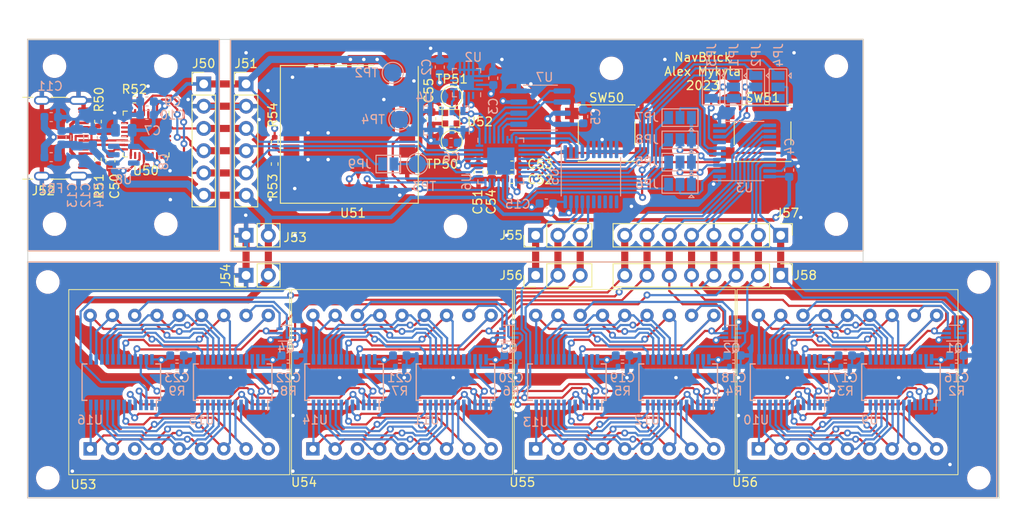
<source format=kicad_pcb>
(kicad_pcb (version 20221018) (generator pcbnew)
  (layers (0 "F.Cu" signal) (31 "B.Cu" signal) (34 "B.Paste" user) (35 "F.Paste" user) (36 "B.SilkS" user "B.Silkscreen") (37 "F.SilkS" user "F.Silkscreen") (38 "B.Mask" user) (39 "F.Mask" user) (44 "Edge.Cuts" user))
  (net 0 "")
  (net 1 "+5V")
  (net 2 "GND")
  (net 3 "Net-(C11-Pad1)")
  (net 4 "+3V3")
  (net 5 "Net-(U50-VCCD)")
  (net 6 "Net-(J52-CC1)")
  (net 7 "Net-(JP1-C)")
  (net 8 "/Display/PWM1")
  (net 9 "Net-(JP2-C)")
  (net 10 "/Display/PWM3")
  (net 11 "Net-(JP3-C)")
  (net 12 "/Display/PWM5")
  (net 13 "Net-(JP4-C)")
  (net 14 "/Display/PWM7")
  (net 15 "/Display/PWM0")
  (net 16 "Net-(JP5-C)")
  (net 17 "Net-(U50-USBDM)")
  (net 18 "/Display/PWM2")
  (net 19 "Net-(JP6-C)")
  (net 20 "/Display/PWM4")
  (net 21 "Net-(JP7-C)")
  (net 22 "/Display/PWM6")
  (net 23 "Net-(JP8-C)")
  (net 24 "/USB/RxD_1")
  (net 25 "/Display/display-67/PWM-A")
  (net 26 "Net-(Q1B-D)")
  (net 27 "/Display/display-67/PWM-B")
  (net 28 "Net-(Q1A-D)")
  (net 29 "/Display/display-01/PWM-A")
  (net 30 "Net-(Q3B-D)")
  (net 31 "Net-(Q3A-D)")
  (net 32 "/Display/display-45/PWM-A")
  (net 33 "Net-(Q4B-D)")
  (net 34 "/Display/display-45/PWM-B")
  (net 35 "Net-(Q4A-D)")
  (net 36 "/Display/display-23/PWM-A")
  (net 37 "Net-(U50-USBDP)")
  (net 39 "Net-(J52-CC2)")
  (net 41 "Net-(JP1-B)")
  (net 42 "Net-(U9-IREF)")
  (net 43 "Net-(U10-IREF)")
  (net 44 "Net-(U12-IREF)")
  (net 45 "/USB/TxD_1")
  (net 46 "Net-(JP5-A)")
  (net 47 "Net-(Q2B-D)")
  (net 48 "Net-(Q2A-D)")
  (net 49 "Net-(U13-IREF)")
  (net 50 "/Sensors/SCL")
  (net 51 "/Sensors/SDA")
  (net 52 "/Display/display-45/SOUT")
  (net 53 "/Display/display-01/SCLK")
  (net 54 "/Display/display-01/LAT")
  (net 55 "Net-(U11-IREF)")
  (net 56 "Net-(U14-IREF)")
  (net 57 "Net-(U15-IREF)")
  (net 58 "Net-(U16-IREF)")
  (net 59 "Net-(U51-SCL)")
  (net 60 "Net-(U51-SDA)")
  (net 61 "Net-(U6-VREFA{slash}PD7)")
  (net 62 "Net-(U6-PD6)")
  (net 72 "Net-(U6-PA4)")
  (net 73 "/Display/display-67/SOUT")
  (net 74 "/Display/display-01/SIN")
  (net 75 "Net-(U6-PA5)")
  (net 76 "Net-(U6-PA6)")
  (net 77 "Net-(U6-PA7)")
  (net 81 "Net-(U11-SIN)")
  (net 82 "Net-(U11-OUT0)")
  (net 83 "Net-(U11-OUT1)")
  (net 84 "Net-(U11-OUT2)")
  (net 85 "Net-(U11-OUT3)")
  (net 86 "Net-(U11-OUT4)")
  (net 87 "Net-(U11-OUT5)")
  (net 88 "Net-(U11-OUT6)")
  (net 89 "Net-(U11-OUT7)")
  (net 90 "Net-(U11-OUT8)")
  (net 91 "Net-(U11-OUT9)")
  (net 92 "Net-(U11-OUT10)")
  (net 93 "/Display/display-01/SOUT")
  (net 94 "/Display/display-23/SOUT")
  (net 95 "Net-(U11-OUT11)")
  (net 96 "Net-(U11-OUT12)")
  (net 97 "Net-(U11-OUT13)")
  (net 98 "Net-(U11-OUT14)")
  (net 100 "Net-(U12-SIN)")
  (net 101 "Net-(U12-OUT0)")
  (net 102 "Net-(U12-OUT1)")
  (net 103 "Net-(U12-OUT2)")
  (net 104 "Net-(U12-OUT3)")
  (net 105 "Net-(U12-OUT4)")
  (net 106 "Net-(U12-OUT5)")
  (net 107 "Net-(U12-OUT6)")
  (net 108 "Net-(U12-OUT7)")
  (net 109 "Net-(U12-OUT8)")
  (net 110 "Net-(U12-OUT9)")
  (net 111 "Net-(U12-OUT10)")
  (net 113 "Net-(U10-OUT0)")
  (net 114 "Net-(U10-OUT1)")
  (net 115 "Net-(U10-OUT2)")
  (net 116 "Net-(U10-OUT3)")
  (net 117 "Net-(U10-OUT4)")
  (net 118 "Net-(U10-OUT5)")
  (net 119 "Net-(U10-OUT6)")
  (net 120 "Net-(U10-OUT7)")
  (net 121 "Net-(U10-OUT8)")
  (net 122 "Net-(U10-OUT9)")
  (net 123 "Net-(U10-OUT10)")
  (net 124 "Net-(U10-OUT11)")
  (net 125 "Net-(U10-OUT12)")
  (net 126 "Net-(U10-OUT13)")
  (net 127 "Net-(U10-OUT14)")
  (net 129 "Net-(U10-SOUT)")
  (net 131 "/Display/SIN")
  (net 132 "/Display/SCLK")
  (net 133 "/Display/LAT")
  (net 134 "Net-(U12-OUT11)")
  (net 135 "Net-(U12-OUT12)")
  (net 136 "Net-(U12-OUT13)")
  (net 137 "Net-(U12-OUT14)")
  (net 140 "Net-(U15-SIN)")
  (net 141 "Net-(U15-OUT0)")
  (net 142 "Net-(U15-OUT1)")
  (net 143 "Net-(U15-OUT2)")
  (net 144 "/GPS/TXD")
  (net 145 "/GPS/RXD")
  (net 146 "/GPS/RST_N")
  (net 147 "Net-(U15-OUT3)")
  (net 148 "/USB/RxD_0")
  (net 149 "Net-(U15-OUT4)")
  (net 150 "Net-(U15-OUT5)")
  (net 151 "Net-(U15-OUT6)")
  (net 152 "Net-(U15-OUT7)")
  (net 153 "Net-(U15-OUT8)")
  (net 154 "Net-(U15-OUT9)")
  (net 155 "Net-(U15-OUT10)")
  (net 156 "Net-(U15-OUT11)")
  (net 157 "Net-(U15-OUT12)")
  (net 158 "Net-(U15-OUT13)")
  (net 159 "Net-(U15-OUT14)")
  (net 163 "Net-(U50-~{CTS_1})")
  (net 165 "/USB/TxD_0")
  (net 176 "Net-(U50-~{CTS_0})")
  (net 177 "/Display/display-01/PWM-B")
  (net 178 "/Display/display-23/PWM-B")
  (net 181 "Net-(JP9-B)")
  (footprint "Capacitor_SMD:C_0603_1608Metric" (layer "F.Cu") (at -0.163604 -35.393899 180)
    (fp_text reference "C53")
    (fp_text value "0.1u")
  )
  (footprint "Connector_PinHeader_2.54mm:PinHeader_1x03_P2.54mm_Vertical" (layer "F.Cu") (at 2.54 -22.86 90)
    (fp_text reference "J56")
    (fp_text value "Conn_01x03_Pin")
  )
  (footprint "Connector_PinHeader_2.54mm:PinHeader_1x02_P2.54mm_Vertical" (layer "F.Cu") (at -30.48 -22.86 90)
    (fp_text reference "J54")
    (fp_text value "Conn_01x02_Pin")
  )
  (footprint "Connector_PinHeader_2.54mm:PinHeader_1x08_P2.54mm_Vertical" (layer "F.Cu") (at 30.48 -22.86 -90)
    (fp_text reference "J58")
    (fp_text value "Conn_01x08_Pin")
  )
  (footprint "Resistor_SMD:R_0402_1005Metric" (layer "F.Cu") (at -43.212476 -42.92575)
    (fp_text reference "R52")
    (fp_text value "1k")
  )
  (footprint "MountingHole:MountingHole_2.2mm_M2" (layer "F.Cu") (at 36.83 -28.702)
    (fp_text reference "H58" hide)
    (fp_text value "MountingHole")
  )
  (footprint "Capacitor_SMD:C_0603_1608Metric" (layer "F.Cu") (at -0.163604 -33.869899 180)
    (fp_text reference "C52")
    (fp_text value "0.01u")
  )
  (footprint "MountingHole:MountingHole_2.2mm_M2" (layer "F.Cu") (at -52.324 -28.702)
    (fp_text reference "H55" hide)
    (fp_text value "MountingHole")
  )
  (footprint "Connector_PinHeader_2.54mm:PinHeader_1x03_P2.54mm_Vertical" (layer "F.Cu") (at 2.54 -27.432 90)
    (fp_text reference "J55")
    (fp_text value "Conn_01x03_Pin")
  )
  (footprint "Connector_PinHeader_2.54mm:PinHeader_1x02_P2.54mm_Vertical" (layer "F.Cu") (at -30.48 -27.432 90)
    (fp_text reference "J53")
    (fp_text value "Conn_01x02_Pin")
  )
  (footprint "Capacitor_SMD:C_0603_1608Metric" (layer "F.Cu") (at -45.947 -35.93675 -90)
    (fp_text reference "C50")
    (fp_text value "1u")
  )
  (footprint "Resistor_SMD:R_0402_1005Metric" (layer "F.Cu") (at -47.3665 -40.41225 90)
    (fp_text reference "R50")
    (fp_text value "5.1k")
  )
  (footprint "RF_GPS:ublox_SAM-M8Q" (layer "F.Cu") (at -18.705604 -38.949899 -90)
    (fp_text reference "U51")
    (fp_text value "SAM-M10Q")
  )
  (footprint "Connector_PinHeader_2.54mm:PinHeader_1x06_P2.54mm_Vertical" (layer "F.Cu") (at -35.306 -44.704)
    (fp_text reference "J50")
    (fp_text value "Conn_01x06_Pin")
  )
  (footprint "0-footprints:LTP-378x" (layer "F.Cu") (at 38.1 -10.66975)
    (fp_text reference "U56")
    (fp_text value "P3786E")
  )
  (footprint "Button_Switch_SMD:SW_Push_1P1T_NO_6x6mm_H9.5mm" (layer "F.Cu") (at 28.416396 -39.081899)
    (fp_text reference "SW51")
    (fp_text value "PTS645SK50SMTR92")
  )
  (footprint "MountingHole:MountingHole_2.2mm_M2" (layer "F.Cu") (at 36.83 -46.736)
    (fp_text reference "H53" hide)
    (fp_text value "MountingHole")
  )
  (footprint "Connector_USB:USB_C_Receptacle_GCT_USB4105-xx-A_16P_TopMnt_Horizontal" (layer "F.Cu") (at -52.6905 -38.50625 -90)
    (fp_text reference "J52")
    (fp_text value "USB4105-GF-A")
  )
  (footprint "Resistor_SMD:R_0402_1005Metric" (layer "F.Cu") (at -47.3665 -36.09425 -90)
    (fp_text reference "R51")
    (fp_text value "5.1k")
  )
  (footprint "MountingHole:MountingHole_2.2mm_M2" (layer "F.Cu") (at 11.176 -46.482)
    (fp_text reference "H52" hide)
    (fp_text value "MountingHole")
  )
  (footprint "Package_DFN_QFN:QFN-32-1EP_5x5mm_P0.5mm_EP3.6x3.6mm" (layer "F.Cu") (at -41.879 -38.98875 -90)
    (fp_text reference "U50")
    (fp_text value "CY7C65223D")
  )
  (footprint "TestPoint:TestPoint_Pad_D2.0mm" (layer "F.Cu") (at -7.021604 -43.267899)
    (fp_text reference "TP51")
    (fp_text value "TestPoint")
  )
  (footprint "MountingHole:MountingHole_2.2mm_M2" (layer "F.Cu") (at -53.086 -22.098)
    (fp_text reference "H54" hide)
    (fp_text value "MountingHole")
  )
  (footprint "Button_Switch_SMD:SW_Push_1P1T_NO_6x6mm_H9.5mm" (layer "F.Cu") (at 10.636396 -39.081899)
    (fp_text reference "SW50")
    (fp_text value "PTS645SK50SMTR92")
  )
  (footprint "Capacitor_SMD:C_0603_1608Metric" (layer "F.Cu") (at -2.449604 -34.631899 -90)
    (fp_text reference "C54")
    (fp_text value "0.1u")
  )
  (footprint "MountingHole:MountingHole_2.2mm_M2" (layer "F.Cu") (at 53.086 0.254)
    (fp_text reference "H61" hide)
    (fp_text value "MountingHole")
  )
  (footprint "Resistor_SMD:R_0402_1005Metric" (layer "F.Cu") (at -27.217 -38.10175 -90)
    (fp_text reference "R54")
    (fp_text value "2.2k")
  )
  (footprint "0-footprints:LTP-378x" (layer "F.Cu") (at 12.7 -10.66975)
    (fp_text reference "U55")
    (fp_text value "P3786E")
  )
  (footprint "MountingHole:MountingHole_2.2mm_M2" (layer "F.Cu") (at -53.086 0.254)
    (fp_text reference "H60" hide)
    (fp_text value "MountingHole")
  )
  (footprint "0-footprints:LTP-378x" (layer "F.Cu") (at -12.7 -10.66975)
    (fp_text reference "U54")
    (fp_text value "P3786E")
  )
  (footprint "Connector_PinHeader_2.54mm:PinHeader_1x08_P2.54mm_Vertical" (layer "F.Cu") (at 30.48 -27.432 -90)
    (fp_text reference "J57")
    (fp_text value "Conn_01x08_Pin")
  )
  (footprint "MountingHole:MountingHole_2.2mm_M2" (layer "F.Cu") (at -39.624 -46.736)
    (fp_text reference "H51" hide)
    (fp_text value "MountingHole")
  )
  (footprint "MountingHole:MountingHole_2.2mm_M2" (layer "F.Cu") (at 53.086 -22.098)
    (fp_text reference "H59" hide)
    (fp_text value "MountingHole")
  )
  (footprint "MountingHole:MountingHole_2.2mm_M2" (layer "F.Cu") (at -6.604 -28.448)
    (fp_text reference "H57" hide)
    (fp_text value "MountingHole")
  )
  (footprint "MountingHole:MountingHole_2.2mm_M2" (layer "F.Cu") (at -52.324 -46.736)
    (fp_text reference "H50" hide)
    (fp_text value "MountingHole")
  )
  (footprint "0-footprints:LTR-329ALS-01" (layer "F.Cu") (at -7.118604 -40.786899 -90)
    (fp_text reference "U52")
    (fp_text value "LTR-329ALS-01" hide)
  )
  (footprint "TestPoint:TestPoint_Pad_D2.0mm" (layer "F.Cu") (at -7.021604 -38.187899)
    (fp_text reference "TP50")
    (fp_text value "TestPoint")
  )
  (footprint "Capacitor_SMD:C_0603_1608Metric" (layer "F.Cu") (at -9.362604 -40.720899 -90)
    (fp_text reference "C55")
    (fp_text value "1u")
  )
  (footprint "0-footprints:LTP-378x" (layer "F.Cu") (at -38.1 -10.668)
    (fp_text reference "U53")
    (fp_text value "P3786E")
  )
  (footprint "MountingHole:MountingHole_2.2mm_M2" (layer "F.Cu") (at -39.624 -28.702)
    (fp_text reference "H56" hide)
    (fp_text value "MountingHole")
  )
  (footprint "Capacitor_SMD:C_0603_1608Metric" (layer "F.Cu") (at -3.973604 -34.631899 -90)
    (fp_text reference "C51")
    (fp_text value "0.01u")
  )
  (footprint "Connector_PinHeader_2.54mm:PinHeader_1x06_P2.54mm_Vertical" (layer "F.Cu") (at -30.48 -44.704)
    (fp_text reference "J51")
    (fp_text value "Conn_01x06_Pin")
  )
  (footprint "Resistor_SMD:R_0402_1005Metric" (layer "F.Cu") (at -27.217 -35.56175 -90)
    (fp_text reference "R53")
    (fp_text value "2.2k")
  )
  (footprint "Capacitor_SMD:C_0603_1608Metric" (layer "B.Cu") (at -25.654 -13.716)
    (fp_text reference "C22")
    (fp_text value "0.1u")
  )
  (footprint "Jumper:SolderJumper-3_P1.3mm_Open_Pad1.0x1.5mm" (layer "B.Cu") (at 19 -35.779899 180)
    (fp_text reference "JP5")
    (fp_text value "SolderJumper_3_Open")
  )
  (footprint "Jumper:SolderJumper-3_P1.3mm_Open_Pad1.0x1.5mm" (layer "B.Cu") (at 30.176 -44.35865 -90)
    (fp_text reference "JP4")
    (fp_text value "SolderJumper_3_Open")
  )
  (footprint "TestPoint:TestPoint_Pad_D2.0mm" (layer "B.Cu") (at -13.755 -45.97575 180)
    (fp_text reference "TP2")
    (fp_text value "TestPoint")
  )
  (footprint "Jumper:SolderJumper-3_P1.3mm_Open_Pad1.0x1.5mm" (layer "B.Cu") (at 25.096 -44.35865 -90)
    (fp_text reference "JP1")
    (fp_text value "SolderJumper_3_Open")
  )
  (footprint "0-footprints:SOT-563" (layer "B.Cu") (at -0.508 -16.25775)
    (fp_text reference "Q3")
    (fp_text value "DMP2004VK")
  )
  (footprint "Package_SO:SSOP-24_3.9x8.7mm_P0.635mm" (layer "B.Cu") (at 6.096 -10.66975 90)
    (fp_text reference "U13")
    (fp_text value "TLC59284")
  )
  (footprint "Jumper:SolderJumper-3_P1.3mm_Open_Pad1.0x1.5mm" (layer "B.Cu") (at 27.636 -44.35865 -90)
    (fp_text reference "JP2")
    (fp_text value "SolderJumper_3_Open")
  )
  (footprint "Jumper:SolderJumper-3_P1.3mm_Open_Pad1.0x1.5mm" (layer "B.Cu") (at 19 -38.319899 180)
    (fp_text reference "JP8")
    (fp_text value "SolderJumper_3_Open")
  )
  (footprint "Capacitor_SMD:C_0603_1608Metric" (layer "B.Cu") (at 37.846 -13.71775)
    (fp_text reference "C17")
    (fp_text value "0.1u")
  )
  (footprint "Jumper:SolderJumper-2_P1.3mm_Open_Pad1.0x1.5mm" (layer "B.Cu") (at -14.263 -35.56175)
    (fp_text reference "JP9")
    (fp_text value "SolderJumper_2_Open")
  )
  (footprint "Capacitor_SMD:C_0603_1608Metric" (layer "B.Cu") (at -38.354 -13.716)
    (fp_text reference "C23")
    (fp_text value "0.1u")
  )
  (footprint "Capacitor_SMD:C_0603_1608Metric" (layer "B.Cu") (at -7.118604 -37.992899 180)
    (fp_text reference "C6")
    (fp_text value "0.1u")
  )
  (footprint "Capacitor_SMD:C_0603_1608Metric" (layer "B.Cu") (at 50.546 -13.71775)
    (fp_text reference "C16")
    (fp_text value "0.1u")
  )
  (footprint "Capacitor_SMD:C_0603_1608Metric" (layer "B.Cu") (at -41.5245 -35.58625 -90)
    (fp_text reference "C8")
    (fp_text value "0.1u")
  )
  (footprint "Package_TO_SOT_SMD:SOT-23-5" (layer "B.Cu") (at -44.421 -36.62375)
    (fp_text reference "U8")
    (fp_text value "LP2981A-33DBV")
  )
  (footprint "Resistor_SMD:R_0402_1005Metric" (layer "B.Cu") (at -12.954 -12.44775)
    (fp_text reference "R7")
    (fp_text value "2.7k")
  )
  (footprint "Capacitor_SMD:C_0603_1608Metric" (layer "B.Cu") (at -8.388604 -46.628899 90)
    (fp_text reference "C2")
    (fp_text value "0.1u")
  )
  (footprint "Package_SO:SSOP-24_3.9x8.7mm_P0.635mm" (layer "B.Cu") (at -19.304 -10.66975 90)
    (fp_text reference "U14")
    (fp_text value "TLC59284")
  )
  (footprint "Resistor_SMD:R_0402_1005Metric" (layer "B.Cu") (at -38.354 -12.446)
    (fp_text reference "R9")
    (fp_text value "2.7k")
  )
  (footprint "Capacitor_SMD:C_0603_1608Metric" (layer "B.Cu") (at -51.5095 -38.56825 90)
    (fp_text reference "C13")
    (fp_text value "0.1u")
  )
  (footprint "Capacitor_SMD:C_0603_1608Metric" (layer "B.Cu") (at 25.146 -13.71775)
    (fp_text reference "C18")
    (fp_text value "0.1u")
  )
  (footprint "Package_SO:SSOP-24_3.9x8.7mm_P0.635mm" (layer "B.Cu") (at 18.796 -10.66975 90)
    (fp_text reference "U12")
    (fp_text value "TLC59284")
  )
  (footprint "Capacitor_SMD:C_0603_1608Metric" (layer "B.Cu") (at -52.7005 -40.92025)
    (fp_text reference "C11")
    (fp_text value "0.1u")
  )
  (footprint "Resistor_SMD:R_0402_1005Metric" (layer "B.Cu") (at -25.654 -12.446)
    (fp_text reference "R8")
    (fp_text value "2.7k")
  )
  (footprint "Capacitor_SMD:C_0603_1608Metric" (layer "B.Cu") (at -0.254 -13.71775)
    (fp_text reference "C20")
    (fp_text value "0.1u")
  )
  (footprint "Resistor_SMD:R_0402_1005Metric" (layer "B.Cu") (at -0.254 -12.44775)
    (fp_text reference "R6")
    (fp_text value "2.7k")
  )
  (footprint "0-footprints:SOT-563" (layer "B.Cu") (at 24.892 -16.25775)
    (fp_text reference "Q2")
    (fp_text value "DMP2004VK")
  )
  (footprint "Package_SO:SSOP-24_3.9x8.7mm_P0.635mm" (layer "B.Cu") (at -6.604 -10.66975 90)
    (fp_text reference "U11")
    (fp_text value "TLC59284")
  )
  (footprint "0-footprints:SOT-563" (layer "B.Cu") (at -25.908 -16.256)
    (fp_text reference "Q4")
    (fp_text value "DMP2004VK")
  )
  (footprint "Capacitor_SMD:C_0603_1608Metric" (layer "B.Cu") (at -52.7005 -36.34825)
    (fp_text reference "FB1")
    (fp_text value "FB")
  )
  (footprint "Capacitor_SMD:C_0603_1608Metric" (layer "B.Cu") (at 31.446 -34.873899 90)
    (fp_text reference "C4")
    (fp_text value "0.1u")
  )
  (footprint "Jumper:SolderJumper-3_P1.3mm_Open_Pad1.0x1.5mm" (layer "B.Cu") (at 19 -40.859899 180)
    (fp_text reference "JP7")
    (fp_text value "SolderJumper_3_Open")
  )
  (footprint "Package_SO:SSOP-24_3.9x8.7mm_P0.635mm" (layer "B.Cu") (at -44.704 -10.668 90)
    (fp_text reference "U16")
    (fp_text value "TLC59284")
  )
  (footprint "0-footprints:SOT-563" (layer "B.Cu") (at 50.292 -16.25775)
    (fp_text reference "Q1")
    (fp_text value "DMP2004VK")
  )
  (footprint "Package_DFN_QFN:QFN-32-1EP_5x5mm_P0.5mm_EP3.1x3.1mm" (layer "B.Cu") (at -1.433604 -35.901899 -90)
    (fp_text reference "U6")
    (fp_text value "AVR128DA32x-xRXB")
  )
  (footprint "Capacitor_SMD:C_0603_1608Metric" (layer "B.Cu") (at 12.446 -13.71775)
    (fp_text reference "C19")
    (fp_text value "0.1u")
  )
  (footprint "Capacitor_SMD:C_0603_1608Metric" (layer "B.Cu") (at -2.292604 -45.358899 90)
    (fp_text reference "C3")
    (fp_text value "0.1u")
  )
  (footprint "Capacitor_SMD:C_0603_1608Metric" (layer "B.Cu") (at -12.954 -13.71775)
    (fp_text reference "C21")
    (fp_text value "0.1u")
  )
  (footprint "Package_SO:SSOP-24_3.9x8.7mm_P0.635mm" (layer "B.Cu") (at 31.496 -10.66975 90)
    (fp_text reference "U10")
    (fp_text value "TLC59284")
  )
  (footprint "Package_SO:TSSOP-20_4.4x6.5mm_P0.65mm" (layer "B.Cu") (at 8.84 -34.111899 -90)
    (fp_text reference "U5")
    (fp_text value "MM74HCT541MTCX")
  )
  (footprint "Package_SO:SSOP-24_3.9x8.7mm_P0.635mm" (layer "B.Cu") (at -32.004 -10.668 90)
    (fp_text reference "U15")
    (fp_text value "TLC59284")
  )
  (footprint "Jumper:SolderJumper-3_P1.3mm_Open_Pad1.0x1.5mm" (layer "B.Cu") (at 19 -33.239899 180)
    (fp_text reference "JP6")
    (fp_text value "SolderJumper_3_Open")
  )
  (footprint "Jumper:SolderJumper-3_P1.3mm_Open_Pad1.0x1.5mm" (layer "B.Cu") (at 22.556 -44.35865 -90)
    (fp_text reference "JP3")
    (fp_text value "SolderJumper_3_Open")
  )
  (footprint "Resistor_SMD:R_0402_1005Metric" (layer "B.Cu") (at 50.546 -12.44775)
    (fp_text reference "R2")
    (fp_text value "2.7k")
  )
  (footprint "Capacitor_SMD:C_0805_2012Metric" (layer "B.Cu") (at -44.421 -39.41775 180)
    (fp_text reference "C7")
    (fp_text value "4.7u")
  )
  (footprint "Capacitor_SMD:C_0805_2012Metric" (layer "B.Cu") (at -49.7315 -38.56825 90)
    (fp_text reference "C12")
    (fp_text value "4.7u")
  )
  (footprint "Package_SO:TSSOP-20_4.4x6.5mm_P0.65mm" (layer "B.Cu") (at 26.366 -37.049899)
    (fp_text reference "U3")
    (fp_text value "MM74HCT540MTCX")
  )
  (footprint "Package_SO:SOIC-8_3.9x4.9mm_P1.27mm" (layer "B.Cu") (at 3.081645 -42.001899)
    (fp_text reference "U7")
    (fp_text value "FM25L16B")
  )
  (footprint "Capacitor_SMD:C_0603_1608Metric" (layer "B.Cu") (at 3.76 -31.063899 180)
    (fp_text reference "C15")
    (fp_text value "0.1u")
  )
  (footprint "Capacitor_SMD:C_0603_1608Metric" (layer "B.Cu") (at -41.7785 -41.17425 180)
    (fp_text reference "C10")
    (fp_text value "1u")
  )
  (footprint "Resistor_SMD:R_0402_1005Metric" (layer "B.Cu") (at 12.446 -12.44775)
    (fp_text reference "R5")
    (fp_text value "2.7k")
  )
  (footprint "Package_DFN_QFN:QFN-16-1EP_3x3mm_P0.5mm_EP1.7x1.7mm" (layer "B.Cu") (at -5.340604 -44.850899 90)
    (fp_text reference "U2")
    (fp_text value "MLX90393SLW-ABA-011")
  )
  (footprint "Package_LGA:LGA-8_3x5mm_P1.25mm" (layer "B.Cu") (at -7.626604 -40.532899 90)
    (fp_text reference "U4")
    (fp_text value "MS5611-01BA")
  )
  (footprint "TestPoint:TestPoint_Pad_D2.0mm" (layer "B.Cu") (at -10.961 -35.56175 180)
    (fp_text reference "TP3")
    (fp_text value "TestPoint")
  )
  (footprint "Capacitor_SMD:C_0603_1608Metric" (layer "B.Cu") (at -41.7785 -42.69825 180)
    (fp_text reference "C9")
    (fp_text value "0.1u")
  )
  (footprint "Resistor_SMD:R_0402_1005Metric" (layer "B.Cu") (at 25.146 -12.44775)
    (fp_text reference "R4")
    (fp_text value "2.7k")
  )
  (footprint "TestPoint:TestPoint_Pad_D2.0mm" (layer "B.Cu") (at -12.993 -40.64175 180)
    (fp_text reference "TP4")
    (fp_text value "TestPoint")
  )
  (footprint "Package_SO:SSOP-24_3.9x8.7mm_P0.635mm" (layer "B.Cu") (at 44.196 -10.66975 90)
    (fp_text reference "U9")
    (fp_text value "TLC59284")
  )
  (footprint "Capacitor_SMD:C_0603_1608Metric" (layer "B.Cu") (at 7.964396 -40.981899 90)
    (fp_text reference "C5")
    (fp_text value "0.1u")
  )
  (footprint "Capacitor_SMD:C_0603_1608Metric" (layer "B.Cu") (at -47.9535 -38.56825 90)
    (fp_text reference "C14")
    (fp_text value "1u")
  )
  (footprint "Resistor_SMD:R_0402_1005Metric" (layer "B.Cu") (at 37.846 -12.44775)
    (fp_text reference "R3")
    (fp_text value "2.7k")
  )
  (gr_rect (start -55.372 -49.784) (end -33.528 -25.654) (stroke (width 0.15)) (fill none) (layer "B.SilkS"))
  (gr_rect (start -55.372 -24.384) (end 55.118 2.54) (stroke (width 0.15)) (fill none) (layer "B.SilkS"))
  (gr_rect (start -32.258 -49.784) (end 39.878 -25.654) (stroke (width 0.15)) (fill none) (layer "B.SilkS"))
  (gr_rect (start -32.258 -49.784) (end 39.878 -25.654) (stroke (width 0.15)) (fill none) (layer "F.SilkS"))
  (gr_rect (start -55.372 -24.384) (end 55.372 2.54) (stroke (width 0.15)) (fill none) (layer "F.SilkS"))
  (gr_rect (start -55.372 -49.784) (end -33.528 -25.654) (stroke (width 0.15)) (fill none) (layer "F.SilkS"))
  (gr_line (start 55.372 -24.384) (end 55.372 2.54) (stroke (width 0.1)) (layer "Edge.Cuts"))
  (gr_line (start -55.372 -49.784) (end 39.878 -49.784) (stroke (width 0.1)) (layer "Edge.Cuts"))
  (gr_line (start 55.372 2.54) (end -55.372 2.54) (stroke (width 0.1)) (layer "Edge.Cuts"))
  (gr_line (start 39.878 -24.384) (end 55.372 -24.384) (stroke (width 0.1)) (layer "Edge.Cuts"))
  (gr_line (start 39.878 -49.784) (end 39.878 -24.384) (stroke (width 0.1)) (layer "Edge.Cuts"))
  (gr_line (start -55.372 2.54) (end -55.372 -49.784) (stroke (width 0.1)) (layer "Edge.Cuts"))
  (gr_text "NavBrick\nAlex Mykyta\n2023" (at 21.59 -43.942) (layer "F.SilkS") (effects (font (size 1 1)) (justify bottom)))
  (segment (start -43.919992 -34.79975) (end -44.489 -34.79975) (width 0.25) (layer "F.Cu") (net 1))
  (segment (start 5.068369 -29.184381) (end 29.651631 -29.184381) (width 0.4064) (layer "F.Cu") (net 1))
  (segment (start -42.629 -36.090742) (end -43.919992 -34.79975) (width 0.25) (layer "F.Cu") (net 1))
  (segment (start -30.22425 -20.06775) (end -49.27425 -20.06775) (width 0.8128) (layer "F.Cu") (net 1))
  (segment (start -27.94 -22.352) (end -30.22425 -20.06775) (width 0.8128) (layer "F.Cu") (net 1))
  (segment (start -42.629 -36.53875) (end -42.629 -36.090742) (width 0.25) (layer "F.Cu") (net 1))
  (segment (start -30.48 -32.004) (end -35.306 -32.004) (width 0.8128) (layer "F.Cu") (net 1))
  (segment (start -50.292 -19.05) (end -50.292 -16.764) (width 0.8128) (layer "F.Cu") (net 1))
  (segment (start -49.27425 -20.06775) (end -50.292 -19.05) (width 0.8128) (layer "F.Cu") (net 1))
  (segment (start 29.651631 -29.184381) (end 29.933 -29.46575) (width 0.4064) (layer "F.Cu") (net 1))
  (segment (start -27.94 -22.86175) (end -27.94 -22.352) (width 0.8128) (layer "F.Cu") (net 1))
  (segment (start 4.279 -29.97375) (end 5.068369 -29.184381) (width 0.4064) (layer "F.Cu") (net 1))
  (segment (start -27.94 -22.86) (end -27.94 -27.432) (width 0.8128) (layer "F.Cu") (net 1))
  (segment (start 51.054 -17.49025) (end 51.0915 -17.52775) (width 0.25) (layer "F.Cu") (net 1))
  (via (at -2.032 -13.20975) (size 0.8) (drill 0.4) (layers "F.Cu" "B.Cu") (net 1))
  (via (at -27.686 -15.49575) (size 0.8) (drill 0.4) (layers "F.Cu" "B.Cu") (net 1))
  (via (at 10.668 -13.20975) (size 0.8) (drill 0.4) (layers "F.Cu" "B.Cu") (net 1))
  (via (at -2.286 -15.45825) (size 0.8) (drill 0.4) (layers "F.Cu" "B.Cu") (net 1))
  (via (at 4.279 -29.97375) (size 0.8) (drill 0.4) (layers "F.Cu" "B.Cu") (net 1))
  (via (at 51.0915 -17.52775) (size 0.8) (drill 0.4) (layers "F.Cu" "B.Cu") (net 1))
  (via (at 48.768 -13.20975) (size 0.8) (drill 0.4) (layers "F.Cu" "B.Cu") (net 1))
  (via (at -27.432 -13.20975) (size 0.8) (drill 0.4) (layers "F.Cu" "B.Cu") (net 1))
  (via (at 48.514 -15.49575) (size 0.8) (drill 0.4) (layers "F.Cu" "B.Cu") (net 1))
  (via (at -40.132 -13.20975) (size 0.8) (drill 0.4) (layers "F.Cu" "B.Cu") (net 1))
  (via (at -14.732 -13.20975) (size 0.8) (drill 0.4) (layers "F.Cu" "B.Cu") (net 1))
  (via (at 23.114 -15.45825) (size 0.8) (drill 0.4) (layers "F.Cu" "B.Cu") (net 1))
  (via (at -23.872582 -16.51518) (size 0.8) (drill 0.4) (layers "F.Cu" "B.Cu") (net 1))
  (via (at 25.6915 -17.52775) (size 0.8) (drill 0.4) (layers "F.Cu" "B.Cu") (net 1))
  (via (at -0.006338 -17.512341) (size 0.8) (drill 0.4) (layers "F.Cu" "B.Cu") (net 1))
  (via (at 36.068 -13.20975) (size 0.8) (drill 0.4) (layers "F.Cu" "B.Cu") (net 1))
  (via (at 29.933 -29.46575) (size 0.8) (drill 0.4) (layers "F.Cu" "B.Cu") (net 1))
  (via (at 23.368 -13.20975) (size 0.8) (drill 0.4) (layers "F.Cu" "B.Cu") (net 1))
  (via (at -44.489 -34.79975) (size 0.8) (drill 0.4) (layers "F.Cu" "B.Cu") (net 1))
  (segment (start -45.117 -37.57375) (end -45.5585 -37.57375) (width 0.2032) (layer "B.Cu") (net 1))
  (segment (start 51.0915 -17.52775) (end 51.0915 -16.80725) (width 0.25) (layer "B.Cu") (net 1))
  (segment (start -2.032 -13.20975) (end -1.537 -13.20975) (width 0.25) (layer "B.Cu") (net 1))
  (segment (start -35.853 -32.004) (end -37.123 -33.274) (width 0.8128) (layer "B.Cu") (net 1))
  (segment (start 25.6915 -17.52775) (end 25.6915 -16.80725) (width 0.25) (layer "B.Cu") (net 1))
  (segment (start -13.97 -29.464) (end -27.94 -29.464) (width 0.4064) (layer "B.Cu") (net 1))
  (segment (start 25.6915 -16.80725) (end 25.642 -16.75775) (width 0.25) (layer "B.Cu") (net 1))
  (segment (start 4.535 -31.063899) (end 4.535 -30.22975) (width 0.4064) (layer "B.Cu") (net 1))
  (segment (start -15.8115 -13.26975) (end -14.792 -13.26975) (width 0.25) (layer "B.Cu") (net 1))
  (segment (start 34.9885 -13.26975) (end 36.008 -13.26975) (width 0.25) (layer "B.Cu") (net 1))
  (segment (start -27.432 -13.20975) (end -26.93525 -13.20975) (width 0.25) (layer "B.Cu") (net 1))
  (segment (start -3.1115 -13.26975) (end -2.092 -13.26975) (width 0.25) (layer "B.Cu") (net 1))
  (segment (start -26.658 -15.756) (end -27.42575 -15.756) (width 0.25) (layer "B.Cu") (net 1))
  (segment (start -2.092 -13.26975) (end -2.032 -13.20975) (width 0.25) (layer "B.Cu") (net 1))
  (segment (start -48.1285 -37.61825) (end -47.9535 -37.79325) (width 0.8128) (layer "B.Cu") (net 1))
  (segment (start -0.006338 -17.512341) (end 0.242 -17.264003) (width 0.25) (layer "B.Cu") (net 1))
  (segment (start 23.4135 -15.75775) (end 23.114 -15.45825) (width 0.25) (layer "B.Cu") (net 1))
  (segment (start -39.63525 -13.20975) (end -39.129 -13.716) (width 0.25) (layer "B.Cu") (net 1))
  (segment (start -37.123 -33.274) (end -43.97925 -33.274) (width 0.8128) (layer "B.Cu") (net 1))
  (segment (start -27.94 -29.464) (end -27.94 -27.432) (width 0.8128) (layer "B.Cu") (net 1))
  (segment (start -14.732 -13.20975) (end -14.237 -13.20975) (width 0.25) (layer "B.Cu") (net 1))
  (segment (start -24.113402 -16.756) (end -23.872582 -16.51518) (width 0.25) (layer "B.Cu") (net 1))
  (segment (start 24.142 -15.75775) (end 23.4135 -15.75775) (width 0.25) (layer "B.Cu") (net 1))
  (segment (start 31.457 -30.98975) (end 29.933 -29.46575) (width 0.4064) (layer "B.Cu") (net 1))
  (segment (start 11.163 -13.20975) (end 11.671 -13.71775) (width 0.25) (layer "B.Cu") (net 1))
  (segment (start 36.068 -13.20975) (end 36.563 -13.20975) (width 0.25) (layer "B.Cu") (net 1))
  (segment (start 29.2285 -34.124899) (end 31.42 -34.124899) (width 0.25) (layer "B.Cu") (net 1))
  (segment (start 48.708 -13.26975) (end 48.768 -13.20975) (width 0.25) (layer "B.Cu") (net 1))
  (segment (start -25.158 -16.756) (end -24.113402 -16.756) (width 0.25) (layer "B.Cu") (net 1))
  (segment (start 23.308 -13.26975) (end 23.368 -13.20975) (width 0.25) (layer "B.Cu") (net 1))
  (segment (start -44.421 -36.87775) (end -45.117 -37.57375) (width 0.2032) (layer "B.Cu") (net 1))
  (segment (start 48.768 -13.20975) (end 49.263 -13.20975) (width 0.25) (layer "B.Cu") (net 1))
  (segment (start -3.048 -31.75) (end -11.684 -31.75) (width 0.4064) (layer "B.Cu") (net 1))
  (segment (start -14.237 -13.20975) (end -13.729 -13.71775) (width 0.25) (layer "B.Cu") (net 1))
  (segment (start 4.535 -30.22975) (end 4.279 -29.97375) (width 0.4064) (layer "B.Cu") (net 1))
  (segment (start 48.776 -15.75775) (end 48.514 -15.49575) (width 0.25) (layer "B.Cu") (net 1))
  (segment (start -47.9535 -37.2465) (end -47.9535 -37.79325) (width 0.8128) (layer "B.Cu") (net 1))
  (segment (start 10.608 -13.26975) (end 9.5885 -13.26975) (width 0.25) (layer "B.Cu") (net 1))
  (segment (start 31.42 -34.124899) (end 31.446 -34.098899) (width 0.25) (layer "B.Cu") (net 1))
  (segment (start 23.368 -13.20975) (end 23.863 -13.20975) (width 0.25) (layer "B.Cu") (net 1))
  (segment (start 10.668 -13.20975) (end 11.163 -13.20975) (width 0.25) (layer "B.Cu") (net 1))
  (segment (start -1.135776 -29.837776) (end -3.048 -31.75) (width 0.4064) (layer "B.Cu") (net 1))
  (segment (start -35.306 -32.004) (end -35.853 -32.004) (width 0.8128) (layer "B.Cu") (net 1))
  (segment (start 31.457 -34.087899) (end 31.457 -30.98975) (width 0.4064) (layer "B.Cu") (net 1))
  (segment (start -45.505 -34.79975) (end -45.505 -35.62025) (width 0.4064) (layer "B.Cu") (net 1))
  (segment (start -40.19025 -13.268) (end -41.2115 -13.268) (width 0.25) (layer "B.Cu") (net 1))
  (segment (start 22.2885 -13.26975) (end 23.308 -13.26975) (width 0.25) (layer "B.Cu") (net 1))
  (segment (start 47.6885 -13.26975) (end 48.708 -13.26975) (width 0.25) (layer "B.Cu") (net 1))
  (segment (start -43.97925 -33.274) (end -45.505 -34.79975) (width 0.8128) (layer "B.Cu") (net 1))
  (segment (start -40.132 -13.20975) (end -39.63525 -13.20975) (width 0.25) (layer "B.Cu") (net 1))
  (segment (start -51.5095 -37.79325) (end -49.9065 -37.79325) (width 0.8128) (layer "B.Cu") (net 1))
  (segment (start 36.563 -13.20975) (end 37.071 -13.71775) (width 0.25) (layer "B.Cu") (net 1))
  (segment (start -1.258 -15.75775) (end -1.9865 -15.75775) (width 0.25) (layer "B.Cu") (net 1))
  (segment (start -49.7315 -37.61825) (end -48.1285 -37.61825) (width 0.8128) (layer "B.Cu") (net 1))
  (segment (start -45.5585 -35.67375) (end -46.38075 -35.67375) (width 0.4064) (layer "B.Cu") (net 1))
  (segment (start 5.915 -31.249399) (end 4.7205 -31.249399) (width 0.25) (layer "B.Cu") (net 1))
  (segment (start 4.7205 -31.249399) (end 4.535 -31.063899) (width 0.25) (layer "B.Cu") (net 1))
  (segment (start -14.792 -13.26975) (end -14.732 -13.20975) (width 0.25) (layer "B.Cu") (net 1))
  (segment (start -45.117 -35.67375) (end -44.421 -36.36975) (width 0.2032) (layer "B.Cu") (net 1))
  (segment (start 49.263 -13.20975) (end 49.771 -13.71775) (width 0.25) (layer "B.Cu") (net 1))
  (segment (start -27.42575 -15.756) (end -27.686 -15.49575) (width 0.25) (layer "B.Cu") (net 1))
  (segment (start -40.132 -13.20975) (end -40.19025 -13.268) (width 0.25) (layer "B.Cu") (net 1))
  (segment (start -46.38075 -35.67375) (end -47.029 -36.322) (width 0.4064) (layer "B.Cu") (net 1))
  (segment (start 4.143026 -29.837776) (end -1.135776 -29.837776) (width 0.4064) (layer "B.Cu") (net 1))
  (segment (start 4.279 -29.97375) (end 4.143026 -29.837776) (width 0.4064) (layer "B.Cu") (net 1))
  (segment (start -1.9865 -15.75775) (end -2.286 -15.45825) (width 0.25) (layer "B.Cu") (net 1))
  (segment (start -28.5115 -13.268) (end -27.49025 -13.268) (width 0.25) (layer "B.Cu") (net 1))
  (segment (start -11.684 -31.75) (end -13.97 -29.464) (width 0.4064) (layer "B.Cu") (net 1))
  (segment (start -44.421 -36.36975) (end -44.421 -36.87775) (width 0.2032) (layer "B.Cu") (net 1))
  (segment (start 36.008 -13.26975) (end 36.068 -13.20975) (width 0.25) (layer "B.Cu") (net 1))
  (segment (start 31.446 -34.098899) (end 31.457 -34.087899) (width 0.4064) (layer "B.Cu") (net 1))
  (segment (start -45.505 -35.62025) (end -45.5585 -35.67375) (width 0.4064) (layer "B.Cu") (net 1))
  (segment (start 23.863 -13.20975) (end 24.371 -13.71775) (width 0.25) (layer "B.Cu") (net 1))
  (segment (start -1.537 -13.20975) (end -1.029 -13.71775) (width 0.25) (layer "B.Cu") (net 1))
  (segment (start -49.9065 -37.79325) (end -49.7315 -37.61825) (width 0.8128) (layer "B.Cu") (net 1))
  (segment (start -27.49025 -13.268) (end -27.432 -13.20975) (width 0.25) (layer "B.Cu") (net 1))
  (segment (start -44.489 -34.79975) (end -45.505 -34.79975) (width 0.25) (layer "B.Cu") (net 1))
  (segment (start 0.242 -17.264003) (end 0.242 -16.75775) (width 0.25) (layer "B.Cu") (net 1))
  (segment (start -51.9255 -36.34825) (end -51.9255 -37.37725) (width 0.8128) (layer "B.Cu") (net 1))
  (segment (start 49.542 -15.75775) (end 48.776 -15.75775) (width 0.25) (layer "B.Cu") (net 1))
  (segment (start 10.668 -13.20975) (end 10.608 -13.26975) (width 0.25) (layer "B.Cu") (net 1))
  (segment (start -45.5585 -35.67375) (end -45.117 -35.67375) (width 0.2032) (layer "B.Cu") (net 1))
  (segment (start -47.029 -36.322) (end -47.9535 -37.2465) (width 0.8128) (layer "B.Cu") (net 1))
  (segment (start 51.0915 -16.80725) (end 51.042 -16.75775) (width 0.25) (layer "B.Cu") (net 1))
  (segment (start -26.93525 -13.20975) (end -26.429 -13.716) (width 0.25) (layer "B.Cu") (net 1))
  (segment (start -51.9255 -37.37725) (end -51.5095 -37.79325) (width 0.8128) (layer "B.Cu") (net 1))
  (segment (start -30.48175 -32.00575) (end -27.94 -29.464) (width 0.8128) (layer "B.Cu") (net 1))
  (segment (start 24.079396 -40.969899) (end 24.441396 -41.331899) (width 0.25) (layer "F.Cu") (net 2))
  (segment (start -48.1505 -41.70625) (end -47.3665 -40.92225) (width 0.25) (layer "F.Cu") (net 2))
  (segment (start -0.951604 -33.856899) (end -0.938604 -33.869899) (width 0.4064) (layer "F.Cu") (net 2))
  (segment (start -30.48 -27.432) (end -30.48 -22.86) (width 0.8128) (layer "F.Cu") (net 2))
  (segment (start -42.129 -36.53875) (end -42.129 -35.38175) (width 0.25) (layer "F.Cu") (net 2))
  (segment (start -49.0105 -35.30625) (end -47.6445 -35.30625) (width 0.25) (layer "F.Cu") (net 2))
  (segment (start -0.938604 -35.393899) (end -0.938604 -33.869899) (width 0.4064) (layer "F.Cu") (net 2))
  (segment (start -40.154 -36.56375) (end -40.154 -37.26375) (width 0.25) (layer "F.Cu") (net 2))
  (segment (start -40.129 -36.53875) (end -40.154 -36.56375) (width 0.25) (layer "F.Cu") (net 2))
  (segment (start 23.064 -40.969899) (end 24.079396 -40.969899) (width 0.25) (layer "F.Cu") (net 2))
  (segment (start -43.604 -36.56375) (end -43.604 -37.26375) (width 0.25) (layer "F.Cu") (net 2))
  (segment (start -9.362604 -38.288899) (end -9.404604 -38.246899) (width 0.4064) (layer "F.Cu") (net 2))
  (segment (start -42.129 -38.73875) (end -41.879 -38.98875) (width 0.25) (layer "F.Cu") (net 2))
  (segment (start -30.48 -42.164) (end -35.306 -42.164) (width 0.8128) (layer "F.Cu") (net 2))
  (segment (start -43.629 -36.53875) (end -43.604 -36.56375) (width 0.25) (layer "F.Cu") (net 2))
  (segment (start -47.6445 -35.30625) (end -47.3665 -35.58425) (width 0.25) (layer "F.Cu") (net 2))
  (segment (start -9.121604 -40.186899) (end -9.362604 -39.945899) (width 0.4064) (layer "F.Cu") (net 2))
  (segment (start -40.129 -36.53875) (end -40.129 -36.53575) (width 0.25) (layer "F.Cu") (net 2))
  (segment (start -40.129 -36.53575) (end -39.409 -35.81575) (width 0.25) (layer "F.Cu") (net 2))
  (segment (start -49.0105 -41.70625) (end -48.1505 -41.70625) (width 0.25) (layer "F.Cu") (net 2))
  (segment (start -30.949 -27.51175) (end -30.519 -27.51175) (width 0.4064) (layer "F.Cu") (net 2))
  (segment (start -7.793604 -40.186899) (end -9.121604 -40.186899) (width 0.4064) (layer "F.Cu") (net 2))
  (segment (start -9.362604 -39.945899) (end -9.362604 -38.288899) (width 0.4064) (layer "F.Cu") (net 2))
  (segment (start -40.154 -37.26375) (end -41.879 -38.98875) (width 0.25) (layer "F.Cu") (net 2))
  (segment (start -41.629 -41.43875) (end -41.629 -39.23875) (width 0.25) (layer "F.Cu") (net 2))
  (segment (start -42.129 -36.53875) (end -42.129 -38.73875) (width 0.25) (layer "F.Cu") (net 2))
  (segment (start -41.629 -39.23875) (end -41.879 -38.98875) (width 0.25) (layer "F.Cu") (net 2))
  (segment (start -43.604 -37.26375) (end -41.879 -38.98875) (width 0.25) (layer "F.Cu") (net 2))
  (segment (start -42.129 -35.38175) (end -42.203 -35.30775) (width 0.25) (layer "F.Cu") (net 2))
  (via (at 38.354 -11.17775) (size 0.8) (drill 0.4) (layers "F.Cu" "B.Cu") (net 2))
  (via (at -37.846 -11.17775) (size 0.8) (drill 0.4) (layers "F.Cu" "B.Cu") (net 2))
  (via (at -12.446 -11.17775) (size 0.8) (drill 0.4) (layers "F.Cu" "B.Cu") (net 2))
  (via (at -25.146 -11.17775) (size 0.8) (drill 0.4) (layers "F.Cu" "B.Cu") (net 2))
  (via (at -37.084 -42.926) (size 0.8) (drill 0.4) (layers "F.Cu" "B.Cu") (net 2))
  (via (at 6.33048 -29.987581) (size 0.8) (drill 0.4) (layers "F.Cu" "B.Cu") (net 2))
  (via (at 25.654 -0.508) (size 0.8) (drill 0.4) (layers "F.Cu" "B.Cu") (net 2))
  (via (at -23.407 -36.06975) (size 0.8) (drill 0.4) (layers "F.Cu" "B.Cu") (net 2))
  (via (at -25.146 -0.508) (size 0.8) (drill 0.4) (layers "F.Cu" "B.Cu") (net 2))
  (via (at 17.272 -47.498) (size 0.8) (drill 0.4) (layers "F.Cu" "B.Cu") (net 2))
  (via (at 32.004 -48.26) (size 0.8) (drill 0.4) (layers "F.Cu" "B.Cu") (net 2))
  (via (at -14.771 -42.92775) (size 0.8) (drill 0.4) (layers "F.Cu" "B.Cu") (net 2))
  (via (at 25.654 -6.858) (size 0.8) (drill 0.4) (layers "F.Cu" "B.Cu") (net 2))
  (via (at 12.954 -11.17775) (size 0.8) (drill 0.4) (layers "F.Cu" "B.Cu") (net 2))
  (via (at -45.466 -41.402) (size 0.8) (drill 0.4) (layers "F.Cu" "B.Cu") (net 2))
  (via (at 18.542 -11.176) (size 0.8) (drill 0.4) (layers "F.Cu" "B.Cu") (net 2))
  (via (at -25.185 -45.46775) (size 0.8) (drill 0.4) (layers "F.Cu" "B.Cu") (net 2))
  (via (at 1.993 -44.70575) (size 0.8) (drill 0.4) (layers "F.Cu" "B.Cu") (net 2))
  (via (at -11.339604 -45.045899) (size 0.8) (drill 0.4) (layers "F.Cu" "B.Cu") (net 2))
  (via (at 0.254 -11.17775) (size 0.8) (drill 0.4) (layers "F.Cu" "B.Cu") (net 2))
  (via (at -28.995 -40.64175) (size 0.8) (drill 0.4) (layers "F.Cu" "B.Cu") (net 2))
  (via (at -50.292 -0.508) (size 0.8) (drill 0.4) (layers "F.Cu" "B.Cu") (net 2))
  (via (at 32.766 -29.464) (size 0.8) (drill 0.4) (layers "F.Cu" "B.Cu") (net 2))
  (via (at -6.858 -11.176) (size 0.8) (drill 0.4) (layers "F.Cu" "B.Cu") (net 2))
  (via (at -23.407 -39.11775) (size 0.8) (drill 0.4) (layers "F.Cu" "B.Cu") (net 2))
  (via (at 0.254 -0.508) (size 0.8) (drill 0.4) (layers "F.Cu" "B.Cu") (net 2))
  (via (at -12.954 -32.004) (size 0.8) (drill 0.4) (layers "F.Cu" "B.Cu") (net 2))
  (via (at -24.931 -32.76775) (size 0.8) (drill 0.4) (layers "F.Cu" "B.Cu") (net 2))
  (via (at 43.942 -11.176) (size 0.8) (drill 0.4) (layers "F.Cu" "B.Cu") (net 2))
  (via (at -21.121 -39.11775) (size 0.8) (drill 0.4) (layers "F.Cu" "B.Cu") (net 2))
  (via (at -25.146 -6.858) (size 0.8) (drill 0.4) (layers "F.Cu" "B.Cu") (net 2))
  (via (at -27.725 -31.49775) (size 0.8) (drill 0.4) (layers "F.Cu" "B.Cu") (net 2))
  (via (at -0.413305 -31.842198) (size 0.8) (drill 0.4) (layers "F.Cu" "B.Cu") (net 2))
  (via (at -27.979 -43.94375) (size 0.8) (drill 0.4) (layers "F.Cu" "B.Cu") (net 2))
  (via (at -0.762 -27.432) (size 0.8) (drill 0.4) (layers "F.Cu" "B.Cu") (net 2))
  (via (at -30.48 -48.26) (size 0.8) (drill 0.4) (layers "F.Cu" "B.Cu") (net 2))
  (via (at 13.462 -30.734) (size 0.8) (drill 0.4) (layers "F.Cu" "B.Cu") (net 2))
  (via (at 49.784 -1.27) (size 0.8) (drill 0.4) (layers "F.Cu" "B.Cu") (net 2))
  (via (at -9.404604 -38.246899) (size 0.8) (drill 0.4) (layers "F.Cu" "B.Cu") (net 2))
  (via (at -32.258 -11.176) (size 0.8) (drill 0.4) (layers "F.Cu" "B.Cu") (net 2))
  (via (at -21.121 -36.06975) (size 0.8) (drill 0.4) (layers "F.Cu" "B.Cu") (net 2))
  (via (at -30.519 -29.71975) (size 0.8) (drill 0.4) (layers "F.Cu" "B.Cu") (net 2))
  (via (at 22.821 -33.27575) (size 0.8) (drill 0.4) (layers "F.Cu" "B.Cu") (net 2))
  (via (at -19.812 -11.176) (size 0.8) (drill 0.4) (layers "F.Cu" "B.Cu") (net 2))
  (via (at -39.116 -31.496) (size 0.8) (drill 0.4) (layers "F.Cu" "B.Cu") (net 2))
  (via (at 23.064 -40.969899) (size 0.8) (drill 0.4) (layers "F.Cu" "B.Cu") (net 2))
  (via (at -9.437 -48.76975) (size 0.8) (drill 0.4) (layers "F.Cu" "B.Cu") (net 2))
  (via (at -6.259604 -35.393899) (size 0.8) (drill 0.4) (layers "F.Cu" "B.Cu") (net 2))
  (via (at 25.654 -11.17775) (size 0.8) (drill 0.4) (layers "F.Cu" "B.Cu") (net 2))
  (via (at 0.254 -6.858) (size 0.8) (drill 0.4) (layers "F.Cu" "B.Cu") (net 2))
  (via (at 10.121 -38.35575) (size 0.8) (drill 0.4) (layers "F.Cu" "B.Cu") (net 2))
  (via (at -39.155 -34.798) (size 0.8) (drill 0.4) (layers "F.Cu" "B.Cu") (net 2))
  (via (at -24.892 -27.432) (size 0.8) (drill 0.4) (layers "F.Cu" "B.Cu") (net 2))
  (via (at -1.309 -47.49975) (size 0.8) (drill 0.4) (layers "F.Cu" "B.Cu") (net 2))
  (via (at 2.087774 -30.640976) (size 0.8) (drill 0.4) (layers "F.Cu" "B.Cu") (net 2))
  (via (at 32.473 -35.30775) (size 0.8) (drill 0.4) (layers "F.Cu" "B.Cu") (net 2))
  (via (at -41.656 -44.45) (size 0.8) (drill 0.4) (layers "F.Cu" "B.Cu") (net 2))
  (via (at 51.054 -11.17775) (size 0.8) (drill 0.4) (layers "F.Cu" "B.Cu") (net 2))
  (via (at 31.242 -11.176) (size 0.8) (drill 0.4) (layers "F.Cu" "B.Cu") (net 2))
  (via (at 9.105 -41.65775) (size 0.8) (drill 0.4) (layers "F.Cu" "B.Cu") (net 2))
  (segment (start 2.087774 -30.640976) (end 2.562077 -30.640976) (width 0.25) (layer "B.Cu") (net 2))
  (segment (start -12.179 -12.71275) (end -12.444 -12.44775) (width 0.25) (layer "B.Cu") (net 2))
  (segment (start -25.144 -13.46575) (end -25.144 -12.446) (width 0.25) (layer "B.Cu") (net 2))
  (segment (start 38.621 -13.71775) (end 38.621 -12.71275) (width 0.25) (layer "B.Cu") (net 2))
  (segment (start 8.141041 -35.911899) (end 8.515 -36.285858) (width 0.25) (layer "B.Cu") (net 2))
  (segment (start -12.179 -13.71775) (end -12.179 -12.71275) (width 0.25) (layer "B.Cu") (net 2))
  (segment (start -0.683604 -33.464399) (end -0.683604 -32.112497) (width 0.25) (layer "B.Cu") (net 2))
  (segment (start -47.9535 -39.34325) (end -46.6965 -39.34325) (width 0.4064) (layer "B.Cu") (net 2))
  (segment (start -0.683604 -35.151899) (end -1.433604 -35.901899) (width 0.25) (layer "B.Cu") (net 2))
  (segment (start -3.878104 -45.600899) (end -2.825604 -45.600899) (width 0.25) (layer "B.Cu") (net 2))
  (segment (start -39.16825 -34.81125) (end -39.155 -34.798) (width 0.4064) (layer "B.Cu") (net 2))
  (segment (start 6.565 -31.249399) (end 6.565 -30.222101) (width 0.25) (layer "B.Cu") (net 2))
  (segment (start -5.501604 -36.151899) (end -6.259604 -35.393899) (width 0.25) (layer "B.Cu") (net 2))
  (segment (start -0.683604 -32.112497) (end -0.413305 -31.842198) (width 0.25) (layer "B.Cu") (net 2))
  (segment (start -42.5535 -41.17425) (end -42.5535 -42.69825) (width 0.4064) (layer "B.Cu") (net 2))
  (segment (start -41.5245 -34.81125) (end -39.16825 -34.81125) (width 0.4064) (layer "B.Cu") (net 2))
  (segment (start -5.340604 -44.850899) (end -5.340604 -44.598907) (width 0.25) (layer "B.Cu") (net 2))
  (segment (start -45.3345 -39.45425) (end -45.371 -39.41775) (width 0.4064) (layer "B.Cu") (net 2))
  (segment (start -9.501604 -38.343899) (end -9.404604 -38.246899) (width 0.4064) (layer "B.Cu") (net 2))
  (segment (start -45.4455 -39.34325) (end -45.371 -39.41775) (width 0.4064) (layer "B.Cu") (net 2))
  (segment (start -46.6965 -37.266907) (end -46.6965 -39.34325) (width 0.4064) (layer "B.Cu") (net 2))
  (segment (start 30.572 -34.774899) (end 31.446 -35.648899) (width 0.25) (layer "B.Cu") (net 2))
  (segment (start 8.515 -36.974399) (end 8.515 -38.27375) (width 0.25) (layer "B.Cu") (net 2))
  (segment (start -5.340604 -44.598907) (end -6.090604 -43.848907) (width 0.25) (layer "B.Cu") (net 2))
  (segment (start -47.9535 -39.34325) (end -49.5565 -39.34325) (width 0.4064) (layer "B.Cu") (net 2))
  (segment (start -37.844 -11.17975) (end -37.846 -11.17775) (width 0.25) (layer "B.Cu") (net 2))
  (segment (start -8.251604 -39.457899) (end -8.251604 -38.350899) (width 0.4064) (layer "B.Cu") (net 2))
  (segment (start 23.5035 -40.530399) (end 23.064 -40.969899) (width 0.25) (layer "B.Cu") (net 2))
  (segment (start -2.825604 -45.600899) (end -2.292604 -46.133899) (width 0.25) (layer "B.Cu") (net 2))
  (segment (start -37.579 -12.711) (end -37.844 -12.446) (width 0.25) (layer "B.Cu") (net 2))
  (segment (start -4.590604 -45.600899) (end -5.340604 -44.850899) (width 0.25) (layer "B.Cu") (net 2))
  (segment (start 5.915 -36.974399) (end 5.915 -36.020899) (width 0.25) (layer "B.Cu") (net 2))
  (segment (start 13.221 -13.71775) (end 13.221 -12.71275) (width 0.25) (layer "B.Cu") (net 2))
  (segment (start -4.590604 -46.313399) (end -4.590604 -45.600899) (width 0.25) (layer "B.Cu") (net 2))
  (segment (start -3.903104 -44.125899) (end -4.615604 -44.125899) (width 0.25) (layer "B.Cu") (net 2))
  (segment (start -9.501604 -41.607899) (end -9.501604 -39.457899) (width 0.4064) (layer "B.Cu") (net 2))
  (segment (start 29.2285 -34.774899) (end 30.572 -34.774899) (width 0.25) (layer "B.Cu") (net 2))
  (segment (start -51.5225 -39.33025) (end -51.5095 -39.34325) (width 0.4064) (layer "B.Cu") (net 2))
  (segment (start -24.89025 -13.716) (end -24.892 -13.71775) (width 0.25) (layer "B.Cu") (net 2))
  (segment (start -49.5565 -39.34325) (end -49.7315 -39.51825) (width 0.4064) (layer "B.Cu") (net 2))
  (segment (start -3.878104 -44.100899) (end -3.903104 -44.125899) (width 0.25) (layer "B.Cu") (net 2))
  (segment (start -4.615604 -44.125899) (end -5.340604 -44.850899) (width 0.25) (layer "B.Cu") (net 2))
  (segment (start 8.515 -36.285858) (end 8.515 -36.974399) (width 0.25) (layer "B.Cu") (net 2))
  (segment (start -3.878104 -45.600899) (end -4.590604 -45.600899) (width 0.25) (layer "B.Cu") (net 2))
  (segment (start -51.9255 -40.92025) (end -51.9255 -39.75925) (width 0.4064) (layer "B.Cu") (net 2))
  (segment (start 6.024 -35.911899) (end 8.141041 -35.911899) (width 0.25) (layer "B.Cu") (net 2))
  (segment (start -51.5095 -39.34325) (end -49.9065 -39.34325) (width 0.4064) (layer "B.Cu") (net 2))
  (segment (start -8.251604 -38.350899) (end -7.893604 -37.992899) (width 0.4064) (layer "B.Cu") (net 2))
  (segment (start -51.9255 -39.75925) (end -51.5095 -39.34325) (width 0.4064) (layer "B.Cu") (net 2))
  (segment (start -5.340604 -44.850899) (end -5.590604 -45.100899) (width 0.25) (layer "B.Cu") (net 2))
  (segment (start -37.579 -13.716) (end -37.579 -12.711) (width 0.25) (layer "B.Cu") (net 2))
  (segment (start -24.892 -13.71775) (end -25.144 -13.46575) (width 0.25) (layer "B.Cu") (net 2))
  (segment (start 0.521 -13.71775) (end 0.521 -12.71275) (width 0.25) (layer "B.Cu") (net 2))
  (segment (start -5.590604 -46.313399) (end -5.590604 -45.100899) (width 0.25) (layer "B.Cu") (net 2))
  (segment (start 38.621 -12.71275) (end 38.356 -12.44775) (width 0.25) (layer "B.Cu") (net 2))
  (segment (start 0.521 -12.71275) (end 0.256 -12.44775) (width 0.25) (layer "B.Cu") (net 2))
  (segment (start 51.321 -13.71775) (end 51.321 -12.71275) (width 0.25) (layer "B.Cu") (net 2))
  (segment (start 51.321 -12.71275) (end 51.056 -12.44775) (width 0.25) (layer "B.Cu") (net 2))
  (segment (start -3.871104 -36.151899) (end -1.683604 -36.151899) (width 0.25) (layer "B.Cu") (net 2))
  (segment (start 13.221 -12.71275) (end 12.956 -12.44775) (width 0.25) (layer "B.Cu") (net 2))
  (segment (start 5.915 -36.020899) (end 6.024 -35.911899) (width 0.25) (layer "B.Cu") (net 2))
  (segment (start 23.5035 -39.974899) (end 23.5035 -40.530399) (width 0.25) (layer "B.Cu") (net 2))
  (segment (start -5.090604 -45.100899) (end -5.340604 -44.850899) (width 0.25) (layer "B.Cu") (net 2))
  (segment (start -5.090604 -46.313399) (end -5.090604 -45.100899) (width 0.25) (layer "B.Cu") (net 2))
  (segment (start -3.871104 -36.151899) (end -5.501604 -36.151899) (width 0.25) (layer "B.Cu") (net 2))
  (segment (start -46.6965 -39.34325) (end -45.4455 -39.34325) (width 0.4064) (layer "B.Cu") (net 2))
  (segment (start -6.090604 -43.848907) (end -6.090604 -43.388399) (width 0.25) (layer "B.Cu") (net 2))
  (segment (start -3.878104 -45.100899) (end -5.090604 -45.100899) (width 0.25) (layer "B.Cu") (net 2))
  (segment (start -46.053343 -36.62375) (end -46.6965 -37.266907) (width 0.4064) (layer "B.Cu") (net 2))
  (segment (start -2.220604 -46.061899) (end -2.292604 -46.133899) (width 0.4064) (layer "B.Cu") (net 2))
  (segment (start 25.921 -13.71775) (end 25.921 -12.71275) (width 0.25) (layer "B.Cu") (net 2))
  (segment (start -49.9065 -39.34325) (end -49.7315 -39.51825) (width 0.4064) (layer "B.Cu") (net 2))
  (segment (start 2.562077 -30.640976) (end 2.985 -31.063899) (width 0.25) (layer "B.Cu") (net 2))
  (segment (start -1.683604 -36.151899) (end -1.433604 -35.901899) (width 0.25) (layer "B.Cu") (net 2))
  (segment (start 25.921 -12.71275) (end 25.656 -12.44775) (width 0.25) (layer "B.Cu") (net 2))
  (segment (start 6.565 -30.222101) (end 6.33048 -29.987581) (width 0.25) (layer "B.Cu") (net 2))
  (segment (start -0.683604 -33.464399) (end -0.683604 -35.151899) (width 0.25) (layer "B.Cu") (net 2))
  (segment (start -24.879 -13.716) (end -24.89025 -13.716) (width 0.25) (layer "B.Cu") (net 2))
  (segment (start -45.5585 -36.62375) (end -46.053343 -36.62375) (width 0.4064) (layer "B.Cu") (net 2))
  (segment (start -49.585551 -40.90625) (end -50.079551 -40.41225) (width 0.25) (layer "F.Cu") (net 3))
  (segment (start -50.4387 -36.959399) (end -50.4387 -38.63425) (width 0.4064) (layer "F.Cu") (net 3))
  (segment (start -50.4387 -40.053101) (end -50.4387 -38.63425) (width 0.4064) (layer "F.Cu") (net 3))
  (segment (start -49.0105 -36.10625) (end -49.585551 -36.10625) (width 0.25) (layer "F.Cu") (net 3))
  (segment (start -49.0105 -40.90625) (end -49.585551 -40.90625) (width 0.25) (layer "F.Cu") (net 3))
  (segment (start -50.4387 -38.63425) (end -52.4465 -38.63425) (width 0.4064) (layer "F.Cu") (net 3))
  (segment (start -49.585551 -36.10625) (end -50.081551 -36.60225) (width 0.25) (layer "F.Cu") (net 3))
  (segment (start -50.4387 -36.959399) (end -50.081551 -36.60225) (width 0.4064) (layer "F.Cu") (net 3))
  (segment (start -50.079551 -40.41225) (end -50.4387 -40.053101) (width 0.4064) (layer "F.Cu") (net 3))
  (via (at -52.4465 -38.63425) (size 0.8) (drill 0.4) (layers "F.Cu" "B.Cu") (net 3))
  (segment (start -53.4755 -40.92025) (end -53.4755 -39.66325) (width 0.8128) (layer "B.Cu") (net 3))
  (segment (start -53.4755 -36.34825) (end -53.4755 -37.60525) (width 0.8128) (layer "B.Cu") (net 3))
  (segment (start -53.4755 -39.66325) (end -52.4465 -38.63425) (width 0.8128) (layer "B.Cu") (net 3))
  (segment (start -53.4755 -37.60525) (end -52.4465 -38.63425) (width 0.8128) (layer "B.Cu") (net 3))
  (segment (start 0.611396 -33.869899) (end 0.611396 -32.587871) (width 0.4064) (layer "F.Cu") (net 4))
  (segment (start -40.629 -36.53875) (end -40.629 -35.704505) (width 0.25) (layer "F.Cu") (net 4))
  (segment (start -40.129 -41.43875) (end -40.129 -41.80775) (width 0.25) (layer "F.Cu") (net 4))
  (segment (start -27.862 -36.71675) (end -27.862 -37.96675) (width 0.25) (layer "F.Cu") (net 4))
  (segment (start -3.973604 -35.406899) (end -2.449604 -35.406899) (width 0.4064) (layer "F.Cu") (net 4))
  (segment (start -12.105604 -37.049899) (end -11.207604 -37.049899) (width 0.4064) (layer "F.Cu") (net 4))
  (segment (start -10.577604 -40.981899) (end -10.063604 -41.495899) (width 0.4064) (layer "F.Cu") (net 4))
  (segment (start -11.207604 -37.049899) (end -10.577604 -37.679899) (width 0.4064) (layer "F.Cu") (net 4))
  (segment (start -27.862 -37.96675) (end -27.217 -38.61175) (width 0.25) (layer "F.Cu") (net 4))
  (segment (start -7.793604 -41.386899) (end -9.253604 -41.386899) (width 0.4064) (layer "F.Cu") (net 4))
  (segment (start -40.129 -41.80775) (end -39.7465 -42.19025) (width 0.25) (layer "F.Cu") (net 4))
  (segment (start -9.253604 -41.386899) (end -9.362604 -41.495899) (width 0.4064) (layer "F.Cu") (net 4))
  (segment (start -10.577604 -37.679899) (end -10.577604 -40.981899) (width 0.4064) (layer "F.Cu") (net 4))
  (segment (start -40.629 -35.704505) (end -40.628308 -35.703813) (width 0.25) (layer "F.Cu") (net 4))
  (segment (start -35.306 -44.704) (end -30.48 -44.704) (width 0.8128) (layer "F.Cu") (net 4))
  (segment (start -27.217 -38.61175) (end -27.217 -39.62575) (width 0.25) (layer "F.Cu") (net 4))
  (segment (start -18.705604 -45.549899) (end -16.805604 -45.549899) (width 0.4064) (layer "F.Cu") (net 4))
  (segment (start -5.187463 -35.406899) (end -5.237963 -35.356399) (width 0.4064) (layer "F.Cu") (net 4))
  (segment (start 0.611396 -35.393899) (end 0.611396 -33.869899) (width 0.4064) (layer "F.Cu") (net 4))
  (segment (start -10.063604 -41.495899) (end -9.362604 -41.495899) (width 0.4064) (layer "F.Cu") (net 4))
  (segment (start 0.611396 -32.587871) (end 0.419057 -32.395532) (width 0.4064) (layer "F.Cu") (net 4))
  (segment (start 0.598396 -35.406899) (end 0.611396 -35.393899) (width 0.4064) (layer "F.Cu") (net 4))
  (segment (start -3.973604 -35.406899) (end -5.187463 -35.406899) (width 0.4064) (layer "F.Cu") (net 4))
  (segment (start -27.217 -36.07175) (end -27.862 -36.71675) (width 0.25) (layer "F.Cu") (net 4))
  (via (at 0.419057 -32.395532) (size 0.8) (drill 0.4) (layers "F.Cu" "B.Cu") (net 4))
  (via (at -39.7465 -42.19025) (size 0.8) (drill 0.4) (layers "F.Cu" "B.Cu") (net 4))
  (via (at -15.533 -47.49975) (size 0.8) (drill 0.4) (layers "F.Cu" "B.Cu") (net 4))
  (via (at -18.581 -47.49975) (size 0.8) (drill 0.4) (layers "F.Cu" "B.Cu") (net 4))
  (via (at -4.832604 -39.516899) (size 0.8) (drill 0.4) (layers "F.Cu" "B.Cu") (net 4))
  (via (at 3.900396 -40.727899) (size 0.8) (drill 0.4) (layers "F.Cu" "B.Cu") (net 4))
  (via (at -17.057 -47.49975) (size 0.8) (drill 0.4) (layers "F.Cu" "B.Cu") (net 4))
  (via (at -5.237963 -35.356399) (size 0.8) (drill 0.4) (layers "F.Cu" "B.Cu") (net 4))
  (via (at -27.217 -39.62575) (size 0.8) (drill 0.4) (layers "F.Cu" "B.Cu") (net 4))
  (via (at -4.832604 -42.310899) (size 0.8) (drill 0.4) (layers "F.Cu" "B.Cu") (net 4))
  (via (at -2.546604 -43.580899) (size 0.8) (drill 0.4) (layers "F.Cu" "B.Cu") (net 4))
  (via (at -1.179604 -42.759899) (size 0.8) (drill 0.4) (layers "F.Cu" "B.Cu") (net 4))
  (via (at -8.388604 -44.850899) (size 0.8) (drill 0.4) (layers "F.Cu" "B.Cu") (net 4))
  (via (at -40.628308 -35.703813) (size 0.8) (drill 0.4) (layers "F.Cu" "B.Cu") (net 4))
  (segment (start -27.725 -47.49975) (end -18.581 -47.49975) (width 0.8128) (layer "B.Cu") (net 4))
  (segment (start -30.48 -44.66675) (end -27.725 -41.91175) (width 0.25) (layer "B.Cu") (net 4))
  (segment (start -41.0035 -41.17425) (end -40.7625 -41.17425) (width 0.4064) (layer "B.Cu") (net 4))
  (segment (start -7.001604 -39.457899) (end -5.751604 -39.457899) (width 0.4064) (layer "B.Cu") (net 4))
  (segment (start -0.183604 -33.464399) (end -0.183604 -32.978891) (width 0.25) (layer "B.Cu") (net 4))
  (segment (start -41.0035 -42.69825) (end -40.2545 -42.69825) (width 0.4064) (layer "B.Cu") (net 4))
  (segment (start -8.388604 -45.853899) (end -8.388604 -44.850899) (width 0.4064) (layer "B.Cu") (net 4))
  (segment (start -41.0035 -40.17125) (end -41.0035 -41.17425) (width 0.4064) (layer "B.Cu") (net 4))
  (segment (start -5.751604 -38.584899) (end -6.343604 -37.992899) (width 0.4064) (layer "B.Cu") (net 4))
  (segment (start -4.942463 -35.651899) (end -5.237963 -35.356399) (width 0.25) (layer "B.Cu") (net 4))
  (segment (start -43.2835 -37.57375) (end -42.737 -37.57375) (width 0.4064) (layer "B.Cu") (net 4))
  (segment (start 5.556645 -41.366899) (end 4.539396 -41.366899) (width 0.4064) (layer "B.Cu") (net 4))
  (segment (start -30.48 -44.74475) (end -27.725 -47.49975) (width 0.8128) (layer "B.Cu") (net 4))
  (segment (start 4.539396 -41.366899) (end 3.900396 -40.727899) (width 0.4064) (layer "B.Cu") (net 4))
  (segment (start -5.751604 -39.457899) (end -4.891604 -39.457899) (width 0.4064) (layer "B.Cu") (net 4))
  (segment (start -41.757 -39.41775) (end -41.0035 -40.17125) (width 0.4064) (layer "B.Cu") (net 4))
  (segment (start -5.751604 -39.457899) (end -5.751604 -38.584899) (width 0.4064) (layer "B.Cu") (net 4))
  (segment (start -30.48 -44.704) (end -30.48 -44.74475) (width 0.8128) (layer "B.Cu") (net 4))
  (segment (start -41.285745 -36.36125) (end -40.628308 -35.703813) (width 0.4064) (layer "B.Cu") (net 4))
  (segment (start -5.090604 -42.568899) (end -4.832604 -42.310899) (width 0.25) (layer "B.Cu") (net 4))
  (segment (start -15.279 -47.49975) (end -13.755 -45.97575) (width 0.8128) (layer "B.Cu") (net 4))
  (segment (start -39.7465 -42.19025) (end -37.23275 -44.704) (width 0.4064) (layer "B.Cu") (net 4))
  (segment (start -2.309604 -44.600899) (end -2.292604 -44.583899) (width 0.25) (layer "B.Cu") (net 4))
  (segment (start -41.5245 -36.36125) (end -41.285745 -36.36125) (width 0.4064) (layer "B.Cu") (net 4))
  (segment (start -27.725 -41.91175) (end -27.725 -40.13375) (width 0.25) (layer "B.Cu") (net 4))
  (segment (start -3.871104 -35.651899) (end -4.942463 -35.651899) (width 0.25) (layer "B.Cu") (net 4))
  (segment (start -43.471 -37.76125) (end -43.2835 -37.57375) (width 0.4064) (layer "B.Cu") (net 4))
  (segment (start -8.135604 -45.600899) (end -8.388604 -45.853899) (width 0.25) (layer "B.Cu") (net 4))
  (segment (start -18.581 -47.49975) (end -17.057 -47.49975) (width 0.8128) (layer "B.Cu") (net 4))
  (segment (start -2.292604 -43.834899) (end -2.546604 -43.580899) (width 0.4064) (layer "B.Cu") (net 4))
  (segment (start -40.2545 -42.69825) (end -39.7465 -42.19025) (width 0.4064) (layer "B.Cu") (net 4))
  (segment (start -41.0035 -41.17425) (end -41.0035 -42.69825) (width 0.4064) (layer "B.Cu") (net 4))
  (segment (start -42.737 -37.57375) (end -41.5245 -36.36125) (width 0.4064) (layer "B.Cu") (net 4))
  (segment (start -0.183604 -32.978891) (end 0.399755 -32.395532) (width 0.25) (layer "B.Cu") (net 4))
  (segment (start -5.090604 -43.388399) (end -5.090604 -42.568899) (width 0.25) (layer "B.Cu") (net 4))
  (segment (start 7.854396 -40.096899) (end 7.964396 -40.206899) (width 0.4064) (layer "B.Cu") (net 4))
  (segment (start -43.471 -39.41775) (end -41.757 -39.41775) (width 0.4064) (layer "B.Cu") (net 4))
  (segment (start -43.471 -39.41775) (end -43.471 -37.76125) (width 0.4064) (layer "B.Cu") (net 4))
  (segment (start -6.803104 -45.600899) (end -8.135604 -45.600899) (width 0.25) (layer "B.Cu") (net 4))
  (segment (start -30.48 -44.704) (end -30.48 -44.66675) (width 0.25) (layer "B.Cu") (net 4))
  (segment (start 0.606645 -42.636899) (end -1.056604 -42.636899) (width 0.4064) (layer "B.Cu") (net 4))
  (segment (start -3.878104 -44.600899) (end -2.309604 -44.600899) (width 0.25) (layer "B.Cu") (net 4))
  (segment (start -37.23275 -44.704) (end -35.306 -44.704) (width 0.4064) (layer "B.Cu") (net 4))
  (segment (start 5.556645 -40.096899) (end 4.531396 -40.096899) (width 0.4064) (layer "B.Cu") (net 4))
  (segment (start -2.292604 -44.583899) (end -2.292604 -43.834899) (width 0.4064) (layer "B.Cu") (net 4))
  (segment (start -1.056604 -42.636899) (end -1.179604 -42.759899) (width 0.4064) (layer "B.Cu") (net 4))
  (segment (start -4.891604 -39.457899) (end -4.832604 -39.516899) (width 0.4064) (layer "B.Cu") (net 4))
  (segment (start 4.531396 -40.096899) (end 3.900396 -40.727899) (width 0.4064) (layer "B.Cu") (net 4))
  (segment (start 5.556645 -40.096899) (end 7.854396 -40.096899) (width 0.4064) (layer "B.Cu") (net 4))
  (segment (start -40.7625 -41.17425) (end -39.7465 -42.19025) (width 0.4064) (layer "B.Cu") (net 4))
  (segment (start -27.725 -40.13375) (end -27.217 -39.62575) (width 0.25) (layer "B.Cu") (net 4))
  (segment (start -15.533 -47.49975) (end -15.279 -47.49975) (width 0.8128) (layer "B.Cu") (net 4))
  (segment (start 0.399755 -32.395532) (end 0.419057 -32.395532) (width 0.25) (layer "B.Cu") (net 4))
  (segment (start -17.057 -47.49975) (end -15.533 -47.49975) (width 0.8128) (layer "B.Cu") (net 4))
  (segment (start -44.329 -37.23875) (end -45.42 -37.23875) (width 0.25) (layer "F.Cu") (net 5))
  (segment (start -45.42 -37.23875) (end -45.947 -36.71175) (width 0.25) (layer "F.Cu") (net 5))
  (segment (start -47.5125 -39.75625) (end -47.3665 -39.90225) (width 0.25) (layer "F.Cu") (net 6))
  (segment (start -49.0105 -39.75625) (end -47.5125 -39.75625) (width 0.25) (layer "F.Cu") (net 6))
  (segment (start 22.556 -43.009148) (end 22.556 -41.959148) (width 0.25) (layer "F.Cu") (net 7))
  (segment (start 23.905502 -44.35865) (end 22.556 -43.009148) (width 0.25) (layer "F.Cu") (net 7))
  (via (at 23.905502 -44.35865) (size 0.8) (drill 0.4) (layers "F.Cu" "B.Cu") (net 7))
  (via (at 22.556 -41.959148) (size 0.8) (drill 0.4) (layers "F.Cu" "B.Cu") (net 7))
  (segment (start 22.556 -41.959148) (end 22.302 -41.705148) (width 0.25) (layer "B.Cu") (net 7))
  (segment (start 22.302 -41.705148) (end 22.302 -38.537858) (width 0.25) (layer "B.Cu") (net 7))
  (segment (start 22.814959 -38.024899) (end 23.5035 -38.024899) (width 0.25) (layer "B.Cu") (net 7))
  (segment (start 22.302 -38.537858) (end 22.814959 -38.024899) (width 0.25) (layer "B.Cu") (net 7))
  (segment (start 25.096 -44.35865) (end 23.905502 -44.35865) (width 0.25) (layer "B.Cu") (net 7))
  (segment (start 14.933503 -34.111899) (end 16.264 -35.442396) (width 0.25) (layer "B.Cu") (net 8))
  (segment (start 16.264 -39.423899) (end 17.7 -40.859899) (width 0.25) (layer "B.Cu") (net 8))
  (segment (start 1.003896 -35.651899) (end 3.146493 -35.651899) (width 0.25) (layer "B.Cu") (net 8))
  (segment (start 16.264 -35.442396) (end 16.264 -39.423899) (width 0.25) (layer "B.Cu") (net 8))
  (segment (start 4.686493 -34.111899) (end 14.933503 -34.111899) (width 0.25) (layer "B.Cu") (net 8))
  (segment (start 3.146493 -35.651899) (end 4.686493 -34.111899) (width 0.25) (layer "B.Cu") (net 8))
  (segment (start 26.62 -41.102858) (end 26.62 -44.184152) (width 0.25) (layer "F.Cu") (net 9))
  (segment (start 26.62 -44.184152) (end 26.445502 -44.35865) (width 0.25) (layer "F.Cu") (net 9))
  (via (at 26.445502 -44.35865) (size 0.8) (drill 0.4) (layers "F.Cu" "B.Cu") (net 9))
  (via (at 26.62 -41.102858) (size 0.8) (drill 0.4) (layers "F.Cu" "B.Cu") (net 9))
  (segment (start 24.192041 -38.674899) (end 23.5035 -38.674899) (width 0.25) (layer "B.Cu") (net 9))
  (segment (start 27.636 -44.35865) (end 26.445502 -44.35865) (width 0.25) (layer "B.Cu") (net 9))
  (segment (start 26.62 -41.102858) (end 24.192041 -38.674899) (width 0.25) (layer "B.Cu") (net 9))
  (segment (start 16.714 -37.333899) (end 17.7 -38.319899) (width 0.25) (layer "B.Cu") (net 10))
  (segment (start 16.714 -35.256) (end 16.714 -37.333899) (width 0.25) (layer "B.Cu") (net 10))
  (segment (start 1.003896 -35.151899) (end 3.010097 -35.151899) (width 0.25) (layer "B.Cu") (net 10))
  (segment (start 15.119899 -33.661899) (end 16.714 -35.256) (width 0.25) (layer "B.Cu") (net 10))
  (segment (start 4.500097 -33.661899) (end 15.119899 -33.661899) (width 0.25) (layer "B.Cu") (net 10))
  (segment (start 3.010097 -35.151899) (end 4.500097 -33.661899) (width 0.25) (layer "B.Cu") (net 10))
  (segment (start 22.556 -44.35865) (end 21.556 -44.35865) (width 0.25) (layer "B.Cu") (net 11))
  (segment (start 21.556 -44.35865) (end 21.286 -44.08865) (width 0.25) (layer "B.Cu") (net 11))
  (segment (start 22.215396 -37.374899) (end 23.5035 -37.374899) (width 0.25) (layer "B.Cu") (net 11))
  (segment (start 21.286 -44.08865) (end 21.286 -42.383899) (width 0.25) (layer "B.Cu") (net 11))
  (segment (start 21.794 -41.875899) (end 21.794 -37.796295) (width 0.25) (layer "B.Cu") (net 11))
  (segment (start 21.286 -42.383899) (end 21.794 -41.875899) (width 0.25) (layer "B.Cu") (net 11))
  (segment (start 21.794 -37.796295) (end 22.215396 -37.374899) (width 0.25) (layer "B.Cu") (net 11))
  (segment (start 17.7 -35.50295) (end 17.7 -35.779899) (width 0.25) (layer "B.Cu") (net 12))
  (segment (start 4.313701 -33.211899) (end 15.408949 -33.211899) (width 0.25) (layer "B.Cu") (net 12))
  (segment (start 15.408949 -33.211899) (end 17.7 -35.50295) (width 0.25) (layer "B.Cu") (net 12))
  (segment (start 1.003896 -34.651899) (end 2.873701 -34.651899) (width 0.25) (layer "B.Cu") (net 12))
  (segment (start 2.873701 -34.651899) (end 4.313701 -33.211899) (width 0.25) (layer "B.Cu") (net 12))
  (segment (start 31.251 -42.23365) (end 26.613751 -42.23365) (width 0.25) (layer "B.Cu") (net 13))
  (segment (start 25.858 -41.477899) (end 25.858 -40.990858) (width 0.25) (layer "B.Cu") (net 13))
  (segment (start 31.251 -44.28365) (end 31.251 -42.23365) (width 0.25) (layer "B.Cu") (net 13))
  (segment (start 25.858 -40.990858) (end 24.192041 -39.324899) (width 0.25) (layer "B.Cu") (net 13))
  (segment (start 30.176 -44.35865) (end 31.176 -44.35865) (width 0.25) (layer "B.Cu") (net 13))
  (segment (start 24.192041 -39.324899) (end 23.5035 -39.324899) (width 0.25) (layer "B.Cu") (net 13))
  (segment (start 26.613751 -42.23365) (end 25.858 -41.477899) (width 0.25) (layer "B.Cu") (net 13))
  (segment (start 31.176 -44.35865) (end 31.251 -44.28365) (width 0.25) (layer "B.Cu") (net 13))
  (segment (start 17.222 -32.761899) (end 17.7 -33.239899) (width 0.25) (layer "B.Cu") (net 14))
  (segment (start -1.183604 -31.587192) (end -0.71361 -31.117198) (width 0.25) (layer "B.Cu") (net 14))
  (segment (start -0.71361 -31.117198) (end 0.903 -31.117198) (width 0.25) (layer "B.Cu") (net 14))
  (segment (start -1.183604 -33.464399) (end -1.183604 -31.587192) (width 0.25) (layer "B.Cu") (net 14))
  (segment (start 0.903 -31.117198) (end 2.547701 -32.761899) (width 0.25) (layer "B.Cu") (net 14))
  (segment (start 2.547701 -32.761899) (end 17.222 -32.761899) (width 0.25) (layer "B.Cu") (net 14))
  (segment (start 5.245681 -35.461899) (end 12.727208 -35.461899) (width 0.25) (layer "B.Cu") (net 15))
  (segment (start 3.555681 -37.151899) (end 5.245681 -35.461899) (width 0.25) (layer "B.Cu") (net 15))
  (segment (start 12.727208 -35.461899) (end 14.464 -37.198691) (width 0.25) (layer "B.Cu") (net 15))
  (segment (start 28.451 -47.38365) (end 30.176 -45.65865) (width 0.25) (layer "B.Cu") (net 15))
  (segment (start 14.464 -41.433087) (end 20.414563 -47.38365) (width 0.25) (layer "B.Cu") (net 15))
  (segment (start 20.414563 -47.38365) (end 28.451 -47.38365) (width 0.25) (layer "B.Cu") (net 15))
  (segment (start 14.464 -37.198691) (end 14.464 -41.433087) (width 0.25) (layer "B.Cu") (net 15))
  (segment (start 1.003896 -37.151899) (end 3.555681 -37.151899) (width 0.25) (layer "B.Cu") (net 15))
  (segment (start 19 -34.619899) (end 21.286 -34.619899) (width 0.25) (layer "F.Cu") (net 16))
  (via (at 19 -34.619899) (size 0.8) (drill 0.4) (layers "F.Cu" "B.Cu") (net 16))
  (via (at 21.286 -34.619899) (size 0.8) (drill 0.4) (layers "F.Cu" "B.Cu") (net 16))
  (segment (start 19 -35.779899) (end 19 -34.619899) (width 0.25) (layer "B.Cu") (net 16))
  (segment (start 22.091 -35.424899) (end 23.5035 -35.424899) (width 0.25) (layer "B.Cu") (net 16))
  (segment (start 21.286 -34.619899) (end 22.091 -35.424899) (width 0.25) (layer "B.Cu") (net 16))
  (segment (start -44.329 -37.73875) (end -44.3465 -37.75625) (width 0.25) (layer "F.Cu") (net 17))
  (segment (start -44.3465 -37.75625) (end -49.0105 -37.75625) (width 0.25) (layer "F.Cu") (net 17))
  (segment (start -49.8855 -37.75625) (end -49.9105 -37.78125) (width 0.25) (layer "F.Cu") (net 17))
  (segment (start -49.9105 -38.74625) (end -49.9005 -38.75625) (width 0.25) (layer "F.Cu") (net 17))
  (segment (start -49.9105 -37.78125) (end -49.9105 -38.74625) (width 0.25) (layer "F.Cu") (net 17))
  (segment (start -49.9005 -38.75625) (end -49.0105 -38.75625) (width 0.25) (layer "F.Cu") (net 17))
  (segment (start -49.0105 -37.75625) (end -49.8855 -37.75625) (width 0.25) (layer "F.Cu") (net 17))
  (segment (start 3.419285 -36.651899) (end 5.059285 -35.011899) (width 0.25) (layer "B.Cu") (net 18))
  (segment (start 12.913604 -35.011899) (end 14.914 -37.012295) (width 0.25) (layer "B.Cu") (net 18))
  (segment (start 5.059285 -35.011899) (end 12.913604 -35.011899) (width 0.25) (layer "B.Cu") (net 18))
  (segment (start 20.600959 -46.93365) (end 26.361 -46.93365) (width 0.25) (layer "B.Cu") (net 18))
  (segment (start 14.914 -37.012295) (end 14.914 -41.246691) (width 0.25) (layer "B.Cu") (net 18))
  (segment (start 26.361 -46.93365) (end 27.636 -45.65865) (width 0.25) (layer "B.Cu") (net 18))
  (segment (start 1.003896 -36.651899) (end 3.419285 -36.651899) (width 0.25) (layer "B.Cu") (net 18))
  (segment (start 14.914 -41.246691) (end 20.600959 -46.93365) (width 0.25) (layer "B.Cu") (net 18))
  (segment (start 19 -33.239899) (end 19 -32.239899) (width 0.25) (layer "B.Cu") (net 19))
  (segment (start 21.54 -33.49994) (end 22.814959 -34.774899) (width 0.25) (layer "B.Cu") (net 19))
  (segment (start 21.54 -32.579899) (end 21.54 -33.49994) (width 0.25) (layer "B.Cu") (net 19))
  (segment (start 21.125 -32.164899) (end 21.54 -32.579899) (width 0.25) (layer "B.Cu") (net 19))
  (segment (start 22.814959 -34.774899) (end 23.5035 -34.774899) (width 0.25) (layer "B.Cu") (net 19))
  (segment (start 19 -32.239899) (end 19.075 -32.164899) (width 0.25) (layer "B.Cu") (net 19))
  (segment (start 19.075 -32.164899) (end 21.125 -32.164899) (width 0.25) (layer "B.Cu") (net 19))
  (segment (start 15.364 -36.825899) (end 15.364 -41.060295) (width 0.25) (layer "B.Cu") (net 20))
  (segment (start 4.872889 -34.561899) (end 13.1 -34.561899) (width 0.25) (layer "B.Cu") (net 20))
  (segment (start 13.1 -34.561899) (end 15.364 -36.825899) (width 0.25) (layer "B.Cu") (net 20))
  (segment (start 3.282889 -36.151899) (end 4.872889 -34.561899) (width 0.25) (layer "B.Cu") (net 20))
  (segment (start 15.364 -41.060295) (end 20.787355 -46.48365) (width 0.25) (layer "B.Cu") (net 20))
  (segment (start 20.787355 -46.48365) (end 24.271 -46.48365) (width 0.25) (layer "B.Cu") (net 20))
  (segment (start 1.003896 -36.151899) (end 3.282889 -36.151899) (width 0.25) (layer "B.Cu") (net 20))
  (segment (start 24.271 -46.48365) (end 25.096 -45.65865) (width 0.25) (layer "B.Cu") (net 20))
  (segment (start 22.229 -36.724899) (end 23.5035 -36.724899) (width 0.25) (layer "B.Cu") (net 21))
  (segment (start 21.286 -37.667899) (end 22.229 -36.724899) (width 0.25) (layer "B.Cu") (net 21))
  (segment (start 19 -41.859899) (end 19.075 -41.934899) (width 0.25) (layer "B.Cu") (net 21))
  (segment (start 19 -40.859899) (end 19 -41.859899) (width 0.25) (layer "B.Cu") (net 21))
  (segment (start 21.286 -41.621899) (end 21.286 -37.667899) (width 0.25) (layer "B.Cu") (net 21))
  (segment (start 20.973 -41.934899) (end 21.286 -41.621899) (width 0.25) (layer "B.Cu") (net 21))
  (segment (start 19.075 -41.934899) (end 20.973 -41.934899) (width 0.25) (layer "B.Cu") (net 21))
  (segment (start 14.678596 -34.881591) (end 14.678596 -31.803404) (width 0.25) (layer "F.Cu") (net 22))
  (segment (start 14.678596 -31.803404) (end 14.732 -31.75) (width 0.25) (layer "F.Cu") (net 22))
  (segment (start 14.687425 -34.89042) (end 14.678596 -34.881591) (width 0.25) (layer "F.Cu") (net 22))
  (via (at 14.687425 -34.89042) (size 0.8) (drill 0.4) (layers "F.Cu" "B.Cu") (net 22))
  (via (at 14.732 -31.75) (size 0.8) (drill 0.4) (layers "F.Cu" "B.Cu") (net 22))
  (segment (start 2.734097 -32.311899) (end 1.089396 -30.667198) (width 0.25) (layer "B.Cu") (net 22))
  (segment (start 7.588959 -32.311899) (end 7.54 -32.26294) (width 0.25) (layer "B.Cu") (net 22))
  (segment (start 7.54 -32.26294) (end 7.491041 -32.311899) (width 0.25) (layer "B.Cu") (net 22))
  (segment (start 14.732 -31.75) (end 14.170101 -32.311899) (width 0.25) (layer "B.Cu") (net 22))
  (segment (start -1.683604 -31.451503) (end -1.683604 -33.464399) (width 0.25) (layer "B.Cu") (net 22))
  (segment (start 1.089396 -30.667198) (end -0.899299 -30.667198) (width 0.25) (layer "B.Cu") (net 22))
  (segment (start 14.687425 -34.89042) (end 15.814 -36.016995) (width 0.25) (layer "B.Cu") (net 22))
  (segment (start 15.814 -36.016995) (end 15.814 -40.873899) (width 0.25) (layer "B.Cu") (net 22))
  (segment (start 14.170101 -32.311899) (end 7.588959 -32.311899) (width 0.25) (layer "B.Cu") (net 22))
  (segment (start -0.899299 -30.667198) (end -1.683604 -31.451503) (width 0.25) (layer "B.Cu") (net 22))
  (segment (start 20.598751 -45.65865) (end 22.556 -45.65865) (width 0.25) (layer "B.Cu") (net 22))
  (segment (start 15.814 -40.873899) (end 20.598751 -45.65865) (width 0.25) (layer "B.Cu") (net 22))
  (segment (start 7.491041 -32.311899) (end 2.734097 -32.311899) (width 0.25) (layer "B.Cu") (net 22))
  (segment (start 20.744002 -37.159899) (end 19 -37.159899) (width 0.25) (layer "F.Cu") (net 23))
  (segment (start 21.399502 -36.504399) (end 20.744002 -37.159899) (width 0.25) (layer "F.Cu") (net 23))
  (via (at 19 -37.159899) (size 0.8) (drill 0.4) (layers "F.Cu" "B.Cu") (net 23))
  (via (at 21.399502 -36.504399) (size 0.8) (drill 0.4) (layers "F.Cu" "B.Cu") (net 23))
  (segment (start 21.829002 -36.074899) (end 23.5035 -36.074899) (width 0.25) (layer "B.Cu") (net 23))
  (segment (start 21.399502 -36.504399) (end 21.829002 -36.074899) (width 0.25) (layer "B.Cu") (net 23))
  (segment (start 19 -38.319899) (end 19 -37.159899) (width 0.25) (layer "B.Cu") (net 23))
  (segment (start -35.306 -34.544) (end -30.48 -34.544) (width 0.8128) (layer "F.Cu") (net 24))
  (segment (start -37.561 -37.88525) (end -37.561 -35.49175) (width 0.25) (layer "F.Cu") (net 24))
  (segment (start -36.61325 -34.544) (end -35.306 -34.544) (width 0.25) (layer "F.Cu") (net 24))
  (segment (start -42.129 -42.352274) (end -42.702476 -42.92575) (width 0.2032) (layer "F.Cu") (net 24))
  (segment (start -39.005195 -43.36525) (end -41.116024 -43.36525) (width 0.25) (layer "F.Cu") (net 24))
  (segment (start -37.5985 -41.958555) (end -39.005195 -43.36525) (width 0.25) (layer "F.Cu") (net 24))
  (segment (start -41.116024 -43.36525) (end -42.129 -42.352274) (width 0.25) (layer "F.Cu") (net 24))
  (segment (start -42.129 -41.43875) (end -42.129 -42.352274) (width 0.2032) (layer "F.Cu") (net 24))
  (segment (start -37.5985 -40.35025) (end -37.5985 -41.958555) (width 0.25) (layer "F.Cu") (net 24))
  (segment (start -37.561 -35.49175) (end -36.61325 -34.544) (width 0.25) (layer "F.Cu") (net 24))
  (via (at -37.561 -37.88525) (size 0.8) (drill 0.4) (layers "F.Cu" "B.Cu") (net 24))
  (via (at -37.5985 -40.35025) (size 0.8) (drill 0.4) (layers "F.Cu" "B.Cu") (net 24))
  (segment (start -14.913 -35.56175) (end -15.787 -35.56175) (width 0.25) (layer "B.Cu") (net 24))
  (segment (start -37.561 -40.31275) (end -37.561 -37.88525) (width 0.25) (layer "B.Cu") (net 24))
  (segment (start -17.369 -37.14375) (end -27.921 -37.14375) (width 0.25) (layer "B.Cu") (net 24))
  (segment (start -15.787 -35.56175) (end -17.369 -37.14375) (width 0.25) (layer "B.Cu") (net 24))
  (segment (start -37.5985 -40.35025) (end -37.561 -40.31275) (width 0.25) (layer "B.Cu") (net 24))
  (segment (start -27.921 -37.14375) (end -30.48 -34.58475) (width 0.25) (layer "B.Cu") (net 24))
  (segment (start -30.48 -34.58475) (end -30.48 -34.544) (width 0.25) (layer "B.Cu") (net 24))
  (segment (start 49.349 -18.738001) (end 48.710251 -19.37675) (width 0.25) (layer "F.Cu") (net 25))
  (segment (start 47.244 -16.51175) (end 48.006 -16.51175) (width 0.25) (layer "F.Cu") (net 25))
  (segment (start 33.3505 -14.40325) (end 33.274 -14.47975) (width 0.25) (layer "F.Cu") (net 25))
  (segment (start 47.244 -16.51175) (end 45.1355 -14.40325) (width 0.25) (layer "F.Cu") (net 25))
  (segment (start 48.710251 -19.37675) (end 31.41 -19.37675) (width 0.25) (layer "F.Cu") (net 25))
  (segment (start 45.1355 -14.40325) (end 33.3505 -14.40325) (width 0.25) (layer "F.Cu") (net 25))
  (segment (start 31.41 -19.37675) (end 30.719 -20.06775) (width 0.25) (layer "F.Cu") (net 25))
  (segment (start 49.349 -17.841499) (end 49.349 -18.738001) (width 0.25) (layer "F.Cu") (net 25))
  (segment (start 20.32 -21.59175) (end 20.32 -22.86) (width 0.25) (layer "F.Cu") (net 25))
  (segment (start 20.32 -22.86) (end 20.32 -27.432) (width 0.8128) (layer "F.Cu") (net 25))
  (segment (start 48.006 -16.51175) (end 48.697 -17.20275) (width 0.25) (layer "F.Cu") (net 25))
  (segment (start 48.697 -17.20275) (end 48.710251 -17.20275) (width 0.25) (layer "F.Cu") (net 25))
  (segment (start 30.719 -20.06775) (end 21.844 -20.06775) (width 0.25) (layer "F.Cu") (net 25))
  (segment (start 21.844 -20.06775) (end 20.32 -21.59175) (width 0.25) (layer "F.Cu") (net 25))
  (segment (start 48.710251 -17.20275) (end 49.349 -17.841499) (width 0.25) (layer "F.Cu") (net 25))
  (via (at 48.006 -16.51175) (size 0.8) (drill 0.4) (layers "F.Cu" "B.Cu") (net 25))
  (via (at 33.274 -14.47975) (size 0.8) (drill 0.4) (layers "F.Cu" "B.Cu") (net 25))
  (segment (start 33.0835 -13.26975) (end 33.0835 -14.28925) (width 0.25) (layer "B.Cu") (net 25))
  (segment (start 29.2285 -38.024899) (end 28.369812 -38.024899) (width 0.25) (layer "B.Cu") (net 25))
  (segment (start 20.661646 -27.432) (end 20.32 -27.432) (width 0.25) (layer "B.Cu") (net 25))
  (segment (start 26.344 -35.999087) (end 26.344 -33.114354) (width 0.25) (layer "B.Cu") (net 25))
  (segment (start 33.0835 -14.28925) (end 33.274 -14.47975) (width 0.25) (layer "B.Cu") (net 25))
  (segment (start 48.26 -16.25775) (end 49.542 -16.25775) (width 0.25) (layer "B.Cu") (net 25))
  (segment (start 26.344 -33.114354) (end 20.661646 -27.432) (width 0.25) (layer "B.Cu") (net 25))
  (segment (start 28.369812 -38.024899) (end 26.344 -35.999087) (width 0.25) (layer "B.Cu") (net 25))
  (segment (start 48.006 -16.51175) (end 48.26 -16.25775) (width 0.25) (layer "B.Cu") (net 25))
  (segment (start 49.542 -18.545001) (end 48.710251 -19.37675) (width 0.25) (layer "B.Cu") (net 26))
  (segment (start 46.807 -19.37675) (end 45.72 -18.28975) (width 0.25) (layer "B.Cu") (net 26))
  (segment (start 48.710251 -19.37675) (end 46.807 -19.37675) (width 0.25) (layer "B.Cu") (net 26))
  (segment (start 49.542 -16.75775) (end 49.542 -18.545001) (width 0.25) (layer "B.Cu") (net 26))
  (segment (start 30.48 -22.86) (end 30.48 -27.432) (width 0.8128) (layer "F.Cu") (net 27))
  (segment (start 28.144 -33.603899) (end 28.155 -33.592899) (width 0.25) (layer "B.Cu") (net 27))
  (segment (start 29.2285 -35.424899) (end 28.49048 -35.424899) (width 0.25) (layer "B.Cu") (net 27))
  (segment (start 46.3975 -14.73375) (end 45.7835 -14.11975) (width 0.25) (layer "B.Cu") (net 27))
  (segment (start 30.48 -22.86) (end 30.48 -22.84675) (width 0.25) (layer "B.Cu") (net 27))
  (segment (start 28.144 -35.078419) (end 28.144 -33.603899) (width 0.25) (layer "B.Cu") (net 27))
  (segment (start 51.816 -15.24175) (end 51.816 -16.25775) (width 0.25) (layer "B.Cu") (net 27))
  (segment (start 33.005 -20.32175) (end 49.322805 -20.32175) (width 0.25) (layer "B.Cu") (net 27))
  (segment (start 49.322805 -20.32175) (end 51.816 -17.828555) (width 0.25) (layer "B.Cu") (net 27))
  (segment (start 30.48 -22.84675) (end 33.005 -20.32175) (width 0.25) (layer "B.Cu") (net 27))
  (segment (start 51.816 -16.25775) (end 51.042 -16.25775) (width 0.25) (layer "B.Cu") (net 27))
  (segment (start 28.155 -29.71975) (end 30.44275 -27.432) (width 0.25) (layer "B.Cu") (net 27))
  (segment (start 28.49048 -35.424899) (end 28.144 -35.078419) (width 0.25) (layer "B.Cu") (net 27))
  (segment (start 51.816 -17.828555) (end 51.816 -16.25775) (width 0.25) (layer "B.Cu") (net 27))
  (segment (start 28.155 -33.592899) (end 28.155 -29.71975) (width 0.25) (layer "B.Cu") (net 27))
  (segment (start 30.44275 -27.432) (end 30.48 -27.432) (width 0.25) (layer "B.Cu") (net 27))
  (segment (start 51.308 -14.73375) (end 46.3975 -14.73375) (width 0.25) (layer "B.Cu") (net 27))
  (segment (start 45.7835 -14.11975) (end 45.7835 -13.26975) (width 0.25) (layer "B.Cu") (net 27))
  (segment (start 51.816 -15.24175) (end 51.308 -14.73375) (width 0.25) (layer "B.Cu") (net 27))
  (segment (start 51.042 -15.75775) (end 50.372 -15.75775) (width 0.25) (layer "B.Cu") (net 28))
  (segment (start 48.896647 -19.82675) (end 34.557 -19.82675) (width 0.25) (layer "B.Cu") (net 28))
  (segment (start 34.557 -19.82675) (end 33.02 -18.28975) (width 0.25) (layer "B.Cu") (net 28))
  (segment (start 50.367 -15.76275) (end 50.367 -18.356397) (width 0.25) (layer "B.Cu") (net 28))
  (segment (start 50.367 -18.356397) (end 48.896647 -19.82675) (width 0.25) (layer "B.Cu") (net 28))
  (segment (start 50.372 -15.75775) (end 50.367 -15.76275) (width 0.25) (layer "B.Cu") (net 28))
  (segment (start -42.8495 -14.4015) (end -42.926 -14.478) (width 0.25) (layer "F.Cu") (net 29))
  (segment (start -0.497541 -20.06775) (end 0.344459 -20.90975) (width 0.25) (layer "F.Cu") (net 29))
  (segment (start -23.496396 -20.06775) (end -0.497541 -20.06775) (width 0.25) (layer "F.Cu") (net 29))
  (segment (start -31.0645 -14.4015) (end -42.8495 -14.4015) (width 0.25) (layer "F.Cu") (net 29))
  (segment (start -28.194 -16.51175) (end -27.052396 -16.51175) (width 0.25) (layer "F.Cu") (net 29))
  (segment (start 0.344459 -20.90975) (end 10.74975 -20.90975) (width 0.25) (layer "F.Cu") (net 29))
  (segment (start -28.95425 -16.51175) (end -31.0645 -14.4015) (width 0.25) (layer "F.Cu") (net 29))
  (segment (start 10.74975 -20.90975) (end 12.7 -22.86) (width 0.25) (layer "F.Cu") (net 29))
  (segment (start -27.052396 -16.51175) (end -23.496396 -20.06775) (width 0.25) (layer "F.Cu") (net 29))
  (segment (start 12.7 -27.432) (end 12.7 -22.86) (width 0.8128) (layer "F.Cu") (net 29))
  (segment (start -28.194 -16.51175) (end -28.95425 -16.51175) (width 0.25) (layer "F.Cu") (net 29))
  (via (at -28.194 -16.51175) (size 0.8) (drill 0.4) (layers "F.Cu" "B.Cu") (net 29))
  (via (at -42.926 -14.478) (size 0.8) (drill 0.4) (layers "F.Cu" "B.Cu") (net 29))
  (segment (start 24.958 -33.637542) (end 21.374208 -30.05375) (width 0.25) (layer "B.Cu") (net 29))
  (segment (start 24.958 -36.522275) (end 24.958 -33.637542) (width 0.25) (layer "B.Cu") (net 29))
  (segment (start 28.410624 -39.974899) (end 24.958 -36.522275) (width 0.25) (layer "B.Cu") (net 29))
  (segment (start 21.374208 -30.05375) (end 15.381875 -30.05375) (width 0.25) (layer "B.Cu") (net 29))
  (segment (start -27.93825 -16.256) (end -26.658 -16.256) (width 0.25) (layer "B.Cu") (net 29))
  (segment (start -43.1165 -13.268) (end -43.1165 -14.2875) (width 0.25) (layer "B.Cu") (net 29))
  (segment (start 12.760125 -27.432) (end 12.7 -27.432) (width 0.25) (layer "B.Cu") (net 29))
  (segment (start -43.1165 -14.2875) (end -42.926 -14.478) (width 0.25) (layer "B.Cu") (net 29))
  (segment (start 29.2285 -39.974899) (end 28.410624 -39.974899) (width 0.25) (layer "B.Cu") (net 29))
  (segment (start -28.194 -16.51175) (end -27.93825 -16.256) (width 0.25) (layer "B.Cu") (net 29))
  (segment (start 15.381875 -30.05375) (end 12.760125 -27.432) (width 0.25) (layer "B.Cu") (net 29))
  (segment (start -1.258 -16.75775) (end -1.258 -18.545001) (width 0.25) (layer "B.Cu") (net 30))
  (segment (start -3.993 -19.37675) (end -5.08 -18.28975) (width 0.25) (layer "B.Cu") (net 30))
  (segment (start -1.258 -18.545001) (end -2.089749 -19.37675) (width 0.25) (layer "B.Cu") (net 30))
  (segment (start -2.089749 -19.37675) (end -3.993 -19.37675) (width 0.25) (layer "B.Cu") (net 30))
  (segment (start -1.903353 -19.82675) (end -16.243 -19.82675) (width 0.25) (layer "B.Cu") (net 31))
  (segment (start -0.583 -17.07375) (end -0.762 -17.25275) (width 0.25) (layer "B.Cu") (net 31))
  (segment (start -16.243 -19.82675) (end -17.78 -18.28975) (width 0.25) (layer "B.Cu") (net 31))
  (segment (start -0.762 -17.25275) (end -0.762 -18.685397) (width 0.25) (layer "B.Cu") (net 31))
  (segment (start -0.762 -18.685397) (end -1.903353 -19.82675) (width 0.25) (layer "B.Cu") (net 31))
  (segment (start -0.583 -15.91275) (end -0.583 -17.07375) (width 0.25) (layer "B.Cu") (net 31))
  (segment (start -0.428 -15.75775) (end -0.583 -15.91275) (width 0.25) (layer "B.Cu") (net 31))
  (segment (start 0.242 -15.75775) (end -0.428 -15.75775) (width 0.25) (layer "B.Cu") (net 31))
  (segment (start 23.947 -18.740001) (end 23.947 -17.34475) (width 0.25) (layer "F.Cu") (net 32))
  (segment (start 19.7355 -14.40325) (end 7.9505 -14.40325) (width 0.25) (layer "F.Cu") (net 32))
  (segment (start 23.114 -16.51175) (end 22.606 -16.51175) (width 0.25) (layer "F.Cu") (net 32))
  (segment (start 7.9505 -14.40325) (end 7.874 -14.47975) (width 0.25) (layer "F.Cu") (net 32))
  (segment (start 21.844 -16.51175) (end 19.7355 -14.40325) (width 0.25) (layer "F.Cu") (net 32))
  (segment (start 23.947 -17.34475) (end 23.114 -16.51175) (width 0.25) (layer "F.Cu") (net 32))
  (segment (start 22.606 -16.51175) (end 21.844 -16.51175) (width 0.25) (layer "F.Cu") (net 32))
  (segment (start 19.304 -19.55975) (end 23.127251 -19.55975) (width 0.25) (layer "F.Cu") (net 32))
  (segment (start 17.78 -22.86) (end 17.78 -21.08375) (width 0.25) (layer "F.Cu") (net 32))
  (segment (start 23.127251 -19.55975) (end 23.947 -18.740001) (width 0.25) (layer "F.Cu") (net 32))
  (segment (start 17.78 -21.08375) (end 19.304 -19.55975) (width 0.25) (layer "F.Cu") (net 32))
  (segment (start 17.78 -27.432) (end 17.78 -22.86) (width 0.8128) (layer "F.Cu") (net 32))
  (via (at 7.874 -14.47975) (size 0.8) (drill 0.4) (layers "F.Cu" "B.Cu") (net 32))
  (via (at 22.606 -16.51175) (size 0.8) (drill 0.4) (layers "F.Cu" "B.Cu") (net 32))
  (segment (start 25.858 -36.149483) (end 25.858 -33.26475) (width 0.25) (layer "B.Cu") (net 32))
  (segment (start 25.858 -33.26475) (end 21.747 -29.15375) (width 0.25) (layer "B.Cu") (net 32))
  (segment (start 21.747 -29.15375) (end 19.50175 -29.15375) (width 0.25) (layer "B.Cu") (net 32))
  (segment (start 7.6835 -13.26975) (end 7.6835 -14.28925) (width 0.25) (layer "B.Cu") (net 32))
  (segment (start 7.6835 -14.28925) (end 7.874 -14.47975) (width 0.25) (layer "B.Cu") (net 32))
  (segment (start 22.86 -16.25775) (end 24.142 -16.25775) (width 0.25) (layer "B.Cu") (net 32))
  (segment (start 22.606 -16.51175) (end 22.86 -16.25775) (width 0.25) (layer "B.Cu") (net 32))
  (segment (start 28.383416 -38.674899) (end 25.858 -36.149483) (width 0.25) (layer "B.Cu") (net 32))
  (segment (start 19.50175 -29.15375) (end 17.78 -27.432) (width 0.25) (layer "B.Cu") (net 32))
  (segment (start 29.2285 -38.674899) (end 28.383416 -38.674899) (width 0.25) (layer "B.Cu") (net 32))
  (segment (start -27.489749 -19.375) (end -29.393 -19.375) (width 0.25) (layer "B.Cu") (net 33))
  (segment (start -26.658 -18.543251) (end -27.489749 -19.375) (width 0.25) (layer "B.Cu") (net 33))
  (segment (start -26.658 -16.756) (end -26.658 -18.543251) (width 0.25) (layer "B.Cu") (net 33))
  (segment (start -29.393 -19.375) (end -30.48 -18.288) (width 0.25) (layer "B.Cu") (net 33))
  (segment (start 27.94 -27.432) (end 27.94 -22.86) (width 0.8128) (layer "F.Cu") (net 34))
  (segment (start 20.3835 -13.26975) (end 20.3835 -14.08475) (width 0.25) (layer "B.Cu") (net 34))
  (segment (start 26.416 -16.25775) (end 25.642 -16.25775) (width 0.25) (layer "B.Cu") (net 34))
  (segment (start 27.694 -27.678) (end 27.94 -27.432) (width 0.25) (layer "B.Cu") (net 34))
  (segment (start 26.416 -15.24175) (end 26.416 -16.25775) (width 0.25) (layer "B.Cu") (net 34))
  (segment (start 28.329 -36.074899) (end 27.694 -35.439899) (width 0.25) (layer "B.Cu") (net 34))
  (segment (start 26.67 -16.51175) (end 26.67 -21.59) (width 0.25) (layer "B.Cu") (net 34))
  (segment (start 29.2285 -36.074899) (end 28.329 -36.074899) (width 0.25) (layer "B.Cu") (net 34))
  (segment (start 26.67 -21.59) (end 27.94 -22.86) (width 0.25) (layer "B.Cu") (net 34))
  (segment (start 21.0325 -14.73375) (end 25.908 -14.73375) (width 0.25) (layer "B.Cu") (net 34))
  (segment (start 27.694 -35.439899) (end 27.694 -27.678) (width 0.25) (layer "B.Cu") (net 34))
  (segment (start 26.416 -16.25775) (end 26.67 -16.51175) (width 0.25) (layer "B.Cu") (net 34))
  (segment (start 25.908 -14.73375) (end 26.416 -15.24175) (width 0.25) (layer "B.Cu") (net 34))
  (segment (start 20.3835 -14.08475) (end 21.0325 -14.73375) (width 0.25) (layer "B.Cu") (net 34))
  (segment (start -41.643 -19.825) (end -43.18 -18.288) (width 0.25) (layer "B.Cu") (net 35))
  (segment (start -27.303353 -19.825) (end -41.643 -19.825) (width 0.25) (layer "B.Cu") (net 35))
  (segment (start -25.833 -18.354647) (end -27.303353 -19.825) (width 0.25) (layer "B.Cu") (net 35))
  (segment (start -25.158 -15.756) (end -25.828 -15.756) (width 0.25) (layer "B.Cu") (net 35))
  (segment (start -25.828 -15.756) (end -25.833 -15.761) (width 0.25) (layer "B.Cu") (net 35))
  (segment (start -25.833 -15.761) (end -25.833 -18.354647) (width 0.25) (layer "B.Cu") (net 35))
  (segment (start -3.556 -16.51175) (end -5.6645 -14.40325) (width 0.25) (layer "F.Cu") (net 36))
  (segment (start -2.794 -16.51175) (end -3.556 -16.51175) (width 0.25) (layer "F.Cu") (net 36))
  (segment (start -5.6645 -14.40325) (end -17.4495 -14.40325) (width 0.25) (layer "F.Cu") (net 36))
  (segment (start 12.373 -20.00975) (end 15.22325 -22.86) (width 0.25) (layer "F.Cu") (net 36))
  (segment (start 0.717251 -20.00975) (end 12.373 -20.00975) (width 0.25) (layer "F.Cu") (net 36))
  (segment (start -17.4495 -14.40325) (end -17.526 -14.47975) (width 0.25) (layer "F.Cu") (net 36))
  (segment (start 15.24 -22.86) (end 15.24 -27.432) (width 0.8128) (layer "F.Cu") (net 36))
  (segment (start -2.794 -16.51175) (end -2.780749 -16.51175) (width 0.25) (layer "F.Cu") (net 36))
  (segment (start -2.780749 -16.51175) (end 0.717251 -20.00975) (width 0.25) (layer "F.Cu") (net 36))
  (segment (start 15.22325 -22.86) (end 15.24 -22.86) (width 0.25) (layer "F.Cu") (net 36))
  (via (at -17.526 -14.47975) (size 0.8) (drill 0.4) (layers "F.Cu" "B.Cu") (net 36))
  (via (at -2.794 -16.51175) (size 0.8) (drill 0.4) (layers "F.Cu" "B.Cu") (net 36))
  (segment (start -17.7165 -13.26975) (end -17.7165 -14.28925) (width 0.25) (layer "B.Cu") (net 36))
  (segment (start -17.7165 -14.28925) (end -17.526 -14.47975) (width 0.25) (layer "B.Cu") (net 36))
  (segment (start 21.560604 -29.60375) (end 17.41175 -29.60375) (width 0.25) (layer "B.Cu") (net 36))
  (segment (start 17.41175 -29.60375) (end 15.24 -27.432) (width 0.25) (layer "B.Cu") (net 36))
  (segment (start 25.408 -33.451146) (end 21.560604 -29.60375) (width 0.25) (layer "B.Cu") (net 36))
  (segment (start -2.54 -16.25775) (end -1.258 -16.25775) (width 0.25) (layer "B.Cu") (net 36))
  (segment (start 28.39702 -39.324899) (end 25.408 -36.335879) (width 0.25) (layer "B.Cu") (net 36))
  (segment (start 25.408 -36.335879) (end 25.408 -33.451146) (width 0.25) (layer "B.Cu") (net 36))
  (segment (start -2.794 -16.51175) (end -2.54 -16.25775) (width 0.25) (layer "B.Cu") (net 36))
  (segment (start 29.2285 -39.324899) (end 28.39702 -39.324899) (width 0.25) (layer "B.Cu") (net 36))
  (segment (start -48.1355 -39.25625) (end -49.0105 -39.25625) (width 0.25) (layer "F.Cu") (net 37))
  (segment (start -48.1105 -39.23125) (end -48.1105 -38.27425) (width 0.25) (layer "F.Cu") (net 37))
  (segment (start -44.3465 -38.25625) (end -48.1285 -38.25625) (width 0.25) (layer "F.Cu") (net 37))
  (segment (start -48.1105 -39.23125) (end -48.1355 -39.25625) (width 0.25) (layer "F.Cu") (net 37))
  (segment (start -48.1285 -38.25625) (end -49.0105 -38.25625) (width 0.25) (layer "F.Cu") (net 37))
  (segment (start -48.1105 -38.27425) (end -48.1285 -38.25625) (width 0.25) (layer "F.Cu") (net 37))
  (segment (start -44.329 -38.23875) (end -44.3465 -38.25625) (width 0.25) (layer "F.Cu") (net 37))
  (segment (start -49.0105 -36.75625) (end -47.5185 -36.75625) (width 0.25) (layer "F.Cu") (net 39))
  (segment (start -47.5185 -36.75625) (end -47.3665 -36.60425) (width 0.25) (layer "F.Cu") (net 39))
  (segment (start 30.176 -43.05865) (end 27.636 -43.05865) (width 0.4064) (layer "B.Cu") (net 41))
  (segment (start 27.636 -43.05865) (end 25.096 -43.05865) (width 0.4064) (layer "B.Cu") (net 41))
  (segment (start 25.096 -43.05865) (end 22.556 -43.05865) (width 0.4064) (layer "B.Cu") (net 41))
  (segment (start 47.1285 -12.34475) (end 49.933 -12.34475) (width 0.25) (layer "B.Cu") (net 42))
  (segment (start 47.0535 -12.41975) (end 47.1285 -12.34475) (width 0.25) (layer "B.Cu") (net 42))
  (segment (start 47.0535 -13.26975) (end 47.0535 -12.41975) (width 0.25) (layer "B.Cu") (net 42))
  (segment (start 49.933 -12.34475) (end 50.036 -12.44775) (width 0.25) (layer "B.Cu") (net 42))
  (segment (start 34.3535 -12.41975) (end 34.5795 -12.19375) (width 0.25) (layer "B.Cu") (net 43))
  (segment (start 34.3535 -13.26975) (end 34.3535 -12.41975) (width 0.25) (layer "B.Cu") (net 43))
  (segment (start 37.082 -12.19375) (end 37.336 -12.44775) (width 0.25) (layer "B.Cu") (net 43))
  (segment (start 34.5795 -12.19375) (end 37.082 -12.19375) (width 0.25) (layer "B.Cu") (net 43))
  (segment (start 24.533 -12.34475) (end 24.636 -12.44775) (width 0.25) (layer "B.Cu") (net 44))
  (segment (start 21.6535 -12.41975) (end 21.7285 -12.34475) (width 0.25) (layer "B.Cu") (net 44))
  (segment (start 21.6535 -13.26975) (end 21.6535 -12.41975) (width 0.25) (layer "B.Cu") (net 44))
  (segment (start 21.7285 -12.34475) (end 24.533 -12.34475) (width 0.25) (layer "B.Cu") (net 44))
  (segment (start -43.701085 -42.92575) (end -43.722476 -42.92575) (width 0.2032) (layer "F.Cu") (net 45))
  (segment (start -42.629 -41.853665) (end -43.701085 -42.92575) (width 0.2032) (layer "F.Cu") (net 45))
  (segment (start -42.629 -41.43875) (end -42.629 -41.853665) (width 0.2032) (layer "F.Cu") (net 45))
  (segment (start 20.3 -35.779899) (end 20.3 -33.239899) (width 0.4064) (layer "B.Cu") (net 46))
  (segment (start 20.3 -38.319899) (end 20.3 -35.779899) (width 0.4064) (layer "B.Cu") (net 46))
  (segment (start 20.3 -40.859899) (end 20.3 -38.319899) (width 0.4064) (layer "B.Cu") (net 46))
  (segment (start 24.142 -18.78575) (end 23.551 -19.37675) (width 0.25) (layer "B.Cu") (net 47))
  (segment (start 21.407 -19.37675) (end 20.32 -18.28975) (width 0.25) (layer "B.Cu") (net 47))
  (segment (start 24.142 -16.75775) (end 24.142 -18.78575) (width 0.25) (layer "B.Cu") (net 47))
  (segment (start 23.551 -19.37675) (end 21.407 -19.37675) (width 0.25) (layer "B.Cu") (net 47))
  (segment (start 24.967 -15.76275) (end 24.967 -18.72275) (width 0.25) (layer "B.Cu") (net 48))
  (segment (start 24.967 -18.72275) (end 23.863 -19.82675) (width 0.25) (layer "B.Cu") (net 48))
  (segment (start 25.642 -15.75775) (end 24.972 -15.75775) (width 0.25) (layer "B.Cu") (net 48))
  (segment (start 9.157 -19.82675) (end 7.62 -18.28975) (width 0.25) (layer "B.Cu") (net 48))
  (segment (start 23.863 -19.82675) (end 9.157 -19.82675) (width 0.25) (layer "B.Cu") (net 48))
  (segment (start 24.972 -15.75775) (end 24.967 -15.76275) (width 0.25) (layer "B.Cu") (net 48))
  (segment (start 9.1795 -12.19375) (end 11.682 -12.19375) (width 0.25) (layer "B.Cu") (net 49))
  (segment (start 11.682 -12.19375) (end 11.936 -12.44775) (width 0.25) (layer "B.Cu") (net 49))
  (segment (start 8.9535 -13.26975) (end 8.9535 -12.41975) (width 0.25) (layer "B.Cu") (net 49))
  (segment (start 8.9535 -12.41975) (end 9.1795 -12.19375) (width 0.25) (layer "B.Cu") (net 49))
  (segment (start -4.924604 -41.386899) (end -4.832604 -41.294899) (width 0.25) (layer "F.Cu") (net 50))
  (segment (start -6.443604 -42.689899) (end -7.021604 -43.267899) (width 0.25) (layer "F.Cu") (net 50))
  (segment (start -6.443604 -41.386899) (end -6.443604 -42.689899) (width 0.25) (layer "F.Cu") (net 50))
  (segment (start -6.443604 -41.386899) (end -4.924604 -41.386899) (width 0.25) (layer "F.Cu") (net 50))
  (via (at -4.832604 -41.294899) (size 0.8) (drill 0.4) (layers "F.Cu" "B.Cu") (net 50))
  (segment (start -3.778604 -41.294899) (end -4.832604 -41.294899) (width 0.25) (layer "B.Cu") (net 50))
  (segment (start -5.438604 -41.294899) (end -5.751604 -41.607899) (width 0.25) (layer "B.Cu") (net 50))
  (segment (start -5.590604 -43.388399) (end -5.590604 -41.768899) (width 0.25) (layer "B.Cu") (net 50))
  (segment (start -5.590604 -41.768899) (end -5.751604 -41.607899) (width 0.25) (layer "B.Cu") (net 50))
  (segment (start -4.832604 -41.294899) (end -5.438604 -41.294899) (width 0.25) (layer "B.Cu") (net 50))
  (segment (start -3.183604 -40.699899) (end -3.778604 -41.294899) (width 0.25) (layer "B.Cu") (net 50))
  (segment (start -3.183604 -38.339399) (end -3.183604 -40.699899) (width 0.25) (layer "B.Cu") (net 50))
  (segment (start -5.940604 -40.186899) (end -5.594604 -40.532899) (width 0.25) (layer "F.Cu") (net 51))
  (segment (start -6.443604 -40.186899) (end -6.443604 -38.765899) (width 0.25) (layer "F.Cu") (net 51))
  (segment (start -6.443604 -40.186899) (end -5.940604 -40.186899) (width 0.25) (layer "F.Cu") (net 51))
  (segment (start -6.443604 -38.765899) (end -7.021604 -38.187899) (width 0.25) (layer "F.Cu") (net 51))
  (via (at -5.594604 -40.532899) (size 0.8) (drill 0.4) (layers "F.Cu" "B.Cu") (net 51))
  (segment (start -7.001604 -42.681899) (end -7.001604 -41.607899) (width 0.25) (layer "B.Cu") (net 51))
  (segment (start -6.803104 -42.880399) (end -7.001604 -42.681899) (width 0.25) (layer "B.Cu") (net 51))
  (segment (start -5.594604 -40.532899) (end -4.823299 -40.532899) (width 0.25) (layer "B.Cu") (net 51))
  (segment (start -3.871104 -39.580704) (end -3.871104 -37.651899) (width 0.25) (layer "B.Cu") (net 51))
  (segment (start -4.823299 -40.532899) (end -3.871104 -39.580704) (width 0.25) (layer "B.Cu") (net 51))
  (segment (start -6.803104 -44.100899) (end -6.803104 -42.880399) (width 0.25) (layer "B.Cu") (net 51))
  (segment (start -5.926604 -40.532899) (end -7.001604 -41.607899) (width 0.25) (layer "B.Cu") (net 51))
  (segment (start -5.594604 -40.532899) (end -5.926604 -40.532899) (width 0.25) (layer "B.Cu") (net 51))
  (segment (start 34.005748 -10.444252) (end 31.778502 -10.444252) (width 0.25) (layer "F.Cu") (net 52))
  (segment (start 30.988 -9.65375) (end 23.114 -9.65375) (width 0.25) (layer "F.Cu") (net 52))
  (segment (start 31.778502 -10.444252) (end 30.988 -9.65375) (width 0.25) (layer "F.Cu") (net 52))
  (segment (start 34.798 -9.652) (end 34.005748 -10.444252) (width 0.25) (layer "F.Cu") (net 52))
  (via (at 23.114 -9.65375) (size 0.8) (drill 0.4) (layers "F.Cu" "B.Cu") (net 52))
  (via (at 34.798 -9.652) (size 0.8) (drill 0.4) (layers "F.Cu" "B.Cu") (net 52))
  (segment (start 23.11225 -9.65375) (end 21.0185 -11.7475) (width 0.25) (layer "B.Cu") (net 52))
  (segment (start 34.3535 -9.2075) (end 34.3535 -8.06975) (width 0.25) (layer "B.Cu") (net 52))
  (segment (start 21.0185 -11.7475) (end 21.0185 -13.26975) (width 0.25) (layer "B.Cu") (net 52))
  (segment (start 34.798 -9.652) (end 34.3535 -9.2075) (width 0.25) (layer "B.Cu") (net 52))
  (segment (start 23.114 -9.65375) (end 23.11225 -9.65375) (width 0.25) (layer "B.Cu") (net 52))
  (segment (start -29.923446 -9.5894) (end -29.911557 -9.5894) (width 0.25) (layer "F.Cu") (net 53))
  (segment (start 21.587843 -8.89175) (end 30.988 -8.89175) (width 0.25) (layer "F.Cu") (net 53))
  (segment (start -4.926548 -9.994252) (end -4.523446 -9.59115) (width 0.25) (layer "F.Cu") (net 53))
  (segment (start 19.511695 -9.994252) (end 20.473452 -9.994252) (width 0.25) (layer "F.Cu") (net 53))
  (segment (start -31.288305 -9.992502) (end -30.326548 -9.992502) (width 0.25) (layer "F.Cu") (net 53))
  (segment (start -32.390807 -8.89) (end -31.288305 -9.992502) (width 0.25) (layer "F.Cu") (net 53))
  (segment (start 20.876554 -9.59115) (end 20.888443 -9.59115) (width 0.25) (layer "F.Cu") (net 53))
  (segment (start -3.812157 -8.89175) (end -4.511557 -9.59115) (width 0.25) (layer "F.Cu") (net 53))
  (segment (start 1.27 -8.89175) (end -3.812157 -8.89175) (width 0.25) (layer "F.Cu") (net 53))
  (segment (start 44.911695 -9.994252) (end 45.873452 -9.994252) (width 0.25) (layer "F.Cu") (net 53))
  (segment (start -18.709498 -9.994252) (end -17.612832 -9.994252) (width 0.25) (layer "F.Cu") (net 53))
  (segment (start 18.409193 -8.89175) (end 19.511695 -9.994252) (width 0.25) (layer "F.Cu") (net 53))
  (segment (start 5.08 -27.432) (end 5.08 -22.86) (width 0.8128) (layer "F.Cu") (net 53))
  (segment (start -19.81375 -8.89) (end -18.709498 -9.994252) (width 0.25) (layer "F.Cu") (net 53))
  (segment (start 8.88967 -8.89175) (end 18.409193 -8.89175) (width 0.25) (layer "F.Cu") (net 53))
  (segment (start -41.91033 -8.89) (end -32.390807 -8.89) (width 0.25) (layer "F.Cu") (net 53))
  (segment (start -30.326548 -9.992502) (end -29.923446 -9.5894) (width 0.25) (layer "F.Cu") (net 53))
  (segment (start 33.527835 -9.653585) (end 34.28967 -8.89175) (width 0.25) (layer "F.Cu") (net 53))
  (segment (start 5.588 -8.89175) (end 1.27 -8.89175) (width 0.25) (layer "F.Cu") (net 53))
  (segment (start -29.212157 -8.89) (end -19.81375 -8.89) (width 0.25) (layer "F.Cu") (net 53))
  (segment (start 43.809193 -8.89175) (end 44.911695 -9.994252) (width 0.25) (layer "F.Cu") (net 53))
  (segment (start -17.612832 -9.994252) (end -17.272165 -9.653585) (width 0.25) (layer "F.Cu") (net 53))
  (segment (start -42.672165 -9.651835) (end -41.91033 -8.89) (width 0.25) (layer "F.Cu") (net 53))
  (segment (start 33.187168 -9.994252) (end 33.527835 -9.653585) (width 0.25) (layer "F.Cu") (net 53))
  (segment (start 32.090502 -9.994252) (end 33.187168 -9.994252) (width 0.25) (layer "F.Cu") (net 53))
  (segment (start -5.888305 -9.994252) (end -4.926548 -9.994252) (width 0.25) (layer "F.Cu") (net 53))
  (segment (start 45.873452 -9.994252) (end 46.276554 -9.59115) (width 0.25) (layer "F.Cu") (net 53))
  (segment (start 30.988 -8.89175) (end 32.090502 -9.994252) (width 0.25) (layer "F.Cu") (net 53))
  (segment (start 34.28967 -8.89175) (end 43.809193 -8.89175) (width 0.25) (layer "F.Cu") (net 53))
  (segment (start -29.911557 -9.5894) (end -29.212157 -8.89) (width 0.25) (layer "F.Cu") (net 53))
  (segment (start 7.787168 -9.994252) (end 6.690502 -9.994252) (width 0.25) (layer "F.Cu") (net 53))
  (segment (start 6.690502 -9.994252) (end 5.588 -8.89175) (width 0.25) (layer "F.Cu") (net 53))
  (segment (start -17.272165 -9.653585) (end -16.51033 -8.89175) (width 0.25) (layer "F.Cu") (net 53))
  (segment (start 8.127835 -9.653585) (end 8.88967 -8.89175) (width 0.25) (layer "F.Cu") (net 53))
  (segment (start 20.473452 -9.994252) (end 20.876554 -9.59115) (width 0.25) (layer "F.Cu") (net 53))
  (segment (start 8.127835 -9.653585) (end 7.787168 -9.994252) (width 0.25) (layer "F.Cu") (net 53))
  (segment (start -4.511557 -9.59115) (end -4.523446 -9.59115) (width 0.25) (layer "F.Cu") (net 53))
  (segment (start -6.990807 -8.89175) (end -5.888305 -9.994252) (width 0.25) (layer "F.Cu") (net 53))
  (segment (start 20.888443 -9.59115) (end 21.587843 -8.89175) (width 0.25) (layer "F.Cu") (net 53))
  (segment (start -16.51033 -8.89175) (end -6.990807 -8.89175) (width 0.25) (layer "F.Cu") (net 53))
  (via (at -4.523446 -9.59115) (size 0.8) (drill 0.4) (layers "F.Cu" "B.Cu") (net 53))
  (via (at 8.127835 -9.653585) (size 0.8) (drill 0.4) (layers "F.Cu" "B.Cu") (net 53))
  (via (at -42.672165 -9.651835) (size 0.8) (drill 0.4) (layers "F.Cu" "B.Cu") (net 53))
  (via (at 20.876554 -9.59115) (size 0.8) (drill 0.4) (layers "F.Cu" "B.Cu") (net 53))
  (via (at -29.923446 -9.5894) (size 0.8) (drill 0.4) (layers "F.Cu" "B.Cu") (net 53))
  (via (at -17.272165 -9.653585) (size 0.8) (drill 0.4) (layers "F.Cu" "B.Cu") (net 53))
  (via (at 46.276554 -9.59115) (size 0.8) (drill 0.4) (layers "F.Cu" "B.Cu") (net 53))
  (via (at 33.527835 -9.653585) (size 0.8) (drill 0.4) (layers "F.Cu" "B.Cu") (net 53))
  (via (at 1.27 -8.89175) (size 0.8) (drill 0.4) (layers "F.Cu" "B.Cu") (net 53))
  (segment (start 1.916 -16.376542) (end 1.398396 -16.894146) (width 0.25) (layer "B.Cu") (net 53))
  (segment (start -42.672165 -9.651835) (end -42.4815 -9.46117) (width 0.25) (layer "B.Cu") (net 53))
  (segment (start -29.7815 -9.447454) (end -29.7815 -8.068) (width 0.25) (layer "B.Cu") (net 53))
  (segment (start -17.272165 -9.653585) (end -17.0815 -9.46292) (width 0.25) (layer "B.Cu") (net 53))
  (segment (start 1.398396 -16.894146) (end 1.398396 -19.180146) (width 0.25) (layer "B.Cu") (net 53))
  (segment (start 5.08 -27.432) (end 5.54725 -27.432) (width 0.25) (layer "B.Cu") (net 53))
  (segment (start 7.865 -29.74975) (end 7.865 -31.249399) (width 0.25) (layer "B.Cu") (net 53))
  (segment (start 1.398396 -19.180146) (end 5.07825 -22.86) (width 0.25) (layer "B.Cu") (net 53))
  (segment (start 33.527835 -9.653585) (end 33.7185 -9.46292) (width 0.25) (layer "B.Cu") (net 53))
  (segment (start -4.523446 -9.59115) (end -4.3815 -9.449204) (width 0.25) (layer "B.Cu") (net 53))
  (segment (start 5.07825 -22.86) (end 5.08 -22.86) (width 0.25) (layer "B.Cu") (net 53))
  (segment (start 33.7185 -9.46292) (end 33.7185 -8.06975) (width 0.25) (layer "B.Cu") (net 53))
  (segment (start 5.54725 -27.432) (end 7.865 -29.74975) (width 0.25) (layer "B.Cu") (net 53))
  (segment (start 8.127835 -9.653585) (end 8.3185 -9.46292) (width 0.25) (layer "B.Cu") (net 53))
  (segment (start 46.276554 -9.59115) (end 46.4185 -9.449204) (width 0.25) (layer "B.Cu") (net 53))
  (segment (start 8.3185 -9.46292) (end 8.3185 -8.06975) (width 0.25) (layer "B.Cu") (net 53))
  (segment (start -29.923446 -9.5894) (end -29.7815 -9.447454) (width 0.25) (layer "B.Cu") (net 53))
  (segment (start 21.0185 -9.449204) (end 21.0185 -8.06975) (width 0.25) (layer "B.Cu") (net 53))
  (segment (start -4.3815 -9.449204) (end -4.3815 -8.06975) (width 0.25) (layer "B.Cu") (net 53))
  (segment (start 1.916 -10.171354) (end 1.916 -16.376542) (width 0.25) (layer "B.Cu") (net 53))
  (segment (start 20.876554 -9.59115) (end 21.0185 -9.449204) (width 0.25) (layer "B.Cu") (net 53))
  (segment (start 1.27 -9.525354) (end 1.916 -10.171354) (width 0.25) (layer "B.Cu") (net 53))
  (segment (start 1.27 -8.89175) (end 1.27 -9.525354) (width 0.25) (layer "B.Cu") (net 53))
  (segment (start -17.0815 -9.46292) (end -17.0815 -8.06975) (width 0.25) (layer "B.Cu") (net 53))
  (segment (start 46.4185 -9.449204) (end 46.4185 -8.06975) (width 0.25) (layer "B.Cu") (net 53))
  (segment (start -42.4815 -9.46117) (end -42.4815 -8.068) (width 0.25) (layer "B.Cu") (net 53))
  (segment (start -29.850248 -8.12975) (end -30.988 -9.267502) (width 0.25) (layer "F.Cu") (net 54))
  (segment (start 5.972498 -8.12975) (end 0.508 -8.12975) (width 0.25) (layer "F.Cu") (net 54))
  (segment (start 2.54 -22.86) (end 2.54 -27.432) (width 0.8128) (layer "F.Cu") (net 54))
  (segment (start -17.148498 -8.12975) (end -18.288 -9.269252) (width 0.25) (layer "F.Cu") (net 54))
  (segment (start 31.372498 -8.12975) (end 20.951502 -8.12975) (width 0.25) (layer "F.Cu") (net 54))
  (segment (start -32.125752 -8.12975) (end -42.550248 -8.12975) (width 0.25) (layer "F.Cu") (net 54))
  (segment (start 44.072498 -8.12975) (end 33.651502 -8.12975) (width 0.25) (layer "F.Cu") (net 54))
  (segment (start 33.651502 -8.12975) (end 32.512 -9.269252) (width 0.25) (layer "F.Cu") (net 54))
  (segment (start 7.112 -9.269252) (end 5.972498 -8.12975) (width 0.25) (layer "F.Cu") (net 54))
  (segment (start -6.727502 -8.12975) (end -17.148498 -8.12975) (width 0.25) (layer "F.Cu") (net 54))
  (segment (start 19.812 -9.269252) (end 18.672498 -8.12975) (width 0.25) (layer "F.Cu") (net 54))
  (segment (start -5.588 -9.269252) (end -6.727502 -8.12975) (width 0.25) (layer "F.Cu") (net 54))
  (segment (start -4.448498 -8.12975) (end -5.588 -9.269252) (width 0.25) (layer "F.Cu") (net 54))
  (segment (start 8.251502 -8.12975) (end 7.112 -9.269252) (width 0.25) (layer "F.Cu") (net 54))
  (segment (start -42.550248 -8.12975) (end -43.688 -9.267502) (width 0.25) (layer "F.Cu") (net 54))
  (segment (start 0.508 -8.12975) (end -4.448498 -8.12975) (width 0.25) (layer "F.Cu") (net 54))
  (segment (start 20.951502 -8.12975) (end 19.812 -9.269252) (width 0.25) (layer "F.Cu") (net 54))
  (segment (start -18.288 -9.269252) (end -19.427502 -8.12975) (width 0.25) (layer "F.Cu") (net 54))
  (segment (start -30.988 -9.267502) (end -32.125752 -8.12975) (width 0.25) (layer "F.Cu") (net 54))
  (segment (start 18.672498 -8.12975) (end 8.251502 -8.12975) (width 0.25) (layer "F.Cu") (net 54))
  (segment (start -19.427502 -8.12975) (end -29.850248 -8.12975) (width 0.25) (layer "F.Cu") (net 54))
  (segment (start 45.212 -9.269252) (end 44.072498 -8.12975) (width 0.25) (layer "F.Cu") (net 54))
  (segment (start 32.512 -9.269252) (end 31.372498 -8.12975) (width 0.25) (layer "F.Cu") (net 54))
  (via (at 32.512 -9.269252) (size 0.8) (drill 0.4) (layers "F.Cu" "B.Cu") (net 54))
  (via (at -5.588 -9.269252) (size 0.8) (drill 0.4) (layers "F.Cu" "B.Cu") (net 54))
  (via (at -30.988 -9.267502) (size 0.8) (drill 0.4) (layers "F.Cu" "B.Cu") (net 54))
  (via (at 7.112 -9.269252) (size 0.8) (drill 0.4) (layers "F.Cu" "B.Cu") (net 54))
  (via (at -43.688 -9.267502) (size 0.8) (drill 0.4) (layers "F.Cu" "B.Cu") (net 54))
  (via (at 0.508 -8.12975) (size 0.8) (drill 0.4) (layers "F.Cu" "B.Cu") (net 54))
  (via (at 45.212 -9.269252) (size 0.8) (drill 0.4) (layers "F.Cu" "B.Cu") (net 54))
  (via (at -18.288 -9.269252) (size 0.8) (drill 0.4) (layers "F.Cu" "B.Cu") (net 54))
  (via (at 19.812 -9.269252) (size 0.8) (drill 0.4) (layers "F.Cu" "B.Cu") (net 54))
  (segment (start 0.948396 -21.268396) (end 2.54 -22.86) (width 0.25) (layer "B.Cu") (net 54))
  (segment (start 45.7835 -8.06975) (end 45.7835 -8.697752) (width 0.25) (layer "B.Cu") (net 54))
  (segment (start 20.3835 -8.697752) (end 19.812 -9.269252) (width 0.25) (layer "B.Cu") (net 54))
  (segment (start 33.0835 -8.697752) (end 32.512 -9.269252) (width 0.25) (layer "B.Cu") (net 54))
  (segment (start 0.508 -8.12975) (end 0.508 -9.39975) (width 0.25) (layer "B.Cu") (net 54))
  (segment (start -30.4165 -8.068) (end -30.4165 -8.696002) (width 0.25) (layer "B.Cu") (net 54))
  (segment (start 0.508 -9.39975) (end 1.466 -10.35775) (width 0.25) (layer "B.Cu") (net 54))
  (segment (start 1.466 -10.35775) (end 1.466 -16.190146) (width 0.25) (layer "B.Cu") (net 54))
  (segment (start 4.06575 -28.95775) (end 6.325954 -28.95775) (width 0.25) (layer "B.Cu") (net 54))
  (segment (start -43.1165 -8.068) (end -43.1165 -8.696002) (width 0.25) (layer "B.Cu") (net 54))
  (segment (start 6.325954 -28.95775) (end 7.215 -29.846796) (width 0.25) (layer "B.Cu") (net 54))
  (segment (start -5.0165 -8.06975) (end -5.0165 -8.697752) (width 0.25) (layer "B.Cu") (net 54))
  (segment (start 7.6835 -8.06975) (end 7.6835 -8.697752) (width 0.25) (layer "B.Cu") (net 54))
  (segment (start 7.6835 -8.697752) (end 7.112 -9.269252) (width 0.25) (layer "B.Cu") (net 54))
  (segment (start 0.948396 -16.70775) (end 0.948396 -21.268396) (width 0.25) (layer "B.Cu") (net 54))
  (segment (start -30.4165 -8.696002) (end -30.988 -9.267502) (width 0.25) (layer "B.Cu") (net 54))
  (segment (start 1.466 -16.190146) (end 0.948396 -16.70775) (width 0.25) (layer "B.Cu") (net 54))
  (segment (start -43.1165 -8.696002) (end -43.688 -9.267502) (width 0.25) (layer "B.Cu") (net 54))
  (segment (start 33.0835 -8.06975) (end 33.0835 -8.697752) (width 0.25) (layer "B.Cu") (net 54))
  (segment (start -5.0165 -8.697752) (end -5.588 -9.269252) (width 0.25) (layer "B.Cu") (net 54))
  (segment (start -17.7165 -8.697752) (end -18.288 -9.269252) (width 0.25) (layer "B.Cu") (net 54))
  (segment (start 45.7835 -8.697752) (end 45.212 -9.269252) (width 0.25) (layer "B.Cu") (net 54))
  (segment (start 2.54 -27.432) (end 4.06575 -28.95775) (width 0.25) (layer "B.Cu") (net 54))
  (segment (start 7.215 -29.846796) (end 7.215 -31.249399) (width 0.25) (layer "B.Cu") (net 54))
  (segment (start -17.7165 -8.06975) (end -17.7165 -8.697752) (width 0.25) (layer "B.Cu") (net 54))
  (segment (start 20.3835 -8.06975) (end 20.3835 -8.697752) (width 0.25) (layer "B.Cu") (net 54))
  (segment (start -3.6715 -12.34475) (end -0.867 -12.34475) (width 0.25) (layer "B.Cu") (net 55))
  (segment (start -3.7465 -13.26975) (end -3.7465 -12.41975) (width 0.25) (layer "B.Cu") (net 55))
  (segment (start -0.867 -12.34475) (end -0.764 -12.44775) (width 0.25) (layer "B.Cu") (net 55))
  (segment (start -3.7465 -12.41975) (end -3.6715 -12.34475) (width 0.25) (layer "B.Cu") (net 55))
  (segment (start -16.4465 -13.26975) (end -16.4465 -12.41975) (width 0.25) (layer "B.Cu") (net 56))
  (segment (start -13.718 -12.19375) (end -13.464 -12.44775) (width 0.25) (layer "B.Cu") (net 56))
  (segment (start -16.2205 -12.19375) (end -13.718 -12.19375) (width 0.25) (layer "B.Cu") (net 56))
  (segment (start -16.4465 -12.41975) (end -16.2205 -12.19375) (width 0.25) (layer "B.Cu") (net 56))
  (segment (start -29.1465 -12.418) (end -29.0715 -12.343) (width 0.25) (layer "B.Cu") (net 57))
  (segment (start -29.0715 -12.343) (end -26.267 -12.343) (width 0.25) (layer "B.Cu") (net 57))
  (segment (start -26.267 -12.343) (end -26.164 -12.446) (width 0.25) (layer "B.Cu") (net 57))
  (segment (start -29.1465 -13.268) (end -29.1465 -12.418) (width 0.25) (layer "B.Cu") (net 57))
  (segment (start -41.8465 -12.418) (end -41.6205 -12.192) (width 0.25) (layer "B.Cu") (net 58))
  (segment (start -39.118 -12.192) (end -38.864 -12.446) (width 0.25) (layer "B.Cu") (net 58))
  (segment (start -41.8465 -13.268) (end -41.8465 -12.418) (width 0.25) (layer "B.Cu") (net 58))
  (segment (start -41.6205 -12.192) (end -39.118 -12.192) (width 0.25) (layer "B.Cu") (net 58))
  (segment (start -20.605604 -32.349899) (end -20.605604 -31.199899) (width 0.25) (layer "F.Cu") (net 59))
  (segment (start -21.237604 -30.567899) (end -24.274376 -30.567899) (width 0.25) (layer "F.Cu") (net 59))
  (segment (start -27.217 -33.510523) (end -27.217 -35.05175) (width 0.25) (layer "F.Cu") (net 59))
  (segment (start -24.274376 -30.567899) (end -27.217 -33.510523) (width 0.25) (layer "F.Cu") (net 59))
  (segment (start -20.605604 -31.199899) (end -21.237604 -30.567899) (width 0.25) (layer "F.Cu") (net 59))
  (segment (start -26.675149 -37.049899) (end -27.217 -37.59175) (width 0.4064) (layer "F.Cu") (net 60))
  (segment (start -25.305604 -37.049899) (end -26.675149 -37.049899) (width 0.4064) (layer "F.Cu") (net 60))
  (segment (start 6.661396 -36.831899) (end 6.661545 -36.83175) (width 0.25) (layer "F.Cu") (net 61))
  (segment (start 1.868396 -34.133204) (end 4.567091 -36.831899) (width 0.25) (layer "F.Cu") (net 61))
  (segment (start 6.661545 -36.83175) (end 14.611247 -36.83175) (width 0.25) (layer "F.Cu") (net 61))
  (segment (start 4.567091 -36.831899) (end 6.661396 -36.831899) (width 0.25) (layer "F.Cu") (net 61))
  (segment (start 1.868396 -33.107899) (end 1.868396 -34.133204) (width 0.25) (layer "F.Cu") (net 61))
  (segment (start 14.611247 -36.83175) (end 14.611396 -36.831899) (width 0.25) (layer "F.Cu") (net 61))
  (via (at 1.868396 -33.107899) (size 0.8) (drill 0.4) (layers "F.Cu" "B.Cu") (net 61))
  (segment (start 0.316396 -33.464399) (end 1.511896 -33.464399) (width 0.25) (layer "B.Cu") (net 61))
  (segment (start 1.511896 -33.464399) (end 1.868396 -33.107899) (width 0.25) (layer "B.Cu") (net 61))
  (segment (start 24.441396 -36.831899) (end 32.391396 -36.831899) (width 0.25) (layer "F.Cu") (net 62))
  (segment (start 4.540396 -35.779899) (end 2.630396 -33.869899) (width 0.25) (layer "F.Cu") (net 62))
  (segment (start 23.389396 -35.779899) (end 4.540396 -35.779899) (width 0.25) (layer "F.Cu") (net 62))
  (segment (start 24.441396 -36.831899) (end 23.389396 -35.779899) (width 0.25) (layer "F.Cu") (net 62))
  (via (at 2.630396 -33.869899) (size 0.8) (drill 0.4) (layers "F.Cu" "B.Cu") (net 62))
  (segment (start 1.003896 -34.151899) (end 2.348396 -34.151899) (width 0.25) (layer "B.Cu") (net 62))
  (segment (start 2.348396 -34.151899) (end 2.630396 -33.869899) (width 0.25) (layer "B.Cu") (net 62))
  (segment (start 2.262 -42.011899) (end 4.157 -43.906899) (width 0.25) (layer "B.Cu") (net 72))
  (segment (start -2.683604 -40.239899) (end -0.911604 -42.011899) (width 0.25) (layer "B.Cu") (net 72))
  (segment (start -2.683604 -38.339399) (end -2.683604 -40.239899) (width 0.25) (layer "B.Cu") (net 72))
  (segment (start -0.911604 -42.011899) (end 2.262 -42.011899) (width 0.25) (layer "B.Cu") (net 72))
  (segment (start 4.157 -43.906899) (end 5.556645 -43.906899) (width 0.25) (layer "B.Cu") (net 72))
  (segment (start 6.11975 -21.35975) (end 7.62 -22.86) (width 0.25) (layer "F.Cu") (net 74))
  (segment (start -25.4 -20.57575) (end -0.762 -20.57575) (width 0.25) (layer "F.Cu") (net 74))
  (segment (start 0.022 -21.35975) (end 6.11975 -21.35975) (width 0.25) (layer "F.Cu") (net 74))
  (segment (start 7.62 -22.86) (end 7.62 -27.432) (width 0.8128) (layer "F.Cu") (net 74))
  (segment (start -0.762 -20.57575) (end 0.022 -21.35975) (width 0.25) (layer "F.Cu") (net 74))
  (via (at -25.4 -20.57575) (size 0.8) (drill 0.4) (layers "F.Cu" "B.Cu") (net 74))
  (segment (start -46.99 -10.66975) (end -42.664775 -10.66975) (width 0.25) (layer "B.Cu") (net 74))
  (segment (start 7.62 -27.432) (end 8.515 -28.327) (width 0.25) (layer "B.Cu") (net 74))
  (segment (start -42.664775 -10.66975) (end -41.947165 -9.95214) (width 0.25) (layer "B.Cu") (net 74))
  (segment (start -25.654 -20.32175) (end -47.763501 -20.32175) (width 0.25) (layer "B.Cu") (net 74))
  (segment (start -49.347 -13.02675) (end -46.99 -10.66975) (width 0.25) (layer "B.Cu") (net 74))
  (segment (start 8.515 -28.327) (end 8.515 -31.249399) (width 0.25) (layer "B.Cu") (net 74))
  (segment (start -41.947165 -9.944914) (end -41.8465 -9.844249) (width 0.25) (layer "B.Cu") (net 74))
  (segment (start -25.4 -20.57575) (end -25.654 -20.32175) (width 0.25) (layer "B.Cu") (net 74))
  (segment (start -47.763501 -20.32175) (end -49.347 -18.738251) (width 0.25) (layer "B.Cu") (net 74))
  (segment (start -49.347 -18.738251) (end -49.347 -13.02675) (width 0.25) (layer "B.Cu") (net 74))
  (segment (start -41.947165 -9.95214) (end -41.947165 -9.944914) (width 0.25) (layer "B.Cu") (net 74))
  (segment (start -41.8465 -9.844249) (end -41.8465 -8.068) (width 0.25) (layer "B.Cu") (net 74))
  (segment (start -2.183604 -38.339399) (end -2.183604 -39.977899) (width 0.25) (layer "B.Cu") (net 75))
  (segment (start -2.183604 -39.977899) (end -0.794604 -41.366899) (width 0.25) (layer "B.Cu") (net 75))
  (segment (start -0.794604 -41.366899) (end 0.606645 -41.366899) (width 0.25) (layer "B.Cu") (net 75))
  (segment (start -1.683604 -38.339399) (end -1.683604 -39.778701) (width 0.25) (layer "B.Cu") (net 76))
  (segment (start 1.614396 -40.727899) (end 3.523396 -42.636899) (width 0.25) (layer "B.Cu") (net 76))
  (segment (start -0.734406 -40.727899) (end 1.614396 -40.727899) (width 0.25) (layer "B.Cu") (net 76))
  (segment (start -1.683604 -39.778701) (end -0.734406 -40.727899) (width 0.25) (layer "B.Cu") (net 76))
  (segment (start 3.523396 -42.636899) (end 5.556645 -42.636899) (width 0.25) (layer "B.Cu") (net 76))
  (segment (start -0.72901 -40.096899) (end 0.606645 -40.096899) (width 0.25) (layer "B.Cu") (net 77))
  (segment (start -1.183604 -38.339399) (end -1.183604 -39.642305) (width 0.25) (layer "B.Cu") (net 77))
  (segment (start -1.183604 -39.642305) (end -0.72901 -40.096899) (width 0.25) (layer "B.Cu") (net 77))
  (segment (start -4.117406 -10.444252) (end -6.074701 -10.444252) (width 0.25) (layer "F.Cu") (net 81))
  (segment (start -6.865203 -9.65375) (end -14.986 -9.65375) (width 0.25) (layer "F.Cu") (net 81))
  (segment (start -3.302 -9.628846) (end -4.117406 -10.444252) (width 0.25) (layer "F.Cu") (net 81))
  (segment (start -6.074701 -10.444252) (end -6.865203 -9.65375) (width 0.25) (layer "F.Cu") (net 81))
  (via (at -14.986 -9.65375) (size 0.8) (drill 0.4) (layers "F.Cu" "B.Cu") (net 81))
  (via (at -3.302 -9.628846) (size 0.8) (drill 0.4) (layers "F.Cu" "B.Cu") (net 81))
  (segment (start -3.302 -9.628846) (end -3.7465 -9.184346) (width 0.25) (layer "B.Cu") (net 81))
  (segment (start -14.98775 -9.65375) (end -17.0815 -11.7475) (width 0.25) (layer "B.Cu") (net 81))
  (segment (start -14.986 -9.65375) (end -14.98775 -9.65375) (width 0.25) (layer "B.Cu") (net 81))
  (segment (start -17.0815 -11.7475) (end -17.0815 -13.26975) (width 0.25) (layer "B.Cu") (net 81))
  (segment (start -3.7465 -9.184346) (end -3.7465 -8.06975) (width 0.25) (layer "B.Cu") (net 81))
  (segment (start -17.33 -7.05575) (end -6.546 -7.05575) (width 0.25) (layer "F.Cu") (net 82))
  (segment (start -6.546 -7.05575) (end -2.54 -3.04975) (width 0.25) (layer "F.Cu") (net 82))
  (segment (start -17.78 -6.60575) (end -17.33 -7.05575) (width 0.25) (layer "F.Cu") (net 82))
  (via (at -17.78 -6.60575) (size 0.8) (drill 0.4) (layers "F.Cu" "B.Cu") (net 82))
  (segment (start -18.3515 -8.06975) (end -18.3515 -7.17725) (width 0.25) (layer "B.Cu") (net 82))
  (segment (start -5.6515 -6.16125) (end -2.54 -3.04975) (width 0.25) (layer "B.Cu") (net 82))
  (segment (start -5.6515 -8.06975) (end -5.6515 -6.16125) (width 0.25) (layer "B.Cu") (net 82))
  (segment (start -18.3515 -7.17725) (end -17.78 -6.60575) (width 0.25) (layer "B.Cu") (net 82))
  (segment (start -18.796 -6.21125) (end -18.4285 -5.84375) (width 0.25) (layer "F.Cu") (net 83))
  (segment (start -8.636 -6.60575) (end -5.08 -3.04975) (width 0.25) (layer "F.Cu") (net 83))
  (segment (start -18.4285 -5.84375) (end -16.764 -5.84375) (width 0.25) (layer "F.Cu") (net 83))
  (segment (start -16.002 -6.60575) (end -8.636 -6.60575) (width 0.25) (layer "F.Cu") (net 83))
  (segment (start -16.764 -5.84375) (end -16.002 -6.60575) (width 0.25) (layer "F.Cu") (net 83))
  (via (at -18.796 -6.21125) (size 0.8) (drill 0.4) (layers "F.Cu" "B.Cu") (net 83))
  (segment (start -18.9865 -8.06975) (end -18.9865 -6.40175) (width 0.25) (layer "B.Cu") (net 83))
  (segment (start -6.2865 -4.25625) (end -5.08 -3.04975) (width 0.25) (layer "B.Cu") (net 83))
  (segment (start -6.2865 -8.06975) (end -6.2865 -4.25625) (width 0.25) (layer "B.Cu") (net 83))
  (segment (start -18.9865 -6.40175) (end -18.796 -6.21125) (width 0.25) (layer "B.Cu") (net 83))
  (segment (start -10.3315 -5.76125) (end -7.62 -3.04975) (width 0.25) (layer "F.Cu") (net 84))
  (segment (start -10.483893 -5.76125) (end -10.3315 -5.76125) (width 0.25) (layer "F.Cu") (net 84))
  (via (at -10.483893 -5.76125) (size 0.8) (drill 0.4) (layers "F.Cu" "B.Cu") (net 84))
  (segment (start -15.288629 -5.08175) (end -16.365561 -5.08175) (width 0.25) (layer "B.Cu") (net 84))
  (segment (start -6.9215 -8.06975) (end -6.9215 -3.74825) (width 0.25) (layer "B.Cu") (net 84))
  (segment (start -16.365561 -5.08175) (end -16.770561 -5.48675) (width 0.25) (layer "B.Cu") (net 84))
  (segment (start -10.799942 -6.077299) (end -14.29308 -6.077299) (width 0.25) (layer "B.Cu") (net 84))
  (segment (start -19.323812 -5.48675) (end -19.6215 -5.784438) (width 0.25) (layer "B.Cu") (net 84))
  (segment (start -16.770561 -5.48675) (end -19.323812 -5.48675) (width 0.25) (layer "B.Cu") (net 84))
  (segment (start -14.29308 -6.077299) (end -15.288629 -5.08175) (width 0.25) (layer "B.Cu") (net 84))
  (segment (start -19.6215 -5.784438) (end -19.6215 -8.06975) (width 0.25) (layer "B.Cu") (net 84))
  (segment (start -6.9215 -3.74825) (end -7.62 -3.04975) (width 0.25) (layer "B.Cu") (net 84))
  (segment (start -10.483893 -5.76125) (end -10.799942 -6.077299) (width 0.25) (layer "B.Cu") (net 84))
  (segment (start -11.265049 -4.154799) (end -10.16 -3.04975) (width 0.25) (layer "F.Cu") (net 85))
  (segment (start -11.773049 -4.154799) (end -11.265049 -4.154799) (width 0.25) (layer "F.Cu") (net 85))
  (via (at -11.773049 -4.154799) (size 0.8) (drill 0.4) (layers "F.Cu" "B.Cu") (net 85))
  (segment (start -16.956957 -5.03675) (end -19.510208 -5.03675) (width 0.25) (layer "B.Cu") (net 85))
  (segment (start -11.773049 -4.154799) (end -11.791098 -4.13675) (width 0.25) (layer "B.Cu") (net 85))
  (segment (start -13.150251 -4.13675) (end -13.600251 -4.58675) (width 0.25) (layer "B.Cu") (net 85))
  (segment (start -16.506957 -4.58675) (end -16.956957 -5.03675) (width 0.25) (layer "B.Cu") (net 85))
  (segment (start -11.791098 -4.13675) (end -13.150251 -4.13675) (width 0.25) (layer "B.Cu") (net 85))
  (segment (start -13.600251 -4.58675) (end -16.506957 -4.58675) (width 0.25) (layer "B.Cu") (net 85))
  (segment (start -19.510208 -5.03675) (end -20.2565 -5.783042) (width 0.25) (layer "B.Cu") (net 85))
  (segment (start -7.5565 -8.06975) (end -7.5565 -5.65325) (width 0.25) (layer "B.Cu") (net 85))
  (segment (start -20.2565 -5.783042) (end -20.2565 -8.06975) (width 0.25) (layer "B.Cu") (net 85))
  (segment (start -7.5565 -5.65325) (end -10.16 -3.04975) (width 0.25) (layer "B.Cu") (net 85))
  (segment (start -20.8915 -8.06975) (end -20.8915 -5.781646) (width 0.25) (layer "B.Cu") (net 86))
  (segment (start -13.787 -4.13675) (end -12.7 -3.04975) (width 0.25) (layer "B.Cu") (net 86))
  (segment (start -20.8915 -5.781646) (end -19.696604 -4.58675) (width 0.25) (layer "B.Cu") (net 86))
  (segment (start -17.143353 -4.58675) (end -16.693353 -4.13675) (width 0.25) (layer "B.Cu") (net 86))
  (segment (start -8.1915 -8.06975) (end -8.1915 -5.654646) (width 0.25) (layer "B.Cu") (net 86))
  (segment (start -11.697251 -3.04975) (end -12.7 -3.04975) (width 0.25) (layer "B.Cu") (net 86))
  (segment (start -16.693353 -4.13675) (end -13.787 -4.13675) (width 0.25) (layer "B.Cu") (net 86))
  (segment (start -8.1915 -5.654646) (end -9.709396 -4.13675) (width 0.25) (layer "B.Cu") (net 86))
  (segment (start -10.610251 -4.13675) (end -11.697251 -3.04975) (width 0.25) (layer "B.Cu") (net 86))
  (segment (start -9.709396 -4.13675) (end -10.610251 -4.13675) (width 0.25) (layer "B.Cu") (net 86))
  (segment (start -19.696604 -4.58675) (end -17.143353 -4.58675) (width 0.25) (layer "B.Cu") (net 86))
  (segment (start -13.4285 -4.86125) (end -15.24 -3.04975) (width 0.25) (layer "F.Cu") (net 87))
  (segment (start -12.7 -4.86125) (end -13.4285 -4.86125) (width 0.25) (layer "F.Cu") (net 87))
  (via (at -12.7 -4.86125) (size 0.8) (drill 0.4) (layers "F.Cu" "B.Cu") (net 87))
  (segment (start -17.329749 -4.13675) (end -16.693 -3.500001) (width 0.25) (layer "B.Cu") (net 87))
  (segment (start -21.5265 -5.78025) (end -19.883 -4.13675) (width 0.25) (layer "B.Cu") (net 87))
  (segment (start -21.5265 -8.06975) (end -21.5265 -5.78025) (width 0.25) (layer "B.Cu") (net 87))
  (segment (start -19.883 -4.13675) (end -17.329749 -4.13675) (width 0.25) (layer "B.Cu") (net 87))
  (segment (start -8.8265 -8.06975) (end -8.8265 -5.656042) (width 0.25) (layer "B.Cu") (net 87))
  (segment (start -16.693 -3.500001) (end -16.693 -3.48675) (width 0.25) (layer "B.Cu") (net 87))
  (segment (start -11.179695 -4.58675) (end -11.472744 -4.879799) (width 0.25) (layer "B.Cu") (net 87))
  (segment (start -8.8265 -5.656042) (end -9.895792 -4.58675) (width 0.25) (layer "B.Cu") (net 87))
  (segment (start -12.681451 -4.879799) (end -12.7 -4.86125) (width 0.25) (layer "B.Cu") (net 87))
  (segment (start -16.256 -3.04975) (end -15.24 -3.04975) (width 0.25) (layer "B.Cu") (net 87))
  (segment (start -11.472744 -4.879799) (end -12.681451 -4.879799) (width 0.25) (layer "B.Cu") (net 87))
  (segment (start -9.895792 -4.58675) (end -11.179695 -4.58675) (width 0.25) (layer "B.Cu") (net 87))
  (segment (start -16.693 -3.48675) (end -16.256 -3.04975) (width 0.25) (layer "B.Cu") (net 87))
  (segment (start -15.208324 -4.13675) (end -19.233 -4.13675) (width 0.25) (layer "F.Cu") (net 88))
  (segment (start -14.033824 -5.31125) (end -15.208324 -4.13675) (width 0.25) (layer "F.Cu") (net 88))
  (segment (start -19.233 -4.13675) (end -20.32 -3.04975) (width 0.25) (layer "F.Cu") (net 88))
  (via (at -14.033824 -5.31125) (size 0.8) (drill 0.4) (layers "F.Cu" "B.Cu") (net 88))
  (segment (start -9.4615 -8.06975) (end -9.4615 -5.657438) (width 0.25) (layer "B.Cu") (net 88))
  (segment (start -22.1615 -8.06975) (end -22.1615 -4.89125) (width 0.25) (layer "B.Cu") (net 88))
  (segment (start -9.4615 -5.657438) (end -10.082188 -5.03675) (width 0.25) (layer "B.Cu") (net 88))
  (segment (start -10.082188 -5.03675) (end -10.993299 -5.03675) (width 0.25) (layer "B.Cu") (net 88))
  (segment (start -13.755324 -5.58975) (end -14.033824 -5.31125) (width 0.25) (layer "B.Cu") (net 88))
  (segment (start -10.993299 -5.03675) (end -11.546299 -5.58975) (width 0.25) (layer "B.Cu") (net 88))
  (segment (start -11.546299 -5.58975) (end -13.755324 -5.58975) (width 0.25) (layer "B.Cu") (net 88))
  (segment (start -22.1615 -4.89125) (end -20.32 -3.04975) (width 0.25) (layer "B.Cu") (net 88))
  (segment (start -16.808228 -4.58675) (end -21.323 -4.58675) (width 0.25) (layer "F.Cu") (net 89))
  (segment (start -21.323 -4.58675) (end -22.86 -3.04975) (width 0.25) (layer "F.Cu") (net 89))
  (segment (start -15.541364 -5.853614) (end -16.808228 -4.58675) (width 0.25) (layer "F.Cu") (net 89))
  (via (at -15.541364 -5.853614) (size 0.8) (drill 0.4) (layers "F.Cu" "B.Cu") (net 89))
  (segment (start -14.479476 -6.527299) (end -10.746451 -6.527299) (width 0.25) (layer "B.Cu") (net 89))
  (segment (start -10.746451 -6.527299) (end -10.0965 -7.17725) (width 0.25) (layer "B.Cu") (net 89))
  (segment (start -10.0965 -7.17725) (end -10.0965 -8.06975) (width 0.25) (layer "B.Cu") (net 89))
  (segment (start -22.7965 -3.11325) (end -22.86 -3.04975) (width 0.25) (layer "B.Cu") (net 89))
  (segment (start -15.541364 -5.853614) (end -15.153161 -5.853614) (width 0.25) (layer "B.Cu") (net 89))
  (segment (start -22.7965 -8.06975) (end -22.7965 -3.11325) (width 0.25) (layer "B.Cu") (net 89))
  (segment (start -15.153161 -5.853614) (end -14.479476 -6.527299) (width 0.25) (layer "B.Cu") (net 89))
  (segment (start -21.323 -16.75275) (end -22.86 -18.28975) (width 0.25) (layer "F.Cu") (net 90))
  (segment (start -15.810351 -15.57825) (end -16.984851 -16.75275) (width 0.25) (layer "F.Cu") (net 90))
  (segment (start -16.984851 -16.75275) (end -21.323 -16.75275) (width 0.25) (layer "F.Cu") (net 90))
  (via (at -15.810351 -15.57825) (size 0.8) (drill 0.4) (layers "F.Cu" "B.Cu") (net 90))
  (segment (start -14.478 -14.73375) (end -10.668 -14.73375) (width 0.25) (layer "B.Cu") (net 90))
  (segment (start -15.810351 -15.57825) (end -15.3225 -15.57825) (width 0.25) (layer "B.Cu") (net 90))
  (segment (start -10.668 -14.73375) (end -10.0965 -14.16225) (width 0.25) (layer "B.Cu") (net 90))
  (segment (start -22.7965 -13.26975) (end -22.7965 -18.22625) (width 0.25) (layer "B.Cu") (net 90))
  (segment (start -15.3225 -15.57825) (end -14.478 -14.73375) (width 0.25) (layer "B.Cu") (net 90))
  (segment (start -10.0965 -14.16225) (end -10.0965 -13.26975) (width 0.25) (layer "B.Cu") (net 90))
  (segment (start -22.7965 -18.22625) (end -22.86 -18.28975) (width 0.25) (layer "B.Cu") (net 90))
  (segment (start -19.233 -17.20275) (end -20.32 -18.28975) (width 0.25) (layer "F.Cu") (net 91))
  (segment (start -14.101299 -16.02825) (end -15.275799 -17.20275) (width 0.25) (layer "F.Cu") (net 91))
  (segment (start -15.275799 -17.20275) (end -19.233 -17.20275) (width 0.25) (layer "F.Cu") (net 91))
  (via (at -14.101299 -16.02825) (size 0.8) (drill 0.4) (layers "F.Cu" "B.Cu") (net 91))
  (segment (start -9.4615 -13.26975) (end -9.4615 -15.682062) (width 0.25) (layer "B.Cu") (net 91))
  (segment (start -13.80825 -15.735201) (end -14.101299 -16.02825) (width 0.25) (layer "B.Cu") (net 91))
  (segment (start -10.082188 -16.30275) (end -10.993299 -16.30275) (width 0.25) (layer "B.Cu") (net 91))
  (segment (start -9.4615 -15.682062) (end -10.082188 -16.30275) (width 0.25) (layer "B.Cu") (net 91))
  (segment (start -10.993299 -16.30275) (end -11.560848 -15.735201) (width 0.25) (layer "B.Cu") (net 91))
  (segment (start -22.1615 -16.44825) (end -20.32 -18.28975) (width 0.25) (layer "B.Cu") (net 91))
  (segment (start -22.1615 -13.26975) (end -22.1615 -16.44825) (width 0.25) (layer "B.Cu") (net 91))
  (segment (start -11.560848 -15.735201) (end -13.80825 -15.735201) (width 0.25) (layer "B.Cu") (net 91))
  (segment (start -13.410451 -16.460201) (end -15.24 -18.28975) (width 0.25) (layer "F.Cu") (net 92))
  (segment (start -12.7 -16.460201) (end -13.410451 -16.460201) (width 0.25) (layer "F.Cu") (net 92))
  (via (at -12.7 -16.460201) (size 0.8) (drill 0.4) (layers "F.Cu" "B.Cu") (net 92))
  (segment (start -19.883 -17.20275) (end -17.329749 -17.20275) (width 0.25) (layer "B.Cu") (net 92))
  (segment (start -8.8265 -13.26975) (end -8.8265 -15.683458) (width 0.25) (layer "B.Cu") (net 92))
  (segment (start -16.256 -18.28975) (end -15.24 -18.28975) (width 0.25) (layer "B.Cu") (net 92))
  (segment (start -16.693 -17.839499) (end -16.693 -17.85275) (width 0.25) (layer "B.Cu") (net 92))
  (segment (start -11.179695 -16.75275) (end -11.472244 -16.460201) (width 0.25) (layer "B.Cu") (net 92))
  (segment (start -17.329749 -17.20275) (end -16.693 -17.839499) (width 0.25) (layer "B.Cu") (net 92))
  (segment (start -8.8265 -15.683458) (end -9.895792 -16.75275) (width 0.25) (layer "B.Cu") (net 92))
  (segment (start -9.895792 -16.75275) (end -11.179695 -16.75275) (width 0.25) (layer "B.Cu") (net 92))
  (segment (start -16.693 -17.85275) (end -16.256 -18.28975) (width 0.25) (layer "B.Cu") (net 92))
  (segment (start -11.472244 -16.460201) (end -12.7 -16.460201) (width 0.25) (layer "B.Cu") (net 92))
  (segment (start -21.5265 -15.55925) (end -19.883 -17.20275) (width 0.25) (layer "B.Cu") (net 92))
  (segment (start -21.5265 -13.26975) (end -21.5265 -15.55925) (width 0.25) (layer "B.Cu") (net 92))
  (segment (start -16.802851 -10.444252) (end -19.021498 -10.444252) (width 0.25) (layer "F.Cu") (net 93))
  (segment (start -19.812 -9.65375) (end -27.64675 -9.65375) (width 0.25) (layer "F.Cu") (net 93))
  (segment (start -27.64675 -9.65375) (end -27.686 -9.6145) (width 0.25) (layer "F.Cu") (net 93))
  (segment (start -16.002773 -9.644174) (end -16.802851 -10.444252) (width 0.25) (layer "F.Cu") (net 93))
  (segment (start -19.021498 -10.444252) (end -19.812 -9.65375) (width 0.25) (layer "F.Cu") (net 93))
  (via (at -27.686 -9.6145) (size 0.8) (drill 0.4) (layers "F.Cu" "B.Cu") (net 93))
  (via (at -16.002773 -9.644174) (size 0.8) (drill 0.4) (layers "F.Cu" "B.Cu") (net 93))
  (segment (start -29.7815 -11.7475) (end -29.7815 -13.268) (width 0.25) (layer "B.Cu") (net 93))
  (segment (start -27.686 -9.652) (end -29.7815 -11.7475) (width 0.25) (layer "B.Cu") (net 93))
  (segment (start -16.4465 -9.200447) (end -16.4465 -8.06975) (width 0.25) (layer "B.Cu") (net 93))
  (segment (start -27.686 -9.6145) (end -27.686 -9.652) (width 0.25) (layer "B.Cu") (net 93))
  (segment (start -16.002773 -9.644174) (end -16.4465 -9.200447) (width 0.25) (layer "B.Cu") (net 93))
  (segment (start 9.398 -9.652) (end 8.605748 -10.444252) (width 0.25) (layer "F.Cu") (net 94))
  (segment (start 6.378502 -10.444252) (end 5.588 -9.65375) (width 0.25) (layer "F.Cu") (net 94))
  (segment (start 8.605748 -10.444252) (end 6.378502 -10.444252) (width 0.25) (layer "F.Cu") (net 94))
  (segment (start -2.28425 -9.65375) (end -2.286 -9.652) (width 0.25) (layer "F.Cu") (net 94))
  (segment (start 5.588 -9.65375) (end -2.28425 -9.65375) (width 0.25) (layer "F.Cu") (net 94))
  (via (at -2.286 -9.652) (size 0.8) (drill 0.4) (layers "F.Cu" "B.Cu") (net 94))
  (via (at 9.398 -9.652) (size 0.8) (drill 0.4) (layers "F.Cu" "B.Cu") (net 94))
  (segment (start 9.398 -9.652) (end 8.9535 -9.2075) (width 0.25) (layer "B.Cu") (net 94))
  (segment (start -4.3815 -11.7475) (end -4.3815 -13.26975) (width 0.25) (layer "B.Cu") (net 94))
  (segment (start 8.9535 -9.2075) (end 8.9535 -8.06975) (width 0.25) (layer "B.Cu") (net 94))
  (segment (start -2.286 -9.652) (end -4.3815 -11.7475) (width 0.25) (layer "B.Cu") (net 94))
  (segment (start -20.8915 -13.26975) (end -20.8915 -15.557854) (width 0.25) (layer "B.Cu") (net 95))
  (segment (start -19.696604 -16.75275) (end -17.143353 -16.75275) (width 0.25) (layer "B.Cu") (net 95))
  (segment (start -9.709396 -17.20275) (end -10.610251 -17.20275) (width 0.25) (layer "B.Cu") (net 95))
  (segment (start -10.610251 -17.20275) (end -11.247 -17.839499) (width 0.25) (layer "B.Cu") (net 95))
  (segment (start -17.143353 -16.75275) (end -16.693353 -17.20275) (width 0.25) (layer "B.Cu") (net 95))
  (segment (start -13.787 -17.20275) (end -12.7 -18.28975) (width 0.25) (layer "B.Cu") (net 95))
  (segment (start -8.1915 -15.684854) (end -9.709396 -17.20275) (width 0.25) (layer "B.Cu") (net 95))
  (segment (start -11.247 -17.85275) (end -11.684 -18.28975) (width 0.25) (layer "B.Cu") (net 95))
  (segment (start -8.1915 -13.26975) (end -8.1915 -15.684854) (width 0.25) (layer "B.Cu") (net 95))
  (segment (start -11.684 -18.28975) (end -12.7 -18.28975) (width 0.25) (layer "B.Cu") (net 95))
  (segment (start -11.247 -17.839499) (end -11.247 -17.85275) (width 0.25) (layer "B.Cu") (net 95))
  (segment (start -16.693353 -17.20275) (end -13.787 -17.20275) (width 0.25) (layer "B.Cu") (net 95))
  (segment (start -20.8915 -15.557854) (end -19.696604 -16.75275) (width 0.25) (layer "B.Cu") (net 95))
  (segment (start -11.265049 -17.184701) (end -10.16 -18.28975) (width 0.25) (layer "F.Cu") (net 96))
  (segment (start -11.773049 -17.184701) (end -11.265049 -17.184701) (width 0.25) (layer "F.Cu") (net 96))
  (via (at -11.773049 -17.184701) (size 0.8) (drill 0.4) (layers "F.Cu" "B.Cu") (net 96))
  (segment (start -16.506957 -16.75275) (end -13.600604 -16.75275) (width 0.25) (layer "B.Cu") (net 96))
  (segment (start -20.2565 -13.26975) (end -20.2565 -15.556458) (width 0.25) (layer "B.Cu") (net 96))
  (segment (start -16.956957 -16.30275) (end -16.506957 -16.75275) (width 0.25) (layer "B.Cu") (net 96))
  (segment (start -13.168653 -17.184701) (end -11.773049 -17.184701) (width 0.25) (layer "B.Cu") (net 96))
  (segment (start -20.2565 -15.556458) (end -19.510208 -16.30275) (width 0.25) (layer "B.Cu") (net 96))
  (segment (start -7.5565 -15.68625) (end -10.16 -18.28975) (width 0.25) (layer "B.Cu") (net 96))
  (segment (start -13.600604 -16.75275) (end -13.168653 -17.184701) (width 0.25) (layer "B.Cu") (net 96))
  (segment (start -19.510208 -16.30275) (end -16.956957 -16.30275) (width 0.25) (layer "B.Cu") (net 96))
  (segment (start -7.5565 -13.26975) (end -7.5565 -15.68625) (width 0.25) (layer "B.Cu") (net 96))
  (segment (start -10.414 -15.57825) (end -10.3315 -15.57825) (width 0.25) (layer "F.Cu") (net 97))
  (segment (start -10.3315 -15.57825) (end -7.62 -18.28975) (width 0.25) (layer "F.Cu") (net 97))
  (via (at -10.414 -15.57825) (size 0.8) (drill 0.4) (layers "F.Cu" "B.Cu") (net 97))
  (segment (start -6.9215 -17.59125) (end -7.62 -18.28975) (width 0.25) (layer "B.Cu") (net 97))
  (segment (start -16.770561 -15.85275) (end -19.323812 -15.85275) (width 0.25) (layer "B.Cu") (net 97))
  (segment (start -19.323812 -15.85275) (end -19.6215 -15.555062) (width 0.25) (layer "B.Cu") (net 97))
  (segment (start -10.414 -15.57825) (end -10.713 -15.27925) (width 0.25) (layer "B.Cu") (net 97))
  (segment (start -16.320561 -16.30275) (end -16.770561 -15.85275) (width 0.25) (layer "B.Cu") (net 97))
  (segment (start -10.713 -15.27925) (end -14.377604 -15.27925) (width 0.25) (layer "B.Cu") (net 97))
  (segment (start -15.401104 -16.30275) (end -16.320561 -16.30275) (width 0.25) (layer "B.Cu") (net 97))
  (segment (start -14.377604 -15.27925) (end -15.401104 -16.30275) (width 0.25) (layer "B.Cu") (net 97))
  (segment (start -19.6215 -15.555062) (end -19.6215 -13.26975) (width 0.25) (layer "B.Cu") (net 97))
  (segment (start -6.9215 -13.26975) (end -6.9215 -17.59125) (width 0.25) (layer "B.Cu") (net 97))
  (segment (start -5.9765 -14.85325) (end -2.54 -18.28975) (width 0.25) (layer "F.Cu") (net 98))
  (segment (start -16.1215 -14.85325) (end -5.9765 -14.85325) (width 0.25) (layer "F.Cu") (net 98))
  (segment (start -16.764 -15.49575) (end -16.1215 -14.85325) (width 0.25) (layer "F.Cu") (net 98))
  (segment (start -18.796 -15.12825) (end -18.4285 -15.49575) (width 0.25) (layer "F.Cu") (net 98))
  (segment (start -18.4285 -15.49575) (end -16.764 -15.49575) (width 0.25) (layer "F.Cu") (net 98))
  (via (at -18.796 -15.12825) (size 0.8) (drill 0.4) (layers "F.Cu" "B.Cu") (net 98))
  (segment (start -6.2865 -14.54325) (end -2.54 -18.28975) (width 0.25) (layer "B.Cu") (net 98))
  (segment (start -18.9865 -13.26975) (end -18.9865 -14.93775) (width 0.25) (layer "B.Cu") (net 98))
  (segment (start -18.9865 -14.93775) (end -18.796 -15.12825) (width 0.25) (layer "B.Cu") (net 98))
  (segment (start -6.2865 -13.26975) (end -6.2865 -14.54325) (width 0.25) (layer "B.Cu") (net 98))
  (segment (start 19.325299 -10.444252) (end 18.534797 -9.65375) (width 0.25) (layer "F.Cu") (net 100))
  (segment (start 22.098 -9.628846) (end 21.282594 -10.444252) (width 0.25) (layer "F.Cu") (net 100))
  (segment (start 10.41575 -9.65375) (end 10.414 -9.652) (width 0.25) (layer "F.Cu") (net 100))
  (segment (start 18.534797 -9.65375) (end 10.41575 -9.65375) (width 0.25) (layer "F.Cu") (net 100))
  (segment (start 21.282594 -10.444252) (end 19.325299 -10.444252) (width 0.25) (layer "F.Cu") (net 100))
  (via (at 10.414 -9.652) (size 0.8) (drill 0.4) (layers "F.Cu" "B.Cu") (net 100))
  (via (at 22.098 -9.628846) (size 0.8) (drill 0.4) (layers "F.Cu" "B.Cu") (net 100))
  (segment (start 8.3185 -11.757867) (end 8.3185 -13.26975) (width 0.25) (layer "B.Cu") (net 100))
  (segment (start 10.414 -9.652) (end 10.414 -9.662367) (width 0.25) (layer "B.Cu") (net 100))
  (segment (start 10.414 -9.662367) (end 8.3185 -11.757867) (width 0.25) (layer "B.Cu") (net 100))
  (segment (start 21.6535 -9.184346) (end 21.6535 -8.06975) (width 0.25) (layer "B.Cu") (net 100))
  (segment (start 22.098 -9.628846) (end 21.6535 -9.184346) (width 0.25) (layer "B.Cu") (net 100))
  (segment (start 7.62 -6.60575) (end 8.07 -7.05575) (width 0.25) (layer "F.Cu") (net 101))
  (segment (start 8.07 -7.05575) (end 18.854 -7.05575) (width 0.25) (layer "F.Cu") (net 101))
  (segment (start 18.854 -7.05575) (end 22.86 -3.04975) (width 0.25) (layer "F.Cu") (net 101))
  (via (at 7.62 -6.60575) (size 0.8) (drill 0.4) (layers "F.Cu" "B.Cu") (net 101))
  (segment (start 19.7485 -6.16125) (end 22.86 -3.04975) (width 0.25) (layer "B.Cu") (net 101))
  (segment (start 7.0485 -7.17725) (end 7.62 -6.60575) (width 0.25) (layer "B.Cu") (net 101))
  (segment (start 7.0485 -8.06975) (end 7.0485 -7.17725) (width 0.25) (layer "B.Cu") (net 101))
  (segment (start 19.7485 -8.06975) (end 19.7485 -6.16125) (width 0.25) (layer "B.Cu") (net 101))
  (segment (start 6.9715 -5.84375) (end 8.636 -5.84375) (width 0.25) (layer "F.Cu") (net 102))
  (segment (start 16.764 -6.60575) (end 20.32 -3.04975) (width 0.25) (layer "F.Cu") (net 102))
  (segment (start 6.604 -6.21125) (end 6.9715 -5.84375) (width 0.25) (layer "F.Cu") (net 102))
  (segment (start 8.636 -5.84375) (end 9.398 -6.60575) (width 0.25) (layer "F.Cu") (net 102))
  (segment (start 9.398 -6.60575) (end 16.764 -6.60575) (width 0.25) (layer "F.Cu") (net 102))
  (via (at 6.604 -6.21125) (size 0.8) (drill 0.4) (layers "F.Cu" "B.Cu") (net 102))
  (segment (start 6.4135 -6.40175) (end 6.604 -6.21125) (width 0.25) (layer "B.Cu") (net 102))
  (segment (start 19.1135 -8.06975) (end 19.1135 -4.25625) (width 0.25) (layer "B.Cu") (net 102))
  (segment (start 6.4135 -8.06975) (end 6.4135 -6.40175) (width 0.25) (layer "B.Cu") (net 102))
  (segment (start 19.1135 -4.25625) (end 20.32 -3.04975) (width 0.25) (layer "B.Cu") (net 102))
  (segment (start 14.916107 -5.76125) (end 15.0685 -5.76125) (width 0.25) (layer "F.Cu") (net 103))
  (segment (start 15.0685 -5.76125) (end 17.78 -3.04975) (width 0.25) (layer "F.Cu") (net 103))
  (via (at 14.916107 -5.76125) (size 0.8) (drill 0.4) (layers "F.Cu" "B.Cu") (net 103))
  (segment (start 14.600058 -6.077299) (end 11.10692 -6.077299) (width 0.25) (layer "B.Cu") (net 103))
  (segment (start 9.034439 -5.08175) (end 8.629439 -5.48675) (width 0.25) (layer "B.Cu") (net 103))
  (segment (start 18.4785 -8.06975) (end 18.4785 -3.74825) (width 0.25) (layer "B.Cu") (net 103))
  (segment (start 10.111371 -5.08175) (end 9.034439 -5.08175) (width 0.25) (layer "B.Cu") (net 103))
  (segment (start 14.916107 -5.76125) (end 14.600058 -6.077299) (width 0.25) (layer "B.Cu") (net 103))
  (segment (start 6.076188 -5.48675) (end 5.7785 -5.784438) (width 0.25) (layer "B.Cu") (net 103))
  (segment (start 11.10692 -6.077299) (end 10.111371 -5.08175) (width 0.25) (layer "B.Cu") (net 103))
  (segment (start 18.4785 -3.74825) (end 17.78 -3.04975) (width 0.25) (layer "B.Cu") (net 103))
  (segment (start 5.7785 -5.784438) (end 5.7785 -8.06975) (width 0.25) (layer "B.Cu") (net 103))
  (segment (start 8.629439 -5.48675) (end 6.076188 -5.48675) (width 0.25) (layer "B.Cu") (net 103))
  (segment (start 13.626951 -4.154799) (end 14.134951 -4.154799) (width 0.25) (layer "F.Cu") (net 104))
  (segment (start 14.134951 -4.154799) (end 15.24 -3.04975) (width 0.25) (layer "F.Cu") (net 104))
  (via (at 13.626951 -4.154799) (size 0.8) (drill 0.4) (layers "F.Cu" "B.Cu") (net 104))
  (segment (start 13.626951 -4.154799) (end 13.608902 -4.13675) (width 0.25) (layer "B.Cu") (net 104))
  (segment (start 5.889792 -5.03675) (end 5.1435 -5.783042) (width 0.25) (layer "B.Cu") (net 104))
  (segment (start 12.249749 -4.13675) (end 11.799749 -4.58675) (width 0.25) (layer "B.Cu") (net 104))
  (segment (start 11.799749 -4.58675) (end 8.893043 -4.58675) (width 0.25) (layer "B.Cu") (net 104))
  (segment (start 17.8435 -5.65325) (end 15.24 -3.04975) (width 0.25) (layer "B.Cu") (net 104))
  (segment (start 8.443043 -5.03675) (end 5.889792 -5.03675) (width 0.25) (layer "B.Cu") (net 104))
  (segment (start 8.893043 -4.58675) (end 8.443043 -5.03675) (width 0.25) (layer "B.Cu") (net 104))
  (segment (start 13.608902 -4.13675) (end 12.249749 -4.13675) (width 0.25) (layer "B.Cu") (net 104))
  (segment (start 5.1435 -5.783042) (end 5.1435 -8.06975) (width 0.25) (layer "B.Cu") (net 104))
  (segment (start 17.8435 -8.06975) (end 17.8435 -5.65325) (width 0.25) (layer "B.Cu") (net 104))
  (segment (start 5.703396 -4.58675) (end 8.256647 -4.58675) (width 0.25) (layer "B.Cu") (net 105))
  (segment (start 4.5085 -8.06975) (end 4.5085 -5.781646) (width 0.25) (layer "B.Cu") (net 105))
  (segment (start 14.789749 -4.13675) (end 13.702749 -3.04975) (width 0.25) (layer "B.Cu") (net 105))
  (segment (start 8.706647 -4.13675) (end 11.613 -4.13675) (width 0.25) (layer "B.Cu") (net 105))
  (segment (start 17.2085 -8.06975) (end 17.2085 -5.654646) (width 0.25) (layer "B.Cu") (net 105))
  (segment (start 11.613 -4.13675) (end 12.7 -3.04975) (width 0.25) (layer "B.Cu") (net 105))
  (segment (start 17.2085 -5.654646) (end 15.690604 -4.13675) (width 0.25) (layer "B.Cu") (net 105))
  (segment (start 4.5085 -5.781646) (end 5.703396 -4.58675) (width 0.25) (layer "B.Cu") (net 105))
  (segment (start 15.690604 -4.13675) (end 14.789749 -4.13675) (width 0.25) (layer "B.Cu") (net 105))
  (segment (start 13.702749 -3.04975) (end 12.7 -3.04975) (width 0.25) (layer "B.Cu") (net 105))
  (segment (start 8.256647 -4.58675) (end 8.706647 -4.13675) (width 0.25) (layer "B.Cu") (net 105))
  (segment (start 11.9715 -4.86125) (end 10.16 -3.04975) (width 0.25) (layer "F.Cu") (net 106))
  (segment (start 12.7 -4.86125) (end 11.9715 -4.86125) (width 0.25) (layer "F.Cu") (net 106))
  (via (at 12.7 -4.86125) (size 0.8) (drill 0.4) (layers "F.Cu" "B.Cu") (net 106))
  (segment (start 5.517 -4.13675) (end 8.070251 -4.13675) (width 0.25) (layer "B.Cu") (net 106))
  (segment (start 8.707 -3.500001) (end 8.707 -3.48675) (width 0.25) (layer "B.Cu") (net 106))
  (segment (start 9.144 -3.04975) (end 10.16 -3.04975) (width 0.25) (layer "B.Cu") (net 106))
  (segment (start 15.504208 -4.58675) (end 14.220305 -4.58675) (width 0.25) (layer "B.Cu") (net 106))
  (segment (start 3.8735 -5.78025) (end 5.517 -4.13675) (width 0.25) (layer "B.Cu") (net 106))
  (segment (start 14.220305 -4.58675) (end 13.927256 -4.879799) (width 0.25) (layer "B.Cu") (net 106))
  (segment (start 13.927256 -4.879799) (end 12.718549 -4.879799) (width 0.25) (layer "B.Cu") (net 106))
  (segment (start 3.8735 -8.06975) (end 3.8735 -5.78025) (width 0.25) (layer "B.Cu") (net 106))
  (segment (start 12.718549 -4.879799) (end 12.7 -4.86125) (width 0.25) (layer "B.Cu") (net 106))
  (segment (start 16.5735 -5.656042) (end 15.504208 -4.58675) (width 0.25) (layer "B.Cu") (net 106))
  (segment (start 16.5735 -8.06975) (end 16.5735 -5.656042) (width 0.25) (layer "B.Cu") (net 106))
  (segment (start 8.707 -3.48675) (end 9.144 -3.04975) (width 0.25) (layer "B.Cu") (net 106))
  (segment (start 8.070251 -4.13675) (end 8.707 -3.500001) (width 0.25) (layer "B.Cu") (net 106))
  (segment (start 10.191676 -4.13675) (end 6.167 -4.13675) (width 0.25) (layer "F.Cu") (net 107))
  (segment (start 6.167 -4.13675) (end 5.08 -3.04975) (width 0.25) (layer "F.Cu") (net 107))
  (segment (start 11.366176 -5.31125) (end 10.191676 -4.13675) (width 0.25) (layer "F.Cu") (net 107))
  (via (at 11.366176 -5.31125) (size 0.8) (drill 0.4) (layers "F.Cu" "B.Cu") (net 107))
  (segment (start 13.853701 -5.58975) (end 11.644676 -5.58975) (width 0.25) (layer "B.Cu") (net 107))
  (segment (start 15.9385 -8.06975) (end 15.9385 -5.657438) (width 0.25) (layer "B.Cu") (net 107))
  (segment (start 15.317812 -5.03675) (end 14.406701 -5.03675) (width 0.25) (layer "B.Cu") (net 107))
  (segment (start 11.644676 -5.58975) (end 11.366176 -5.31125) (width 0.25) (layer "B.Cu") (net 107))
  (segment (start 3.2385 -8.06975) (end 3.2385 -4.89125) (width 0.25) (layer "B.Cu") (net 107))
  (segment (start 15.9385 -5.657438) (end 15.317812 -5.03675) (width 0.25) (layer "B.Cu") (net 107))
  (segment (start 14.406701 -5.03675) (end 13.853701 -5.58975) (width 0.25) (layer "B.Cu") (net 107))
  (segment (start 3.2385 -4.89125) (end 5.08 -3.04975) (width 0.25) (layer "B.Cu") (net 107))
  (segment (start 9.858636 -5.853614) (end 8.591772 -4.58675) (width 0.25) (layer "F.Cu") (net 108))
  (segment (start 4.077 -4.58675) (end 2.54 -3.04975) (width 0.25) (layer "F.Cu") (net 108))
  (segment (start 8.591772 -4.58675) (end 4.077 -4.58675) (width 0.25) (layer "F.Cu") (net 108))
  (via (at 9.858636 -5.853614) (size 0.8) (drill 0.4) (layers "F.Cu" "B.Cu") (net 108))
  (segment (start 10.246839 -5.853614) (end 10.920524 -6.527299) (width 0.25) (layer "B.Cu") (net 108))
  (segment (start 15.3035 -7.17725) (end 15.3035 -8.06975) (width 0.25) (layer "B.Cu") (net 108))
  (segment (start 9.858636 -5.853614) (end 10.246839 -5.853614) (width 0.25) (layer "B.Cu") (net 108))
  (segment (start 14.653549 -6.527299) (end 15.3035 -7.17725) (width 0.25) (layer "B.Cu") (net 108))
  (segment (start 2.6035 -8.06975) (end 2.6035 -3.11325) (width 0.25) (layer "B.Cu") (net 108))
  (segment (start 2.6035 -3.11325) (end 2.54 -3.04975) (width 0.25) (layer "B.Cu") (net 108))
  (segment (start 10.920524 -6.527299) (end 14.653549 -6.527299) (width 0.25) (layer "B.Cu") (net 108))
  (segment (start 4.077 -16.75275) (end 2.54 -18.28975) (width 0.25) (layer "F.Cu") (net 109))
  (segment (start 8.415149 -16.75275) (end 4.077 -16.75275) (width 0.25) (layer "F.Cu") (net 109))
  (segment (start 9.589649 -15.57825) (end 8.415149 -16.75275) (width 0.25) (layer "F.Cu") (net 109))
  (via (at 9.589649 -15.57825) (size 0.8) (drill 0.4) (layers "F.Cu" "B.Cu") (net 109))
  (segment (start 14.732 -14.73375) (end 15.3035 -14.16225) (width 0.25) (layer "B.Cu") (net 109))
  (segment (start 2.6035 -18.22625) (end 2.54 -18.28975) (width 0.25) (layer "B.Cu") (net 109))
  (segment (start 10.0775 -15.57825) (end 10.922 -14.73375) (width 0.25) (layer "B.Cu") (net 109))
  (segment (start 15.3035 -14.16225) (end 15.3035 -13.26975) (width 0.25) (layer "B.Cu") (net 109))
  (segment (start 10.922 -14.73375) (end 14.732 -14.73375) (width 0.25) (layer "B.Cu") (net 109))
  (segment (start 2.6035 -13.26975) (end 2.6035 -18.22625) (width 0.25) (layer "B.Cu") (net 109))
  (segment (start 9.589649 -15.57825) (end 10.0775 -15.57825) (width 0.25) (layer "B.Cu") (net 109))
  (segment (start 10.124201 -17.20275) (end 6.167 -17.20275) (width 0.25) (layer "F.Cu") (net 110))
  (segment (start 6.167 -17.20275) (end 5.08 -18.28975) (width 0.25) (layer "F.Cu") (net 110))
  (segment (start 11.298701 -16.02825) (end 10.124201 -17.20275) (width 0.25) (layer "F.Cu") (net 110))
  (via (at 11.298701 -16.02825) (size 0.8) (drill 0.4) (layers "F.Cu" "B.Cu") (net 110))
  (segment (start 3.2385 -13.26975) (end 3.2385 -16.44825) (width 0.25) (layer "B.Cu") (net 110))
  (segment (start 15.317812 -16.30275) (end 14.406701 -16.30275) (width 0.25) (layer "B.Cu") (net 110))
  (segment (start 15.9385 -15.682062) (end 15.317812 -16.30275) (width 0.25) (layer "B.Cu") (net 110))
  (segment (start 11.59175 -15.735201) (end 11.298701 -16.02825) (width 0.25) (layer "B.Cu") (net 110))
  (segment (start 3.2385 -16.44825) (end 5.08 -18.28975) (width 0.25) (layer "B.Cu") (net 110))
  (segment (start 15.9385 -13.26975) (end 15.9385 -15.682062) (width 0.25) (layer "B.Cu") (net 110))
  (segment (start 14.406701 -16.30275) (end 13.839152 -15.735201) (width 0.25) (layer "B.Cu") (net 110))
  (segment (start 13.839152 -15.735201) (end 11.59175 -15.735201) (width 0.25) (layer "B.Cu") (net 110))
  (segment (start 12.7 -16.460201) (end 11.989549 -16.460201) (width 0.25) (layer "F.Cu") (net 111))
  (segment (start 11.989549 -16.460201) (end 10.16 -18.28975) (width 0.25) (layer "F.Cu") (net 111))
  (via (at 12.7 -16.460201) (size 0.8) (drill 0.4) (layers "F.Cu" "B.Cu") (net 111))
  (segment (start 14.220305 -16.75275) (end 13.927756 -16.460201) (width 0.25) (layer "B.Cu") (net 111))
  (segment (start 9.144 -18.28975) (end 10.16 -18.28975) (width 0.25) (layer "B.Cu") (net 111))
  (segment (start 3.8735 -13.26975) (end 3.8735 -15.55925) (width 0.25) (layer "B.Cu") (net 111))
  (segment (start 3.8735 -15.55925) (end 5.517 -17.20275) (width 0.25) (layer "B.Cu") (net 111))
  (segment (start 16.5735 -13.26975) (end 16.5735 -15.683458) (width 0.25) (layer "B.Cu") (net 111))
  (segment (start 8.070251 -17.20275) (end 8.707 -17.839499) (width 0.25) (layer "B.Cu") (net 111))
  (segment (start 13.927756 -16.460201) (end 12.7 -16.460201) (width 0.25) (layer "B.Cu") (net 111))
  (segment (start 16.5735 -15.683458) (end 15.504208 -16.75275) (width 0.25) (layer "B.Cu") (net 111))
  (segment (start 5.517 -17.20275) (end 8.070251 -17.20275) (width 0.25) (layer "B.Cu") (net 111))
  (segment (start 8.707 -17.839499) (end 8.707 -17.85275) (width 0.25) (layer "B.Cu") (net 111))
  (segment (start 15.504208 -16.75275) (end 14.220305 -16.75275) (width 0.25) (layer "B.Cu") (net 111))
  (segment (start 8.707 -17.85275) (end 9.144 -18.28975) (width 0.25) (layer "B.Cu") (net 111))
  (segment (start 33.02 -6.60575) (end 33.47 -7.05575) (width 0.25) (layer "F.Cu") (net 113))
  (segment (start 33.47 -7.05575) (end 44.254 -7.05575) (width 0.25) (layer "F.Cu") (net 113))
  (segment (start 44.254 -7.05575) (end 48.26 -3.04975) (width 0.25) (layer "F.Cu") (net 113))
  (via (at 33.02 -6.60575) (size 0.8) (drill 0.4) (layers "F.Cu" "B.Cu") (net 113))
  (segment (start 45.1485 -6.16125) (end 48.26 -3.04975) (width 0.25) (layer "B.Cu") (net 113))
  (segment (start 32.4485 -7.17725) (end 33.02 -6.60575) (width 0.25) (layer "B.Cu") (net 113))
  (segment (start 45.1485 -8.06975) (end 45.1485 -6.16125) (width 0.25) (layer "B.Cu") (net 113))
  (segment (start 32.4485 -8.06975) (end 32.4485 -7.17725) (width 0.25) (layer "B.Cu") (net 113))
  (segment (start 34.036 -5.84375) (end 34.798 -6.60575) (width 0.25) (layer "F.Cu") (net 114))
  (segment (start 42.164 -6.60575) (end 45.72 -3.04975) (width 0.25) (layer "F.Cu") (net 114))
  (segment (start 32.004 -6.21125) (end 32.3715 -5.84375) (width 0.25) (layer "F.Cu") (net 114))
  (segment (start 32.3715 -5.84375) (end 34.036 -5.84375) (width 0.25) (layer "F.Cu") (net 114))
  (segment (start 34.798 -6.60575) (end 42.164 -6.60575) (width 0.25) (layer "F.Cu") (net 114))
  (via (at 32.004 -6.21125) (size 0.8) (drill 0.4) (layers "F.Cu" "B.Cu") (net 114))
  (segment (start 31.8135 -8.06975) (end 31.8135 -6.40175) (width 0.25) (layer "B.Cu") (net 114))
  (segment (start 44.5135 -4.25625) (end 45.72 -3.04975) (width 0.25) (layer "B.Cu") (net 114))
  (segment (start 44.5135 -8.06975) (end 44.5135 -4.25625) (width 0.25) (layer "B.Cu") (net 114))
  (segment (start 31.8135 -6.40175) (end 32.004 -6.21125) (width 0.25) (layer "B.Cu") (net 114))
  (segment (start 40.316107 -5.76125) (end 40.4685 -5.76125) (width 0.25) (layer "F.Cu") (net 115))
  (segment (start 40.4685 -5.76125) (end 43.18 -3.04975) (width 0.25) (layer "F.Cu") (net 115))
  (via (at 40.316107 -5.76125) (size 0.8) (drill 0.4) (layers "F.Cu" "B.Cu") (net 115))
  (segment (start 31.1785 -5.784438) (end 31.1785 -8.06975) (width 0.25) (layer "B.Cu") (net 115))
  (segment (start 34.434439 -5.08175) (end 34.029439 -5.48675) (width 0.25) (layer "B.Cu") (net 115))
  (segment (start 40.000058 -6.077299) (end 36.50692 -6.077299) (width 0.25) (layer "B.Cu") (net 115))
  (segment (start 43.8785 -8.06975) (end 43.8785 -3.74825) (width 0.25) (layer "B.Cu") (net 115))
  (segment (start 34.029439 -5.48675) (end 31.476188 -5.48675) (width 0.25) (layer "B.Cu") (net 115))
  (segment (start 36.50692 -6.077299) (end 35.511371 -5.08175) (width 0.25) (layer "B.Cu") (net 115))
  (segment (start 40.316107 -5.76125) (end 40.000058 -6.077299) (width 0.25) (layer "B.Cu") (net 115))
  (segment (start 35.511371 -5.08175) (end 34.434439 -5.08175) (width 0.25) (layer "B.Cu") (net 115))
  (segment (start 31.476188 -5.48675) (end 31.1785 -5.784438) (width 0.25) (layer "B.Cu") (net 115))
  (segment (start 43.8785 -3.74825) (end 43.18 -3.04975) (width 0.25) (layer "B.Cu") (net 115))
  (segment (start 39.026951 -4.154799) (end 39.534951 -4.154799) (width 0.25) (layer "F.Cu") (net 116))
  (segment (start 39.534951 -4.154799) (end 40.64 -3.04975) (width 0.25) (layer "F.Cu") (net 116))
  (via (at 39.026951 -4.154799) (size 0.8) (drill 0.4) (layers "F.Cu" "B.Cu") (net 116))
  (segment (start 37.649749 -4.13675) (end 37.199749 -4.58675) (width 0.25) (layer "B.Cu") (net 116))
  (segment (start 34.293043 -4.58675) (end 33.843043 -5.03675) (width 0.25) (layer "B.Cu") (net 116))
  (segment (start 39.008902 -4.13675) (end 37.649749 -4.13675) (width 0.25) (layer "B.Cu") (net 116))
  (segment (start 43.2435 -8.06975) (end 43.2435 -5.65325) (width 0.25) (layer "B.Cu") (net 116))
  (segment (start 43.2435 -5.65325) (end 40.64 -3.04975) (width 0.25) (layer "B.Cu") (net 116))
  (segment (start 33.843043 -5.03675) (end 31.289792 -5.03675) (width 0.25) (layer "B.Cu") (net 116))
  (segment (start 30.5435 -5.783042) (end 30.5435 -8.06975) (width 0.25) (layer "B.Cu") (net 116))
  (segment (start 39.026951 -4.154799) (end 39.008902 -4.13675) (width 0.25) (layer "B.Cu") (net 116))
  (segment (start 37.199749 -4.58675) (end 34.293043 -4.58675) (width 0.25) (layer "B.Cu") (net 116))
  (segment (start 31.289792 -5.03675) (end 30.5435 -5.783042) (width 0.25) (layer "B.Cu") (net 116))
  (segment (start 29.9085 -8.06975) (end 29.9085 -5.781646) (width 0.25) (layer "B.Cu") (net 117))
  (segment (start 33.656647 -4.58675) (end 34.106647 -4.13675) (width 0.25) (layer "B.Cu") (net 117))
  (segment (start 37.013 -4.13675) (end 38.1 -3.04975) (width 0.25) (layer "B.Cu") (net 117))
  (segment (start 42.6085 -5.654646) (end 41.090604 -4.13675) (width 0.25) (layer "B.Cu") (net 117))
  (segment (start 41.090604 -4.13675) (end 40.189749 -4.13675) (width 0.25) (layer "B.Cu") (net 117))
  (segment (start 34.106647 -4.13675) (end 37.013 -4.13675) (width 0.25) (layer "B.Cu") (net 117))
  (segment (start 42.6085 -8.06975) (end 42.6085 -5.654646) (width 0.25) (layer "B.Cu") (net 117))
  (segment (start 40.189749 -4.13675) (end 39.102749 -3.04975) (width 0.25) (layer "B.Cu") (net 117))
  (segment (start 29.9085 -5.781646) (end 31.103396 -4.58675) (width 0.25) (layer "B.Cu") (net 117))
  (segment (start 31.103396 -4.58675) (end 33.656647 -4.58675) (width 0.25) (layer "B.Cu") (net 117))
  (segment (start 39.102749 -3.04975) (end 38.1 -3.04975) (width 0.25) (layer "B.Cu") (net 117))
  (segment (start 37.3715 -4.86125) (end 35.56 -3.04975) (width 0.25) (layer "F.Cu") (net 118))
  (segment (start 38.1 -4.86125) (end 37.3715 -4.86125) (width 0.25) (layer "F.Cu") (net 118))
  (via (at 38.1 -4.86125) (size 0.8) (drill 0.4) (layers "F.Cu" "B.Cu") (net 118))
  (segment (start 39.620305 -4.58675) (end 39.327256 -4.879799) (width 0.25) (layer "B.Cu") (net 118))
  (segment (start 34.107 -3.500001) (end 34.107 -3.48675) (width 0.25) (layer "B.Cu") (net 118))
  (segment (start 41.9735 -5.656042) (end 40.904208 -4.58675) (width 0.25) (layer "B.Cu") (net 118))
  (segment (start 34.544 -3.04975) (end 35.56 -3.04975) (width 0.25) (layer "B.Cu") (net 118))
  (segment (start 40.904208 -4.58675) (end 39.620305 -4.58675) (width 0.25) (layer "B.Cu") (net 118))
  (segment (start 29.2735 -8.06975) (end 29.2735 -5.78025) (width 0.25) (layer "B.Cu") (net 118))
  (segment (start 30.917 -4.13675) (end 33.470251 -4.13675) (width 0.25) (layer "B.Cu") (net 118))
  (segment (start 34.107 -3.48675) (end 34.544 -3.04975) (width 0.25) (layer "B.Cu") (net 118))
  (segment (start 38.118549 -4.879799) (end 38.1 -4.86125) (width 0.25) (layer "B.Cu") (net 118))
  (segment (start 39.327256 -4.879799) (end 38.118549 -4.879799) (width 0.25) (layer "B.Cu") (net 118))
  (segment (start 41.9735 -8.06975) (end 41.9735 -5.656042) (width 0.25) (layer "B.Cu") (net 118))
  (segment (start 33.470251 -4.13675) (end 34.107 -3.500001) (width 0.25) (layer "B.Cu") (net 118))
  (segment (start 29.2735 -5.78025) (end 30.917 -4.13675) (width 0.25) (layer "B.Cu") (net 118))
  (segment (start 31.567 -4.13675) (end 30.48 -3.04975) (width 0.25) (layer "F.Cu") (net 119))
  (segment (start 36.766176 -5.31125) (end 35.591676 -4.13675) (width 0.25) (layer "F.Cu") (net 119))
  (segment (start 35.591676 -4.13675) (end 31.567 -4.13675) (width 0.25) (layer "F.Cu") (net 119))
  (via (at 36.766176 -5.31125) (size 0.8) (drill 0.4) (layers "F.Cu" "B.Cu") (net 119))
  (segment (start 41.3385 -8.06975) (end 41.3385 -5.657438) (width 0.25) (layer "B.Cu") (net 119))
  (segment (start 28.6385 -4.89125) (end 30.48 -3.04975) (width 0.25) (layer "B.Cu") (net 119))
  (segment (start 28.6385 -8.06975) (end 28.6385 -4.89125) (width 0.25) (layer "B.Cu") (net 119))
  (segment (start 39.806701 -5.03675) (end 39.253701 -5.58975) (width 0.25) (layer "B.Cu") (net 119))
  (segment (start 40.717812 -5.03675) (end 39.806701 -5.03675) (width 0.25) (layer "B.Cu") (net 119))
  (segment (start 37.044676 -5.58975) (end 36.766176 -5.31125) (width 0.25) (layer "B.Cu") (net 119))
  (segment (start 39.253701 -5.58975) (end 37.044676 -5.58975) (width 0.25) (layer "B.Cu") (net 119))
  (segment (start 41.3385 -5.657438) (end 40.717812 -5.03675) (width 0.25) (layer "B.Cu") (net 119))
  (segment (start 29.477 -4.58675) (end 27.94 -3.04975) (width 0.25) (layer "F.Cu") (net 120))
  (segment (start 33.991772 -4.58675) (end 29.477 -4.58675) (width 0.25) (layer "F.Cu") (net 120))
  (segment (start 35.258636 -5.853614) (end 33.991772 -4.58675) (width 0.25) (layer "F.Cu") (net 120))
  (via (at 35.258636 -5.853614) (size 0.8) (drill 0.4) (layers "F.Cu" "B.Cu") (net 120))
  (segment (start 35.258636 -5.853614) (end 35.646839 -5.853614) (width 0.25) (layer "B.Cu") (net 120))
  (segment (start 28.0035 -3.11325) (end 27.94 -3.04975) (width 0.25) (layer "B.Cu") (net 120))
  (segment (start 36.320524 -6.527299) (end 40.053549 -6.527299) (width 0.25) (layer "B.Cu") (net 120))
  (segment (start 28.0035 -8.06975) (end 28.0035 -3.11325) (width 0.25) (layer "B.Cu") (net 120))
  (segment (start 40.7035 -7.17725) (end 40.7035 -8.06975) (width 0.25) (layer "B.Cu") (net 120))
  (segment (start 35.646839 -5.853614) (end 36.320524 -6.527299) (width 0.25) (layer "B.Cu") (net 120))
  (segment (start 40.053549 -6.527299) (end 40.7035 -7.17725) (width 0.25) (layer "B.Cu") (net 120))
  (segment (start 29.477 -16.75275) (end 27.94 -18.28975) (width 0.25) (layer "F.Cu") (net 121))
  (segment (start 34.989649 -15.57825) (end 33.815149 -16.75275) (width 0.25) (layer "F.Cu") (net 121))
  (segment (start 33.815149 -16.75275) (end 29.477 -16.75275) (width 0.25) (layer "F.Cu") (net 121))
  (via (at 34.989649 -15.57825) (size 0.8) (drill 0.4) (layers "F.Cu" "B.Cu") (net 121))
  (segment (start 35.4775 -15.57825) (end 36.322 -14.73375) (width 0.25) (layer "B.Cu") (net 121))
  (segment (start 36.322 -14.73375) (end 40.132 -14.73375) (width 0.25) (layer "B.Cu") (net 121))
  (segment (start 40.132 -14.73375) (end 40.7035 -14.16225) (width 0.25) (layer "B.Cu") (net 121))
  (segment (start 34.989649 -15.57825) (end 35.4775 -15.57825) (width 0.25) (layer "B.Cu") (net 121))
  (segment (start 28.0035 -18.22625) (end 27.94 -18.28975) (width 0.25) (layer "B.Cu") (net 121))
  (segment (start 28.0035 -13.26975) (end 28.0035 -18.22625) (width 0.25) (layer "B.Cu") (net 121))
  (segment (start 40.7035 -14.16225) (end 40.7035 -13.26975) (width 0.25) (layer "B.Cu") (net 121))
  (segment (start 31.567 -17.20275) (end 30.48 -18.28975) (width 0.25) (layer "F.Cu") (net 122))
  (segment (start 35.524201 -17.20275) (end 31.567 -17.20275) (width 0.25) (layer "F.Cu") (net 122))
  (segment (start 36.698701 -16.02825) (end 35.524201 -17.20275) (width 0.25) (layer "F.Cu") (net 122))
  (via (at 36.698701 -16.02825) (size 0.8) (drill 0.4) (layers "F.Cu" "B.Cu") (net 122))
  (segment (start 28.6385 -13.26975) (end 28.6385 -16.44825) (width 0.25) (layer "B.Cu") (net 122))
  (segment (start 41.3385 -15.682062) (end 40.717812 -16.30275) (width 0.25) (layer "B.Cu") (net 122))
  (segment (start 40.717812 -16.30275) (end 39.806701 -16.30275) (width 0.25) (layer "B.Cu") (net 122))
  (segment (start 28.6385 -16.44825) (end 30.48 -18.28975) (width 0.25) (layer "B.Cu") (net 122))
  (segment (start 39.806701 -16.30275) (end 39.239152 -15.735201) (width 0.25) (layer "B.Cu") (net 122))
  (segment (start 39.239152 -15.735201) (end 36.99175 -15.735201) (width 0.25) (layer "B.Cu") (net 122))
  (segment (start 41.3385 -13.26975) (end 41.3385 -15.682062) (width 0.25) (layer "B.Cu") (net 122))
  (segment (start 36.99175 -15.735201) (end 36.698701 -16.02825) (width 0.25) (layer "B.Cu") (net 122))
  (segment (start 38.1 -16.460201) (end 37.389549 -16.460201) (width 0.25) (layer "F.Cu") (net 123))
  (segment (start 37.389549 -16.460201) (end 35.56 -18.28975) (width 0.25) (layer "F.Cu") (net 123))
  (via (at 38.1 -16.460201) (size 0.8) (drill 0.4) (layers "F.Cu" "B.Cu") (net 123))
  (segment (start 29.2735 -15.55925) (end 30.917 -17.20275) (width 0.25) (layer "B.Cu") (net 123))
  (segment (start 30.917 -17.20275) (end 33.470251 -17.20275) (width 0.25) (layer "B.Cu") (net 123))
  (segment (start 40.904208 -16.75275) (end 39.620305 -16.75275) (width 0.25) (layer "B.Cu") (net 123))
  (segment (start 39.327756 -16.460201) (end 38.1 -16.460201) (width 0.25) (layer "B.Cu") (net 123))
  (segment (start 41.9735 -13.26975) (end 41.9735 -15.683458) (width 0.25) (layer "B.Cu") (net 123))
  (segment (start 41.9735 -15.683458) (end 40.904208 -16.75275) (width 0.25) (layer "B.Cu") (net 123))
  (segment (start 34.107 -17.839499) (end 34.107 -17.85275) (width 0.25) (layer "B.Cu") (net 123))
  (segment (start 29.2735 -13.26975) (end 29.2735 -15.55925) (width 0.25) (layer "B.Cu") (net 123))
  (segment (start 34.544 -18.28975) (end 35.56 -18.28975) (width 0.25) (layer "B.Cu") (net 123))
  (segment (start 39.620305 -16.75275) (end 39.327756 -16.460201) (width 0.25) (layer "B.Cu") (net 123))
  (segment (start 34.107 -17.85275) (end 34.544 -18.28975) (width 0.25) (layer "B.Cu") (net 123))
  (segment (start 33.470251 -17.20275) (end 34.107 -17.839499) (width 0.25) (layer "B.Cu") (net 123))
  (segment (start 42.6085 -15.684854) (end 41.090604 -17.20275) (width 0.25) (layer "B.Cu") (net 124))
  (segment (start 31.103396 -16.75275) (end 33.656647 -16.75275) (width 0.25) (layer "B.Cu") (net 124))
  (segment (start 29.9085 -13.26975) (end 29.9085 -15.557854) (width 0.25) (layer "B.Cu") (net 124))
  (segment (start 41.090604 -17.20275) (end 40.189749 -17.20275) (width 0.25) (layer "B.Cu") (net 124))
  (segment (start 42.6085 -13.26975) (end 42.6085 -15.684854) (width 0.25) (layer "B.Cu") (net 124))
  (segment (start 39.116 -18.28975) (end 38.1 -18.28975) (width 0.25) (layer "B.Cu") (net 124))
  (segment (start 29.9085 -15.557854) (end 31.103396 -16.75275) (width 0.25) (layer "B.Cu") (net 124))
  (segment (start 37.013 -17.20275) (end 38.1 -18.28975) (width 0.25) (layer "B.Cu") (net 124))
  (segment (start 39.553 -17.839499) (end 39.553 -17.85275) (width 0.25) (layer "B.Cu") (net 124))
  (segment (start 34.106647 -17.20275) (end 37.013 -17.20275) (width 0.25) (layer "B.Cu") (net 124))
  (segment (start 39.553 -17.85275) (end 39.116 -18.28975) (width 0.25) (layer "B.Cu") (net 124))
  (segment (start 33.656647 -16.75275) (end 34.106647 -17.20275) (width 0.25) (layer "B.Cu") (net 124))
  (segment (start 40.189749 -17.20275) (end 39.553 -17.839499) (width 0.25) (layer "B.Cu") (net 124))
  (segment (start 39.026951 -17.184701) (end 39.534951 -17.184701) (width 0.25) (layer "F.Cu") (net 125))
  (segment (start 39.534951 -17.184701) (end 40.64 -18.28975) (width 0.25) (layer "F.Cu") (net 125))
  (via (at 39.026951 -17.184701) (size 0.8) (drill 0.4) (layers "F.Cu" "B.Cu") (net 125))
  (segment (start 43.2435 -15.68625) (end 40.64 -18.28975) (width 0.25) (layer "B.Cu") (net 125))
  (segment (start 37.631347 -17.184701) (end 39.026951 -17.184701) (width 0.25) (layer "B.Cu") (net 125))
  (segment (start 37.199396 -16.75275) (end 37.631347 -17.184701) (width 0.25) (layer "B.Cu") (net 125))
  (segment (start 33.843043 -16.30275) (end 34.293043 -16.75275) (width 0.25) (layer "B.Cu") (net 125))
  (segment (start 34.293043 -16.75275) (end 37.199396 -16.75275) (width 0.25) (layer "B.Cu") (net 125))
  (segment (start 30.5435 -15.556458) (end 31.289792 -16.30275) (width 0.25) (layer "B.Cu") (net 125))
  (segment (start 43.2435 -13.26975) (end 43.2435 -15.68625) (width 0.25) (layer "B.Cu") (net 125))
  (segment (start 31.289792 -16.30275) (end 33.843043 -16.30275) (width 0.25) (layer "B.Cu") (net 125))
  (segment (start 30.5435 -13.26975) (end 30.5435 -15.556458) (width 0.25) (layer "B.Cu") (net 125))
  (segment (start 40.386 -15.57825) (end 40.4685 -15.57825) (width 0.25) (layer "F.Cu") (net 126))
  (segment (start 40.4685 -15.57825) (end 43.18 -18.28975) (width 0.25) (layer "F.Cu") (net 126))
  (via (at 40.386 -15.57825) (size 0.8) (drill 0.4) (layers "F.Cu" "B.Cu") (net 126))
  (segment (start 34.029439 -15.85275) (end 31.476188 -15.85275) (width 0.25) (layer "B.Cu") (net 126))
  (segment (start 31.1785 -15.555062) (end 31.1785 -13.26975) (width 0.25) (layer "B.Cu") (net 126))
  (segment (start 43.8785 -13.26975) (end 43.8785 -17.59125) (width 0.25) (layer "B.Cu") (net 126))
  (segment (start 40.087 -15.27925) (end 36.422396 -15.27925) (width 0.25) (layer "B.Cu") (net 126))
  (segment (start 34.479439 -16.30275) (end 34.029439 -15.85275) (width 0.25) (layer "B.Cu") (net 126))
  (segment (start 36.422396 -15.27925) (end 35.398896 -16.30275) (width 0.25) (layer "B.Cu") (net 126))
  (segment (start 43.8785 -17.59125) (end 43.18 -18.28975) (width 0.25) (layer "B.Cu") (net 126))
  (segment (start 31.476188 -15.85275) (end 31.1785 -15.555062) (width 0.25) (layer "B.Cu") (net 126))
  (segment (start 40.386 -15.57825) (end 40.087 -15.27925) (width 0.25) (layer "B.Cu") (net 126))
  (segment (start 35.398896 -16.30275) (end 34.479439 -16.30275) (width 0.25) (layer "B.Cu") (net 126))
  (segment (start 32.3715 -15.49575) (end 34.036 -15.49575) (width 0.25) (layer "F.Cu") (net 127))
  (segment (start 34.6785 -14.85325) (end 44.8235 -14.85325) (width 0.25) (layer "F.Cu") (net 127))
  (segment (start 44.8235 -14.85325) (end 48.26 -18.28975) (width 0.25) (layer "F.Cu") (net 127))
  (segment (start 34.036 -15.49575) (end 34.6785 -14.85325) (width 0.25) (layer "F.Cu") (net 127))
  (segment (start 32.004 -15.12825) (end 32.3715 -15.49575) (width 0.25) (layer "F.Cu") (net 127))
  (via (at 32.004 -15.12825) (size 0.8) (drill 0.4) (layers "F.Cu" "B.Cu") (net 127))
  (segment (start 44.5135 -13.26975) (end 44.5135 -14.54325) (width 0.25) (layer "B.Cu") (net 127))
  (segment (start 44.5135 -14.54325) (end 48.26 -18.28975) (width 0.25) (layer "B.Cu") (net 127))
  (segment (start 31.8135 -14.93775) (end 32.004 -15.12825) (width 0.25) (layer "B.Cu") (net 127))
  (segment (start 31.8135 -13.26975) (end 31.8135 -14.93775) (width 0.25) (layer "B.Cu") (net 127))
  (segment (start 43.934797 -9.65375) (end 35.814 -9.65375) (width 0.25) (layer "F.Cu") (net 129))
  (segment (start 44.725299 -10.444252) (end 43.934797 -9.65375) (width 0.25) (layer "F.Cu") (net 129))
  (segment (start 47.498 -9.628846) (end 46.682594 -10.444252) (width 0.25) (layer "F.Cu") (net 129))
  (segment (start 46.682594 -10.444252) (end 44.725299 -10.444252) (width 0.25) (layer "F.Cu") (net 129))
  (via (at 47.498 -9.628846) (size 0.8) (drill 0.4) (layers "F.Cu" "B.Cu") (net 129))
  (via (at 35.814 -9.65375) (size 0.8) (drill 0.4) (layers "F.Cu" "B.Cu") (net 129))
  (segment (start 35.814 -9.662367) (end 33.7185 -11.757867) (width 0.25) (layer "B.Cu") (net 129))
  (segment (start 47.498 -9.628846) (end 47.0535 -9.184346) (width 0.25) (layer "B.Cu") (net 129))
  (segment (start 47.0535 -9.184346) (end 47.0535 -8.06975) (width 0.25) (layer "B.Cu") (net 129))
  (segment (start 35.814 -9.65375) (end 35.814 -9.662367) (width 0.25) (layer "B.Cu") (net 129))
  (segment (start 33.7185 -11.757867) (end 33.7185 -13.26975) (width 0.25) (layer "B.Cu") (net 129))
  (segment (start -0.183604 -38.824907) (end 0.093388 -39.101899) (width 0.25) (layer "B.Cu") (net 131))
  (segment (start -0.683604 -38.339399) (end -0.183604 -38.339399) (width 0.25) (layer "B.Cu") (net 131))
  (segment (start 6.426041 -39.101899) (end 7.865 -37.66294) (width 0.25) (layer "B.Cu") (net 131))
  (segment (start 0.093388 -39.101899) (end 6.426041 -39.101899) (width 0.25) (layer "B.Cu") (net 131))
  (segment (start -0.183604 -38.339399) (end -0.183604 -38.824907) (width 0.25) (layer "B.Cu") (net 131))
  (segment (start 7.865 -37.66294) (end 7.865 -36.974399) (width 0.25) (layer "B.Cu") (net 131))
  (segment (start 7.215 -37.66294) (end 7.215 -36.974399) (width 0.25) (layer "B.Cu") (net 132))
  (segment (start 0.316396 -38.339399) (end 0.463896 -38.486899) (width 0.25) (layer "B.Cu") (net 132))
  (segment (start 6.391041 -38.486899) (end 7.215 -37.66294) (width 0.25) (layer "B.Cu") (net 132))
  (segment (start 0.463896 -38.486899) (end 6.391041 -38.486899) (width 0.25) (layer "B.Cu") (net 132))
  (segment (start 6.565 -37.66294) (end 6.565 -36.974399) (width 0.25) (layer "B.Cu") (net 133))
  (segment (start 1.003896 -37.651899) (end 5.014 -37.651899) (width 0.25) (layer "B.Cu") (net 133))
  (segment (start 6.191041 -38.036899) (end 6.565 -37.66294) (width 0.25) (layer "B.Cu") (net 133))
  (segment (start 5.399 -38.036899) (end 6.191041 -38.036899) (width 0.25) (layer "B.Cu") (net 133))
  (segment (start 5.014 -37.651899) (end 5.399 -38.036899) (width 0.25) (layer "B.Cu") (net 133))
  (segment (start 14.153 -17.839499) (end 14.153 -17.85275) (width 0.25) (layer "B.Cu") (net 134))
  (segment (start 14.789749 -17.20275) (end 14.153 -17.839499) (width 0.25) (layer "B.Cu") (net 134))
  (segment (start 4.5085 -13.26975) (end 4.5085 -15.557854) (width 0.25) (layer "B.Cu") (net 134))
  (segment (start 11.613 -17.20275) (end 12.7 -18.28975) (width 0.25) (layer "B.Cu") (net 134))
  (segment (start 5.703396 -16.75275) (end 8.256647 -16.75275) (width 0.25) (layer "B.Cu") (net 134))
  (segment (start 14.153 -17.85275) (end 13.716 -18.28975) (width 0.25) (layer "B.Cu") (net 134))
  (segment (start 4.5085 -15.557854) (end 5.703396 -16.75275) (width 0.25) (layer "B.Cu") (net 134))
  (segment (start 15.690604 -17.20275) (end 14.789749 -17.20275) (width 0.25) (layer "B.Cu") (net 134))
  (segment (start 17.2085 -13.26975) (end 17.2085 -15.684854) (width 0.25) (layer "B.Cu") (net 134))
  (segment (start 8.706647 -17.20275) (end 11.613 -17.20275) (width 0.25) (layer "B.Cu") (net 134))
  (segment (start 8.256647 -16.75275) (end 8.706647 -17.20275) (width 0.25) (layer "B.Cu") (net 134))
  (segment (start 17.2085 -15.684854) (end 15.690604 -17.20275) (width 0.25) (layer "B.Cu") (net 134))
  (segment (start 13.716 -18.28975) (end 12.7 -18.28975) (width 0.25) (layer "B.Cu") (net 134))
  (segment (start 13.626951 -17.184701) (end 14.134951 -17.184701) (width 0.25) (layer "F.Cu") (net 135))
  (segment (start 14.134951 -17.184701) (end 15.24 -18.28975) (width 0.25) (layer "F.Cu") (net 135))
  (via (at 13.626951 -17.184701) (size 0.8) (drill 0.4) (layers "F.Cu" "B.Cu") (net 135))
  (segment (start 11.799396 -16.75275) (end 12.231347 -17.184701) (width 0.25) (layer "B.Cu") (net 135))
  (segment (start 8.893043 -16.75275) (end 11.799396 -16.75275) (width 0.25) (layer "B.Cu") (net 135))
  (segment (start 5.1435 -13.26975) (end 5.1435 -15.556458) (width 0.25) (layer "B.Cu") (net 135))
  (segment (start 8.443043 -16.30275) (end 8.893043 -16.75275) (width 0.25) (layer "B.Cu") (net 135))
  (segment (start 17.8435 -13.26975) (end 17.8435 -15.68625) (width 0.25) (layer "B.Cu") (net 135))
  (segment (start 5.889792 -16.30275) (end 8.443043 -16.30275) (width 0.25) (layer "B.Cu") (net 135))
  (segment (start 5.1435 -15.556458) (end 5.889792 -16.30275) (width 0.25) (layer "B.Cu") (net 135))
  (segment (start 17.8435 -15.68625) (end 15.24 -18.28975) (width 0.25) (layer "B.Cu") (net 135))
  (segment (start 12.231347 -17.184701) (end 13.626951 -17.184701) (width 0.25) (layer "B.Cu") (net 135))
  (segment (start 15.0685 -15.57825) (end 17.78 -18.28975) (width 0.25) (layer "F.Cu") (net 136))
  (segment (start 14.986 -15.57825) (end 15.0685 -15.57825) (width 0.25) (layer "F.Cu") (net 136))
  (via (at 14.986 -15.57825) (size 0.8) (drill 0.4) (layers "F.Cu" "B.Cu") (net 136))
  (segment (start 14.986 -15.57825) (end 14.687 -15.27925) (width 0.25) (layer "B.Cu") (net 136))
  (segment (start 9.998896 -16.30275) (end 9.079439 -16.30275) (width 0.25) (layer "B.Cu") (net 136))
  (segment (start 18.4785 -13.26975) (end 18.4785 -17.59125) (width 0.25) (layer "B.Cu") (net 136))
  (segment (start 6.076188 -15.85275) (end 5.7785 -15.555062) (width 0.25) (layer "B.Cu") (net 136))
  (segment (start 5.7785 -15.555062) (end 5.7785 -13.26975) (width 0.25) (layer "B.Cu") (net 136))
  (segment (start 14.687 -15.27925) (end 11.022396 -15.27925) (width 0.25) (layer "B.Cu") (net 136))
  (segment (start 9.079439 -16.30275) (end 8.629439 -15.85275) (width 0.25) (layer "B.Cu") (net 136))
  (segment (start 11.022396 -15.27925) (end 9.998896 -16.30275) (width 0.25) (layer "B.Cu") (net 136))
  (segment (start 8.629439 -15.85275) (end 6.076188 -15.85275) (width 0.25) (layer "B.Cu") (net 136))
  (segment (start 18.4785 -17.59125) (end 17.78 -18.28975) (width 0.25) (layer "B.Cu") (net 136))
  (segment (start 9.2785 -14.85325) (end 19.4235 -14.85325) (width 0.25) (layer "F.Cu") (net 137))
  (segment (start 6.604 -15.12825) (end 6.9715 -15.49575) (width 0.25) (layer "F.Cu") (net 137))
  (segment (start 19.4235 -14.85325) (end 22.86 -18.28975) (width 0.25) (layer "F.Cu") (net 137))
  (segment (start 6.9715 -15.49575) (end 8.636 -15.49575) (width 0.25) (layer "F.Cu") (net 137))
  (segment (start 8.636 -15.49575) (end 9.2785 -14.85325) (width 0.25) (layer "F.Cu") (net 137))
  (via (at 6.604 -15.12825) (size 0.8) (drill 0.4) (layers "F.Cu" "B.Cu") (net 137))
  (segment (start 19.1135 -13.26975) (end 19.1135 -14.54325) (width 0.25) (layer "B.Cu") (net 137))
  (segment (start 6.4135 -14.93775) (end 6.604 -15.12825) (width 0.25) (layer "B.Cu") (net 137))
  (segment (start 19.1135 -14.54325) (end 22.86 -18.28975) (width 0.25) (layer "B.Cu") (net 137))
  (segment (start 6.4135 -13.26975) (end 6.4135 -14.93775) (width 0.25) (layer "B.Cu") (net 137))
  (segment (start -28.702 -9.627096) (end -29.517406 -10.442502) (width 0.25) (layer "F.Cu") (net 140))
  (segment (start -31.474701 -10.442502) (end -32.265203 -9.652) (width 0.25) (layer "F.Cu") (net 140))
  (segment (start -32.265203 -9.652) (end -40.64 -9.652) (width 0.25) (layer "F.Cu") (net 140))
  (segment (start -29.517406 -10.442502) (end -31.474701 -10.442502) (width 0.25) (layer "F.Cu") (net 140))
  (via (at -40.64 -9.652) (size 0.8) (drill 0.4) (layers "F.Cu" "B.Cu") (net 140))
  (via (at -28.702 -9.627096) (size 0.8) (drill 0.4) (layers "F.Cu" "B.Cu") (net 140))
  (segment (start -42.4815 -11.512483) (end -42.4815 -13.268) (width 0.25) (layer "B.Cu") (net 140))
  (segment (start -28.702 -9.627096) (end -29.1465 -9.182596) (width 0.25) (layer "B.Cu") (net 140))
  (segment (start -29.1465 -9.182596) (end -29.1465 -8.068) (width 0.25) (layer "B.Cu") (net 140))
  (segment (start -40.64 -9.670983) (end -42.4815 -11.512483) (width 0.25) (layer "B.Cu") (net 140))
  (segment (start -40.64 -9.652) (end -40.64 -9.670983) (width 0.25) (layer "B.Cu") (net 140))
  (segment (start -31.946 -7.054) (end -27.94 -3.048) (width 0.25) (layer "F.Cu") (net 141))
  (segment (start -42.73 -7.054) (end -31.946 -7.054) (width 0.25) (layer "F.Cu") (net 141))
  (segment (start -43.18 -6.604) (end -42.73 -7.054) (width 0.25) (layer "F.Cu") (net 141))
  (via (at -43.18 -6.604) (size 0.8) (drill 0.4) (layers "F.Cu" "B.Cu") (net 141))
  (segment (start -43.7515 -7.1755) (end -43.18 -6.604) (width 0.25) (layer "B.Cu") (net 141))
  (segment (start -31.0515 -6.1595) (end -27.94 -3.048) (width 0.25) (layer "B.Cu") (net 141))
  (segment (start -43.7515 -8.068) (end -43.7515 -7.1755) (width 0.25) (layer "B.Cu") (net 141))
  (segment (start -31.0515 -8.068) (end -31.0515 -6.1595) (width 0.25) (layer "B.Cu") (net 141))
  (segment (start -41.402 -6.604) (end -34.036 -6.604) (width 0.25) (layer "F.Cu") (net 142))
  (segment (start -42.164 -5.842) (end -41.402 -6.604) (width 0.25) (layer "F.Cu") (net 142))
  (segment (start -44.196 -6.2095) (end -43.8285 -5.842) (width 0.25) (layer "F.Cu") (net 142))
  (segment (start -43.8285 -5.842) (end -42.164 -5.842) (width 0.25) (layer "F.Cu") (net 142))
  (segment (start -34.036 -6.604) (end -30.48 -3.048) (width 0.25) (layer "F.Cu") (net 142))
  (via (at -44.196 -6.2095) (size 0.8) (drill 0.4) (layers "F.Cu" "B.Cu") (net 142))
  (segment (start -44.3865 -6.4) (end -44.196 -6.2095) (width 0.25) (layer "B.Cu") (net 142))
  (segment (start -31.6865 -4.2545) (end -30.48 -3.048) (width 0.25) (layer "B.Cu") (net 142))
  (segment (start -44.3865 -8.068) (end -44.3865 -6.4) (width 0.25) (layer "B.Cu") (net 142))
  (segment (start -31.6865 -8.068) (end -31.6865 -4.2545) (width 0.25) (layer "B.Cu") (net 142))
  (segment (start -35.7315 -5.7595) (end -33.02 -3.048) (width 0.25) (layer "F.Cu") (net 143))
  (segment (start -35.883893 -5.7595) (end -35.7315 -5.7595) (width 0.25) (layer "F.Cu") (net 143))
  (via (at -35.883893 -5.7595) (size 0.8) (drill 0.4) (layers "F.Cu" "B.Cu") (net 143))
  (segment (start -44.723812 -5.485) (end -45.0215 -5.782688) (width 0.25) (layer "B.Cu") (net 143))
  (segment (start -36.199942 -6.075549) (end -39.69308 -6.075549) (width 0.25) (layer "B.Cu") (net 143))
  (segment (start -39.69308 -6.075549) (end -40.688629 -5.08) (width 0.25) (layer "B.Cu") (net 143))
  (segment (start -41.765561 -5.08) (end -42.170561 -5.485) (width 0.25) (layer "B.Cu") (net 143))
  (segment (start -42.170561 -5.485) (end -44.723812 -5.485) (width 0.25) (layer "B.Cu") (net 143))
  (segment (start -40.688629 -5.08) (end -41.765561 -5.08) (width 0.25) (layer "B.Cu") (net 143))
  (segment (start -45.0215 -5.782688) (end -45.0215 -8.068) (width 0.25) (layer "B.Cu") (net 143))
  (segment (start -32.3215 -3.7465) (end -33.02 -3.048) (width 0.25) (layer "B.Cu") (net 143))
  (segment (start -35.883893 -5.7595) (end -36.199942 -6.075549) (width 0.25) (layer "B.Cu") (net 143))
  (segment (start -32.3215 -8.068) (end -32.3215 -3.7465) (width 0.25) (layer "B.Cu") (net 143))
  (segment (start -18.705604 -33.869899) (end -18.705604 -32.349899) (width 0.25) (layer "F.Cu") (net 144))
  (via (at -18.705604 -33.869899) (size 0.8) (drill 0.4) (layers "F.Cu" "B.Cu") (net 144))
  (segment (start -15.692799 -33.914399) (end -16.373299 -34.594899) (width 0.25) (layer "B.Cu") (net 144))
  (segment (start -4.691104 -33.914399) (end -15.692799 -33.914399) (width 0.25) (layer "B.Cu") (net 144))
  (segment (start -17.980604 -34.594899) (end -18.705604 -33.869899) (width 0.25) (layer "B.Cu") (net 144))
  (segment (start -4.453604 -34.151899) (end -4.691104 -33.914399) (width 0.25) (layer "B.Cu") (net 144))
  (segment (start -16.373299 -34.594899) (end -17.980604 -34.594899) (width 0.25) (layer "B.Cu") (net 144))
  (segment (start -3.871104 -34.151899) (end -4.453604 -34.151899) (width 0.25) (layer "B.Cu") (net 144))
  (segment (start -16.673604 -32.481899) (end -16.805604 -32.349899) (width 0.25) (layer "F.Cu") (net 145))
  (segment (start -16.673604 -33.869899) (end -16.673604 -32.481899) (width 0.25) (layer "F.Cu") (net 145))
  (via (at -16.673604 -33.869899) (size 0.8) (drill 0.4) (layers "F.Cu" "B.Cu") (net 145))
  (segment (start -16.268104 -33.464399) (end -16.673604 -33.869899) (width 0.25) (layer "B.Cu") (net 145))
  (segment (start -3.183604 -33.464399) (end -16.268104 -33.464399) (width 0.25) (layer "B.Cu") (net 145))
  (segment (start -13.755 -37.84775) (end -12.652851 -38.949899) (width 0.25) (layer "F.Cu") (net 146))
  (segment (start -10.668 -32.739899) (end -12.165899 -32.739899) (width 0.25) (layer "F.Cu") (net 146))
  (segment (start -13.755 -34.329) (end -13.755 -37.84775) (width 0.25) (layer "F.Cu") (net 146))
  (segment (start -12.165899 -32.739899) (end -13.755 -34.329) (width 0.25) (layer "F.Cu") (net 146))
  (segment (start -12.652851 -38.949899) (end -12.105604 -38.949899) (width 0.25) (layer "F.Cu") (net 146))
  (via (at -10.668 -32.739899) (size 0.8) (drill 0.4) (layers "F.Cu" "B.Cu") (net 146))
  (segment (start -2.683604 -32.978891) (end -2.683604 -33.464399) (width 0.25) (layer "B.Cu") (net 146))
  (segment (start -3.062596 -32.599899) (end -2.683604 -32.978891) (width 0.25) (layer "B.Cu") (net 146))
  (segment (start -10.528 -32.599899) (end -3.062596 -32.599899) (width 0.25) (layer "B.Cu") (net 146))
  (segment (start -10.668 -32.739899) (end -10.528 -32.599899) (width 0.25) (layer "B.Cu") (net 146))
  (segment (start -36.665049 -4.153049) (end -35.56 -3.048) (width 0.25) (layer "F.Cu") (net 147))
  (segment (start -37.173049 -4.153049) (end -36.665049 -4.153049) (width 0.25) (layer "F.Cu") (net 147))
  (via (at -37.173049 -4.153049) (size 0.8) (drill 0.4) (layers "F.Cu" "B.Cu") (net 147))
  (segment (start -37.191098 -4.135) (end -38.550251 -4.135) (width 0.25) (layer "B.Cu") (net 147))
  (segment (start -32.9565 -8.068) (end -32.9565 -5.6515) (width 0.25) (layer "B.Cu") (net 147))
  (segment (start -45.6565 -5.781292) (end -45.6565 -8.068) (width 0.25) (layer "B.Cu") (net 147))
  (segment (start -38.550251 -4.135) (end -39.000251 -4.585) (width 0.25) (layer "B.Cu") (net 147))
  (segment (start -32.9565 -5.6515) (end -35.56 -3.048) (width 0.25) (layer "B.Cu") (net 147))
  (segment (start -41.906957 -4.585) (end -42.356957 -5.035) (width 0.25) (layer "B.Cu") (net 147))
  (segment (start -39.000251 -4.585) (end -41.906957 -4.585) (width 0.25) (layer "B.Cu") (net 147))
  (segment (start -42.356957 -5.035) (end -44.910208 -5.035) (width 0.25) (layer "B.Cu") (net 147))
  (segment (start -37.173049 -4.153049) (end -37.191098 -4.135) (width 0.25) (layer "B.Cu") (net 147))
  (segment (start -44.910208 -5.035) (end -45.6565 -5.781292) (width 0.25) (layer "B.Cu") (net 147))
  (segment (start -38.323 -41.235132) (end -38.323 -41.792055) (width 0.25) (layer "F.Cu") (net 148))
  (segment (start -35.306 -37.084) (end -36.16225 -37.084) (width 0.25) (layer "F.Cu") (net 148))
  (segment (start -38.323 -38.60975) (end -37.260195 -38.60975) (width 0.25) (layer "F.Cu") (net 148))
  (segment (start -36.836 -38.185555) (end -36.836 -37.75775) (width 0.25) (layer "F.Cu") (net 148))
  (segment (start -40.046805 -42.91525) (end -40.629 -42.333055) (width 0.25) (layer "F.Cu") (net 148))
  (segment (start -38.323 -41.792055) (end -39.446195 -42.91525) (width 0.25) (layer "F.Cu") (net 148))
  (segment (start -39.446195 -42.91525) (end -40.046805 -42.91525) (width 0.25) (layer "F.Cu") (net 148))
  (segment (start -37.260195 -38.60975) (end -36.836 -38.185555) (width 0.25) (layer "F.Cu") (net 148))
  (segment (start -40.629 -42.333055) (end -40.629 -41.43875) (width 0.25) (layer "F.Cu") (net 148))
  (segment (start -36.836 -37.75775) (end -36.16225 -37.084) (width 0.25) (layer "F.Cu") (net 148))
  (segment (start -30.48 -37.084) (end -35.306 -37.084) (width 0.8128) (layer "F.Cu") (net 148))
  (via (at -38.323 -41.235132) (size 0.8) (drill 0.4) (layers "F.Cu" "B.Cu") (net 148))
  (via (at -38.323 -38.60975) (size 0.8) (drill 0.4) (layers "F.Cu" "B.Cu") (net 148))
  (segment (start -38.323 -41.235132) (end -38.323 -38.60975) (width 0.25) (layer "B.Cu") (net 148))
  (segment (start -10.019149 -36.651899) (end -10.961 -37.59375) (width 0.25) (layer "B.Cu") (net 148))
  (segment (start -3.871104 -36.651899) (end -10.019149 -36.651899) (width 0.25) (layer "B.Cu") (net 148))
  (segment (start -10.961 -37.59375) (end -29.97025 -37.59375) (width 0.25) (layer "B.Cu") (net 148))
  (segment (start -29.97025 -37.59375) (end -30.48 -37.084) (width 0.25) (layer "B.Cu") (net 148))
  (segment (start -33.5915 -8.068) (end -33.5915 -5.652896) (width 0.25) (layer "B.Cu") (net 149))
  (segment (start -42.093353 -4.135) (end -39.187 -4.135) (width 0.25) (layer "B.Cu") (net 149))
  (segment (start -37.097251 -3.048) (end -38.1 -3.048) (width 0.25) (layer "B.Cu") (net 149))
  (segment (start -46.2915 -8.068) (end -46.2915 -5.779896) (width 0.25) (layer "B.Cu") (net 149))
  (segment (start -45.096604 -4.585) (end -42.543353 -4.585) (width 0.25) (layer "B.Cu") (net 149))
  (segment (start -42.543353 -4.585) (end -42.093353 -4.135) (width 0.25) (layer "B.Cu") (net 149))
  (segment (start -46.2915 -5.779896) (end -45.096604 -4.585) (width 0.25) (layer "B.Cu") (net 149))
  (segment (start -36.010251 -4.135) (end -37.097251 -3.048) (width 0.25) (layer "B.Cu") (net 149))
  (segment (start -39.187 -4.135) (end -38.1 -3.048) (width 0.25) (layer "B.Cu") (net 149))
  (segment (start -35.109396 -4.135) (end -36.010251 -4.135) (width 0.25) (layer "B.Cu") (net 149))
  (segment (start -33.5915 -5.652896) (end -35.109396 -4.135) (width 0.25) (layer "B.Cu") (net 149))
  (segment (start -38.1 -4.8595) (end -38.8285 -4.8595) (width 0.25) (layer "F.Cu") (net 150))
  (segment (start -38.8285 -4.8595) (end -40.64 -3.048) (width 0.25) (layer "F.Cu") (net 150))
  (via (at -38.1 -4.8595) (size 0.8) (drill 0.4) (layers "F.Cu" "B.Cu") (net 150))
  (segment (start -46.9265 -5.7785) (end -45.283 -4.135) (width 0.25) (layer "B.Cu") (net 150))
  (segment (start -38.081451 -4.878049) (end -38.1 -4.8595) (width 0.25) (layer "B.Cu") (net 150))
  (segment (start -34.2265 -5.654292) (end -35.295792 -4.585) (width 0.25) (layer "B.Cu") (net 150))
  (segment (start -46.9265 -8.068) (end -46.9265 -5.7785) (width 0.25) (layer "B.Cu") (net 150))
  (segment (start -42.093 -3.498251) (end -42.093 -3.485) (width 0.25) (layer "B.Cu") (net 150))
  (segment (start -36.579695 -4.585) (end -36.872744 -4.878049) (width 0.25) (layer "B.Cu") (net 150))
  (segment (start -42.093 -3.485) (end -41.656 -3.048) (width 0.25) (layer "B.Cu") (net 150))
  (segment (start -34.2265 -8.068) (end -34.2265 -5.654292) (width 0.25) (layer "B.Cu") (net 150))
  (segment (start -42.729749 -4.135) (end -42.093 -3.498251) (width 0.25) (layer "B.Cu") (net 150))
  (segment (start -36.872744 -4.878049) (end -38.081451 -4.878049) (width 0.25) (layer "B.Cu") (net 150))
  (segment (start -45.283 -4.135) (end -42.729749 -4.135) (width 0.25) (layer "B.Cu") (net 150))
  (segment (start -41.656 -3.048) (end -40.64 -3.048) (width 0.25) (layer "B.Cu") (net 150))
  (segment (start -35.295792 -4.585) (end -36.579695 -4.585) (width 0.25) (layer "B.Cu") (net 150))
  (segment (start -40.608324 -4.135) (end -44.633 -4.135) (width 0.25) (layer "F.Cu") (net 151))
  (segment (start -39.433824 -5.3095) (end -40.608324 -4.135) (width 0.25) (layer "F.Cu") (net 151))
  (segment (start -44.633 -4.135) (end -45.72 -3.048) (width 0.25) (layer "F.Cu") (net 151))
  (via (at -39.433824 -5.3095) (size 0.8) (drill 0.4) (layers "F.Cu" "B.Cu") (net 151))
  (segment (start -34.8615 -8.068) (end -34.8615 -5.655688) (width 0.25) (layer "B.Cu") (net 151))
  (segment (start -36.393299 -5.035) (end -36.946299 -5.588) (width 0.25) (layer "B.Cu") (net 151))
  (segment (start -35.482188 -5.035) (end -36.393299 -5.035) (width 0.25) (layer "B.Cu") (net 151))
  (segment (start -34.8615 -5.655688) (end -35.482188 -5.035) (width 0.25) (layer "B.Cu") (net 151))
  (segment (start -36.946299 -5.588) (end -39.155324 -5.588) (width 0.25) (layer "B.Cu") (net 151))
  (segment (start -47.5615 -4.8895) (end -45.72 -3.048) (width 0.25) (layer "B.Cu") (net 151))
  (segment (start -47.5615 -8.068) (end -47.5615 -4.8895) (width 0.25) (layer "B.Cu") (net 151))
  (segment (start -39.155324 -5.588) (end -39.433824 -5.3095) (width 0.25) (layer "B.Cu") (net 151))
  (segment (start -40.941364 -5.851864) (end -42.208228 -4.585) (width 0.25) (layer "F.Cu") (net 152))
  (segment (start -46.723 -4.585) (end -48.26 -3.048) (width 0.25) (layer "F.Cu") (net 152))
  (segment (start -42.208228 -4.585) (end -46.723 -4.585) (width 0.25) (layer "F.Cu") (net 152))
  (via (at -40.941364 -5.851864) (size 0.8) (drill 0.4) (layers "F.Cu" "B.Cu") (net 152))
  (segment (start -39.879476 -6.525549) (end -36.146451 -6.525549) (width 0.25) (layer "B.Cu") (net 152))
  (segment (start -36.146451 -6.525549) (end -35.4965 -7.1755) (width 0.25) (layer "B.Cu") (net 152))
  (segment (start -40.553161 -5.851864) (end -39.879476 -6.525549) (width 0.25) (layer "B.Cu") (net 152))
  (segment (start -40.941364 -5.851864) (end -40.553161 -5.851864) (width 0.25) (layer "B.Cu") (net 152))
  (segment (start -35.4965 -7.1755) (end -35.4965 -8.068) (width 0.25) (layer "B.Cu") (net 152))
  (segment (start -48.1965 -8.068) (end -48.1965 -3.1115) (width 0.25) (layer "B.Cu") (net 152))
  (segment (start -48.1965 -3.1115) (end -48.26 -3.048) (width 0.25) (layer "B.Cu") (net 152))
  (segment (start -46.723 -16.751) (end -48.26 -18.288) (width 0.25) (layer "F.Cu") (net 153))
  (segment (start -41.210351 -15.5765) (end -42.384851 -16.751) (width 0.25) (layer "F.Cu") (net 153))
  (segment (start -42.384851 -16.751) (end -46.723 -16.751) (width 0.25) (layer "F.Cu") (net 153))
  (via (at -41.210351 -15.5765) (size 0.8) (drill 0.4) (layers "F.Cu" "B.Cu") (net 153))
  (segment (start -39.878 -14.732) (end -36.068 -14.732) (width 0.25) (layer "B.Cu") (net 153))
  (segment (start -35.4965 -14.1605) (end -35.4965 -13.268) (width 0.25) (layer "B.Cu") (net 153))
  (segment (start -40.7225 -15.5765) (end -39.878 -14.732) (width 0.25) (layer "B.Cu") (net 153))
  (segment (start -48.1965 -18.2245) (end -48.26 -18.288) (width 0.25) (layer "B.Cu") (net 153))
  (segment (start -48.1965 -13.268) (end -48.1965 -18.2245) (width 0.25) (layer "B.Cu") (net 153))
  (segment (start -36.068 -14.732) (end -35.4965 -14.1605) (width 0.25) (layer "B.Cu") (net 153))
  (segment (start -41.210351 -15.5765) (end -40.7225 -15.5765) (width 0.25) (layer "B.Cu") (net 153))
  (segment (start -44.633 -17.201) (end -45.72 -18.288) (width 0.25) (layer "F.Cu") (net 154))
  (segment (start -40.675799 -17.201) (end -44.633 -17.201) (width 0.25) (layer "F.Cu") (net 154))
  (segment (start -39.501299 -16.0265) (end -40.675799 -17.201) (width 0.25) (layer "F.Cu") (net 154))
  (via (at -39.501299 -16.0265) (size 0.8) (drill 0.4) (layers "F.Cu" "B.Cu") (net 154))
  (segment (start -36.960848 -15.733451) (end -39.20825 -15.733451) (width 0.25) (layer "B.Cu") (net 154))
  (segment (start -34.8615 -15.680312) (end -35.482188 -16.301) (width 0.25) (layer "B.Cu") (net 154))
  (segment (start -35.482188 -16.301) (end -36.393299 -16.301) (width 0.25) (layer "B.Cu") (net 154))
  (segment (start -34.8615 -13.268) (end -34.8615 -15.680312) (width 0.25) (layer "B.Cu") (net 154))
  (segment (start -47.5615 -13.268) (end -47.5615 -16.4465) (width 0.25) (layer "B.Cu") (net 154))
  (segment (start -36.393299 -16.301) (end -36.960848 -15.733451) (width 0.25) (layer "B.Cu") (net 154))
  (segment (start -47.5615 -16.4465) (end -45.72 -18.288) (width 0.25) (layer "B.Cu") (net 154))
  (segment (start -39.20825 -15.733451) (end -39.501299 -16.0265) (width 0.25) (layer "B.Cu") (net 154))
  (segment (start -38.810451 -16.458451) (end -40.64 -18.288) (width 0.25) (layer "F.Cu") (net 155))
  (segment (start -38.1 -16.458451) (end -38.810451 -16.458451) (width 0.25) (layer "F.Cu") (net 155))
  (via (at -38.1 -16.458451) (size 0.8) (drill 0.4) (layers "F.Cu" "B.Cu") (net 155))
  (segment (start -41.656 -18.288) (end -40.64 -18.288) (width 0.25) (layer "B.Cu") (net 155))
  (segment (start -34.2265 -13.268) (end -34.2265 -15.681708) (width 0.25) (layer "B.Cu") (net 155))
  (segment (start -46.9265 -13.268) (end -46.9265 -15.5575) (width 0.25) (layer "B.Cu") (net 155))
  (segment (start -36.579695 -16.751) (end -36.872244 -16.458451) (width 0.25) (layer "B.Cu") (net 155))
  (segment (start -34.2265 -15.681708) (end -35.295792 -16.751) (width 0.25) (layer "B.Cu") (net 155))
  (segment (start -42.093 -17.851) (end -41.656 -18.288) (width 0.25) (layer "B.Cu") (net 155))
  (segment (start -36.872244 -16.458451) (end -38.1 -16.458451) (width 0.25) (layer "B.Cu") (net 155))
  (segment (start -42.729749 -17.201) (end -42.093 -17.837749) (width 0.25) (layer "B.Cu") (net 155))
  (segment (start -45.283 -17.201) (end -42.729749 -17.201) (width 0.25) (layer "B.Cu") (net 155))
  (segment (start -46.9265 -15.5575) (end -45.283 -17.201) (width 0.25) (layer "B.Cu") (net 155))
  (segment (start -35.295792 -16.751) (end -36.579695 -16.751) (width 0.25) (layer "B.Cu") (net 155))
  (segment (start -42.093 -17.837749) (end -42.093 -17.851) (width 0.25) (layer "B.Cu") (net 155))
  (segment (start -42.543353 -16.751) (end -42.093353 -17.201) (width 0.25) (layer "B.Cu") (net 156))
  (segment (start -46.2915 -15.556104) (end -45.096604 -16.751) (width 0.25) (layer "B.Cu") (net 156))
  (segment (start -33.5915 -15.683104) (end -35.109396 -17.201) (width 0.25) (layer "B.Cu") (net 156))
  (segment (start -33.5915 -13.268) (end -33.5915 -15.683104) (width 0.25) (layer "B.Cu") (net 156))
  (segment (start -35.109396 -17.201) (end -36.010251 -17.201) (width 0.25) (layer "B.Cu") (net 156))
  (segment (start -46.2915 -13.268) (end -46.2915 -15.556104) (width 0.25) (layer "B.Cu") (net 156))
  (segment (start -36.010251 -17.201) (end -36.647 -17.837749) (width 0.25) (layer "B.Cu") (net 156))
  (segment (start -39.187 -17.201) (end -38.1 -18.288) (width 0.25) (layer "B.Cu") (net 156))
  (segment (start -45.096604 -16.751) (end -42.543353 -16.751) (width 0.25) (layer "B.Cu") (net 156))
  (segment (start -37.084 -18.288) (end -38.1 -18.288) (width 0.25) (layer "B.Cu") (net 156))
  (segment (start -36.647 -17.851) (end -37.084 -18.288) (width 0.25) (layer "B.Cu") (net 156))
  (segment (start -36.647 -17.837749) (end -36.647 -17.851) (width 0.25) (layer "B.Cu") (net 156))
  (segment (start -42.093353 -17.201) (end -39.187 -17.201) (width 0.25) (layer "B.Cu") (net 156))
  (segment (start -37.173049 -17.182951) (end -36.665049 -17.182951) (width 0.25) (layer "F.Cu") (net 157))
  (segment (start -36.665049 -17.182951) (end -35.56 -18.288) (width 0.25) (layer "F.Cu") (net 157))
  (via (at -37.173049 -17.182951) (size 0.8) (drill 0.4) (layers "F.Cu" "B.Cu") (net 157))
  (segment (start -39.000604 -16.751) (end -38.568653 -17.182951) (width 0.25) (layer "B.Cu") (net 157))
  (segment (start -42.356957 -16.301) (end -41.906957 -16.751) (width 0.25) (layer "B.Cu") (net 157))
  (segment (start -38.568653 -17.182951) (end -37.173049 -17.182951) (width 0.25) (layer "B.Cu") (net 157))
  (segment (start -32.9565 -13.268) (end -32.9565 -15.6845) (width 0.25) (layer "B.Cu") (net 157))
  (segment (start -45.6565 -13.268) (end -45.6565 -15.554708) (width 0.25) (layer "B.Cu") (net 157))
  (segment (start -44.910208 -16.301) (end -42.356957 -16.301) (width 0.25) (layer "B.Cu") (net 157))
  (segment (start -41.906957 -16.751) (end -39.000604 -16.751) (width 0.25) (layer "B.Cu") (net 157))
  (segment (start -45.6565 -15.554708) (end -44.910208 -16.301) (width 0.25) (layer "B.Cu") (net 157))
  (segment (start -32.9565 -15.6845) (end -35.56 -18.288) (width 0.25) (layer "B.Cu") (net 157))
  (segment (start -35.7315 -15.5765) (end -33.02 -18.288) (width 0.25) (layer "F.Cu") (net 158))
  (segment (start -35.814 -15.5765) (end -35.7315 -15.5765) (width 0.25) (layer "F.Cu") (net 158))
  (via (at -35.814 -15.5765) (size 0.8) (drill 0.4) (layers "F.Cu" "B.Cu") (net 158))
  (segment (start -32.3215 -13.268) (end -32.3215 -17.5895) (width 0.25) (layer "B.Cu") (net 158))
  (segment (start -32.3215 -17.5895) (end -33.02 -18.288) (width 0.25) (layer "B.Cu") (net 158))
  (segment (start -45.0215 -15.553312) (end -45.0215 -13.268) (width 0.25) (layer "B.Cu") (net 158))
  (segment (start -39.777604 -15.2775) (end -40.801104 -16.301) (width 0.25) (layer "B.Cu") (net 158))
  (segment (start -40.801104 -16.301) (end -41.720561 -16.301) (width 0.25) (layer "B.Cu") (net 158))
  (segment (start -44.723812 -15.851) (end -45.0215 -15.553312) (width 0.25) (layer "B.Cu") (net 158))
  (segment (start -41.720561 -16.301) (end -42.170561 -15.851) (width 0.25) (layer "B.Cu") (net 158))
  (segment (start -35.814 -15.5765) (end -36.113 -15.2775) (width 0.25) (layer "B.Cu") (net 158))
  (segment (start -42.170561 -15.851) (end -44.723812 -15.851) (width 0.25) (layer "B.Cu") (net 158))
  (segment (start -36.113 -15.2775) (end -39.777604 -15.2775) (width 0.25) (layer "B.Cu") (net 158))
  (segment (start -31.3765 -14.8515) (end -27.94 -18.288) (width 0.25) (layer "F.Cu") (net 159))
  (segment (start -44.196 -15.1265) (end -43.8285 -15.494) (width 0.25) (layer "F.Cu") (net 159))
  (segment (start -42.164 -15.494) (end -41.5215 -14.8515) (width 0.25) (layer "F.Cu") (net 159))
  (segment (start -43.8285 -15.494) (end -42.164 -15.494) (width 0.25) (layer "F.Cu") (net 159))
  (segment (start -41.5215 -14.8515) (end -31.3765 -14.8515) (width 0.25) (layer "F.Cu") (net 159))
  (via (at -44.196 -15.1265) (size 0.8) (drill 0.4) (layers "F.Cu" "B.Cu") (net 159))
  (segment (start -44.3865 -13.268) (end -44.3865 -14.936) (width 0.25) (layer "B.Cu") (net 159))
  (segment (start -44.3865 -14.936) (end -44.196 -15.1265) (width 0.25) (layer "B.Cu") (net 159))
  (segment (start -31.6865 -13.268) (end -31.6865 -14.5415) (width 0.25) (layer "B.Cu") (net 159))
  (segment (start -31.6865 -14.5415) (end -27.94 -18.288) (width 0.25) (layer "B.Cu") (net 159))
  (segment (start -43.629 -41.43875) (end -43.129 -41.43875) (width 0.2032) (layer "F.Cu") (net 163))
  (segment (start -38.82925 -39.624) (end -35.306 -39.624) (width 0.25) (layer "F.Cu") (net 165))
  (segment (start -35.306 -39.624) (end -30.48 -39.624) (width 0.8128) (layer "F.Cu") (net 165))
  (segment (start -38.944 -39.73875) (end -39.429 -39.73875) (width 0.25) (layer "F.Cu") (net 165))
  (segment (start -38.82925 -39.624) (end -38.944 -39.73875) (width 0.25) (layer "F.Cu") (net 165))
  (segment (start -10.832604 -38.10175) (end -28.95775 -38.10175) (width 0.25) (layer "B.Cu") (net 165))
  (segment (start -3.871104 -37.151899) (end -9.882753 -37.151899) (width 0.25) (layer "B.Cu") (net 165))
  (segment (start -28.95775 -38.10175) (end -30.48 -39.624) (width 0.25) (layer "B.Cu") (net 165))
  (segment (start -9.882753 -37.151899) (end -10.832604 -38.10175) (width 0.25) (layer "B.Cu") (net 165))
  (segment (start -39.429 -38.73875) (end -39.429 -39.23875) (width 0.2032) (layer "F.Cu") (net 176))
  (segment (start 22.86 -27.432) (end 22.86 -22.86) (width 0.8128) (layer "F.Cu") (net 177))
  (segment (start 11.568 -20.45975) (end 0.530855 -20.45975) (width 0.25) (layer "F.Cu") (net 177))
  (segment (start 12.065 -20.95675) (end 11.568 -20.45975) (width 0.25) (layer "F.Cu") (net 177))
  (segment (start -23.368 -19.55975) (end -24.892 -18.03575) (width 0.25) (layer "F.Cu") (net 177))
  (segment (start -24.892 -18.03575) (end -24.892 -14.986498) (width 0.25) (layer "F.Cu") (net 177))
  (segment (start 0.530855 -20.45975) (end -0.369145 -19.55975) (width 0.25) (layer "F.Cu") (net 177))
  (segment (start -0.369145 -19.55975) (end -23.368 -19.55975) (width 0.25) (layer "F.Cu") (net 177))
  (via (at -24.892 -14.986498) (size 0.8) (drill 0.4) (layers "F.Cu" "B.Cu") (net 177))
  (via (at 12.065 -20.95675) (size 0.8) (drill 0.4) (layers "F.Cu" "B.Cu") (net 177))
  (segment (start -24.892 -14.994) (end -24.892 -14.986498) (width 0.25) (layer "B.Cu") (net 177))
  (segment (start -24.384 -15.502) (end -24.384 -16.002) (width 0.25) (layer "B.Cu") (net 177))
  (segment (start -24.384 -16.002) (end -24.638 -16.256) (width 0.25) (layer "B.Cu") (net 177))
  (segment (start -29.80075 -14.73375) (end -25.144748 -14.73375) (width 0.25) (layer "B.Cu") (net 177))
  (segment (start 12.446 -21.33775) (end 21.33775 -21.33775) (width 0.25) (layer "B.Cu") (net 177))
  (segment (start -30.4165 -13.268) (end -30.4165 -14.118) (width 0.25) (layer "B.Cu") (net 177))
  (segment (start 12.065 -20.95675) (end 12.446 -21.33775) (width 0.25) (layer "B.Cu") (net 177))
  (segment (start 21.33775 -21.33775) (end 22.86 -22.86) (width 0.25) (layer "B.Cu") (net 177))
  (segment (start -30.4165 -14.118) (end -29.80075 -14.73375) (width 0.25) (layer "B.Cu") (net 177))
  (segment (start -25.144748 -14.73375) (end -24.892 -14.986498) (width 0.25) (layer "B.Cu") (net 177))
  (segment (start -24.638 -16.256) (end -25.158 -16.256) (width 0.25) (layer "B.Cu") (net 177))
  (segment (start 28.356208 -37.374899) (end 26.794 -35.812691) (width 0.25) (layer "B.Cu") (net 177))
  (segment (start 26.794 -35.812691) (end 26.794 -32.927958) (width 0.25) (layer "B.Cu") (net 177))
  (segment (start 26.794 -32.927958) (end 22.86 -28.993958) (width 0.25) (layer "B.Cu") (net 177))
  (segment (start 29.2285 -37.374899) (end 28.356208 -37.374899) (width 0.25) (layer "B.Cu") (net 177))
  (segment (start -24.384 -15.502) (end -24.892 -14.994) (width 0.25) (layer "B.Cu") (net 177))
  (segment (start 22.86 -28.993958) (end 22.86 -27.432) (width 0.25) (layer "B.Cu") (net 177))
  (segment (start -1.016 -17.52775) (end 1.016 -19.55975) (width 0.25) (layer "F.Cu") (net 178))
  (segment (start 25.4 -22.86) (end 25.4 -27.432) (width 0.8128) (layer "F.Cu") (net 178))
  (segment (start 1.016 -19.55975) (end 14.224 -19.55975) (width 0.25) (layer "F.Cu") (net 178))
  (segment (start -1.016 -14.79225) (end -1.016 -17.52775) (width 0.25) (layer "F.Cu") (net 178))
  (segment (start 14.224 -19.55975) (end 15.24 -20.57575) (width 0.25) (layer "F.Cu") (net 178))
  (segment (start 15.24 -20.57575) (end 15.24 -20.61325) (width 0.25) (layer "F.Cu") (net 178))
  (via (at 15.24 -20.61325) (size 0.8) (drill 0.4) (layers "F.Cu" "B.Cu") (net 178))
  (via (at -1.016 -14.79225) (size 0.8) (drill 0.4) (layers "F.Cu" "B.Cu") (net 178))
  (segment (start 27.244 -35.626295) (end 27.244 -29.276) (width 0.25) (layer "B.Cu") (net 178))
  (segment (start -5.0165 -14.11975) (end -5.0165 -13.26975) (width 0.25) (layer "B.Cu") (net 178))
  (segment (start -1.016 -14.79225) (end 0.3045 -14.79225) (width 0.25) (layer "B.Cu") (net 178))
  (segment (start 0.762 -16.25775) (end 0.242 -16.25775) (width 0.25) (layer "B.Cu") (net 178))
  (segment (start 1.016 -15.50375) (end 1.016 -16.00375) (width 0.25) (layer "B.Cu") (net 178))
  (segment (start -4.4025 -14.73375) (end -5.0165 -14.11975) (width 0.25) (layer "B.Cu") (net 178))
  (segment (start -1.016 -14.79225) (end -1.0745 -14.73375) (width 0.25) (layer "B.Cu") (net 178))
  (segment (start 0.3045 -14.79225) (end 1.016 -15.50375) (width 0.25) (layer "B.Cu") (net 178))
  (segment (start 15.24 -20.61325) (end 15.255549 -20.597701) (width 0.25) (layer "B.Cu") (net 178))
  (segment (start 29.2285 -36.724899) (end 28.342604 -36.724899) (width 0.25) (layer "B.Cu") (net 178))
  (segment (start 28.342604 -36.724899) (end 27.244 -35.626295) (width 0.25) (layer "B.Cu") (net 178))
  (segment (start 23.120951 -20.597701) (end 25.38325 -22.86) (width 0.25) (layer "B.Cu") (net 178))
  (segment (start 15.255549 -20.597701) (end 23.120951 -20.597701) (width 0.25) (layer "B.Cu") (net 178))
  (segment (start 25.38325 -22.86) (end 25.4 -22.86) (width 0.25) (layer "B.Cu") (net 178))
  (segment (start -1.0745 -14.73375) (end -4.4025 -14.73375) (width 0.25) (layer "B.Cu") (net 178))
  (segment (start 1.016 -16.00375) (end 0.762 -16.25775) (width 0.25) (layer "B.Cu") (net 178))
  (segment (start 27.244 -29.276) (end 25.4 -27.432) (width 0.25) (layer "B.Cu") (net 178))
  (segment (start -10.961 -35.56175) (end -13.613 -35.56175) (width 0.25) (layer "B.Cu") (net 181))
  (segment (start -4.876612 -34.631899) (end -4.356612 -35.151899) (width 0.25) (layer "B.Cu") (net 181))
  (segment (start -7.45276 -35.56175) (end -6.522909 -34.631899) (width 0.25) (layer "B.Cu") (net 181))
  (segment (start -7.45276 -35.56175) (end -10.961 -35.56175) (width 0.25) (layer "B.Cu") (net 181))
  (segment (start -4.876612 -34.631899) (end -6.522909 -34.631899) (width 0.25) (layer "B.Cu") (net 181))
  (segment (start -4.356612 -35.151899) (end -3.871104 -35.151899) (width 0.25) (layer "B.Cu") (net 181))
  (zone (net 4) (net_name "+3V3") (layer "F.Cu") (priority 2) (connect_pads (clearance 0.5)) (min_thickness 0.25) (fill yes (thermal_gap 0.5) (thermal_bridge_width 0.5))
    (polygon (pts (xy -19.597 -47.244) (xy -18.835 -48.00775) (xy -2.579 -48.00775) (xy 4.279 -41.14975) (xy 4.279 -36.06975) (xy 2.247 -34.03775) (xy -0.039 -34.03775) (xy -0.039 -35.30775) (xy -5.627 -35.30775) (xy -5.627 -41.40375) (xy -9.945 -41.40375) (xy -10.453 -41.91175) (xy -10.453 -44.95975) (xy -11.469 -45.97575) (xy -19.597 -45.97575)))
  )
  (zone (net 2) (net_name "GND") (layer "F.Cu") (priority 5) (connect_pads (clearance 0.5)) (min_thickness 0.25) (fill yes (thermal_gap 0.5) (thermal_bridge_width 0.5))
    (polygon (pts (xy -55.372 -24.384) (xy -55.372 2.54) (xy 55.372 2.54) (xy 55.372 -24.384)))
  )
  (zone (net 2) (net_name "GND") (layer "F.Cu") (priority 4) (connect_pads (clearance 0.5)) (min_thickness 0.25) (fill yes (thermal_gap 0.5) (thermal_bridge_width 0.5))
    (polygon (pts (xy -55.372 -25.654) (xy -33.528 -25.654) (xy -33.528 -49.784) (xy -55.372 -49.784)))
  )
  (zone (net 2) (net_name "GND") (layer "F.Cu") (priority 1) (connect_pads (clearance 0.5)) (min_thickness 0.25) (fill yes (thermal_gap 0.5) (thermal_bridge_width 0.5))
    (polygon (pts (xy -32.258 -49.784) (xy 39.878 -49.784) (xy 39.878 -25.654) (xy -32.258 -25.654)))
  )
  (zone (net 1) (net_name "+5V") (layer "F.Cu") (priority 6) (connect_pads (clearance 0.5)) (min_thickness 0.25) (fill yes (thermal_gap 0.5) (thermal_bridge_width 0.5))
    (polygon (pts (xy -50.546 -18.28975) (xy 51.308 -18.288) (xy 51.816 -17.78) (xy 51.816 -12.7) (xy 51.308 -12.19375) (xy -46.228 -12.19375) (xy -50.546 -16.51175)))
  )
  (zone (net 2) (net_name "GND") (layer "B.Cu") (priority 3) (connect_pads (clearance 0.5)) (min_thickness 0.25) (fill yes (thermal_gap 0.5) (thermal_bridge_width 0.5))
    (polygon (pts (xy -33.528 -25.654) (xy -33.528 -49.784) (xy -55.372 -49.784) (xy -55.372 -25.654)))
  )
  (zone (net 2) (net_name "GND") (layer "B.Cu") (priority 7) (connect_pads (clearance 0.5)) (min_thickness 0.25) (fill yes (thermal_gap 0.5) (thermal_bridge_width 0.5))
    (polygon (pts (xy -55.372 -24.384) (xy -55.372 2.54) (xy 55.372 2.54) (xy 55.372 -24.384)))
  )
  (zone (net 2) (net_name "GND") (layer "B.Cu") (connect_pads (clearance 0.5)) (min_thickness 0.25) (fill yes (thermal_gap 0.5) (thermal_bridge_width 0.5))
    (polygon (pts (xy -32.258 -49.784) (xy 39.878 -49.784) (xy 39.878 -25.654) (xy -32.258 -25.654)))
  )
)
</source>
